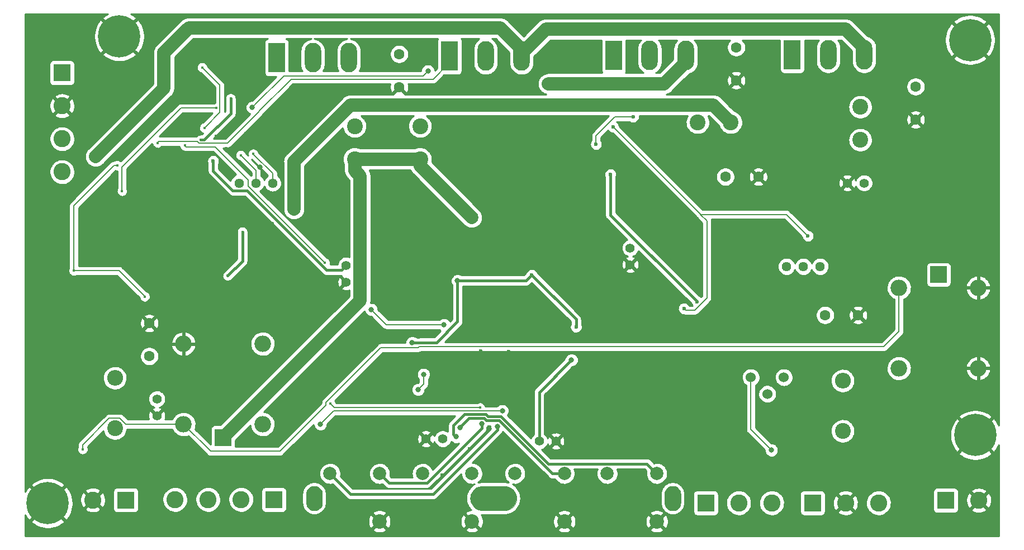
<source format=gbr>
%TF.GenerationSoftware,KiCad,Pcbnew,(5.99.0-1346-gf663f199b)*%
%TF.CreationDate,2020-04-22T12:45:50-04:00*%
%TF.ProjectId,AAMB,41414d42-2e6b-4696-9361-645f70636258,rev?*%
%TF.SameCoordinates,Original*%
%TF.FileFunction,Copper,L2,Bot*%
%TF.FilePolarity,Positive*%
%FSLAX46Y46*%
G04 Gerber Fmt 4.6, Leading zero omitted, Abs format (unit mm)*
G04 Created by KiCad (PCBNEW (5.99.0-1346-gf663f199b)) date 2020-04-22 12:45:50*
%MOMM*%
%LPD*%
G01*
G04 APERTURE LIST*
%TA.AperFunction,EtchedComponent*%
%ADD10C,0.100000*%
%TD*%
%TA.AperFunction,ComponentPad*%
%ADD11C,6.400000*%
%TD*%
%TA.AperFunction,ComponentPad*%
%ADD12C,2.600000*%
%TD*%
%TA.AperFunction,ComponentPad*%
%ADD13R,2.600000X2.600000*%
%TD*%
%TA.AperFunction,ComponentPad*%
%ADD14O,2.500000X2.500000*%
%TD*%
%TA.AperFunction,ComponentPad*%
%ADD15R,2.500000X2.500000*%
%TD*%
%TA.AperFunction,ComponentPad*%
%ADD16C,1.440000*%
%TD*%
%TA.AperFunction,ComponentPad*%
%ADD17C,2.200000*%
%TD*%
%TA.AperFunction,ComponentPad*%
%ADD18C,2.000000*%
%TD*%
%TA.AperFunction,ViaPad*%
%ADD19C,2.400000*%
%TD*%
%TA.AperFunction,ViaPad*%
%ADD20C,3.700000*%
%TD*%
%TA.AperFunction,ComponentPad*%
%ADD21C,1.524000*%
%TD*%
%TA.AperFunction,ComponentPad*%
%ADD22O,2.400000X2.400000*%
%TD*%
%TA.AperFunction,ComponentPad*%
%ADD23C,2.400000*%
%TD*%
%TA.AperFunction,ComponentPad*%
%ADD24R,2.500000X4.500000*%
%TD*%
%TA.AperFunction,ComponentPad*%
%ADD25O,2.500000X4.500000*%
%TD*%
%TA.AperFunction,ComponentPad*%
%ADD26C,1.600000*%
%TD*%
%TA.AperFunction,ComponentPad*%
%ADD27C,1.400000*%
%TD*%
%TA.AperFunction,ViaPad*%
%ADD28C,0.800000*%
%TD*%
%TA.AperFunction,ViaPad*%
%ADD29C,0.400000*%
%TD*%
%TA.AperFunction,ViaPad*%
%ADD30C,0.600000*%
%TD*%
%TA.AperFunction,ViaPad*%
%ADD31C,2.000000*%
%TD*%
%TA.AperFunction,Conductor*%
%ADD32C,0.200000*%
%TD*%
%TA.AperFunction,Conductor*%
%ADD33C,0.400000*%
%TD*%
%TA.AperFunction,Conductor*%
%ADD34C,2.000000*%
%TD*%
%TA.AperFunction,Conductor*%
%ADD35C,0.254000*%
%TD*%
G04 APERTURE END LIST*
G36*
X141308800Y-118314800D02*
G01*
X141590800Y-118381800D01*
X141858800Y-118493800D01*
X142106800Y-118644800D01*
X142326800Y-118833800D01*
X142515800Y-119053800D01*
X142666800Y-119301800D01*
X142778800Y-119569800D01*
X142845800Y-119851800D01*
X142868800Y-120140800D01*
X142845800Y-120429800D01*
X142778800Y-120711800D01*
X142666800Y-120979800D01*
X142515800Y-121227800D01*
X142326800Y-121447800D01*
X142106800Y-121636800D01*
X141858800Y-121787800D01*
X141590800Y-121899800D01*
X141308800Y-121966800D01*
X141019800Y-121989800D01*
X137719800Y-121989800D01*
X137430800Y-121966800D01*
X137148800Y-121899800D01*
X136880800Y-121787800D01*
X136632800Y-121636800D01*
X136412800Y-121447800D01*
X136223800Y-121227800D01*
X136072800Y-120979800D01*
X135960800Y-120711800D01*
X135893800Y-120429800D01*
X135870800Y-120140800D01*
X135893800Y-119851800D01*
X135960800Y-119569800D01*
X136072800Y-119301800D01*
X136223800Y-119053800D01*
X136412800Y-118833800D01*
X136632800Y-118644800D01*
X136880800Y-118493800D01*
X137148800Y-118381800D01*
X137430800Y-118314800D01*
X137719800Y-118291800D01*
X141019800Y-118291800D01*
X141308800Y-118314800D01*
G37*
D10*
X141308800Y-118314800D02*
X141590800Y-118381800D01*
X141858800Y-118493800D01*
X142106800Y-118644800D01*
X142326800Y-118833800D01*
X142515800Y-119053800D01*
X142666800Y-119301800D01*
X142778800Y-119569800D01*
X142845800Y-119851800D01*
X142868800Y-120140800D01*
X142845800Y-120429800D01*
X142778800Y-120711800D01*
X142666800Y-120979800D01*
X142515800Y-121227800D01*
X142326800Y-121447800D01*
X142106800Y-121636800D01*
X141858800Y-121787800D01*
X141590800Y-121899800D01*
X141308800Y-121966800D01*
X141019800Y-121989800D01*
X137719800Y-121989800D01*
X137430800Y-121966800D01*
X137148800Y-121899800D01*
X136880800Y-121787800D01*
X136632800Y-121636800D01*
X136412800Y-121447800D01*
X136223800Y-121227800D01*
X136072800Y-120979800D01*
X135960800Y-120711800D01*
X135893800Y-120429800D01*
X135870800Y-120140800D01*
X135893800Y-119851800D01*
X135960800Y-119569800D01*
X136072800Y-119301800D01*
X136223800Y-119053800D01*
X136412800Y-118833800D01*
X136632800Y-118644800D01*
X136880800Y-118493800D01*
X137148800Y-118381800D01*
X137430800Y-118314800D01*
X137719800Y-118291800D01*
X141019800Y-118291800D01*
X141308800Y-118314800D01*
G36*
X112407800Y-118306800D02*
G01*
X112590800Y-118350800D01*
X112763800Y-118422800D01*
X112924800Y-118520800D01*
X113067800Y-118642800D01*
X113189800Y-118785800D01*
X113287800Y-118946800D01*
X113359800Y-119119800D01*
X113403800Y-119302800D01*
X113418800Y-119490800D01*
X113418800Y-120790800D01*
X113403800Y-120978800D01*
X113359800Y-121161800D01*
X113287800Y-121334800D01*
X113189800Y-121495800D01*
X113067800Y-121638800D01*
X112924800Y-121760800D01*
X112763800Y-121858800D01*
X112590800Y-121930800D01*
X112407800Y-121974800D01*
X112219800Y-121989800D01*
X112031800Y-121974800D01*
X111848800Y-121930800D01*
X111675800Y-121858800D01*
X111514800Y-121760800D01*
X111371800Y-121638800D01*
X111249800Y-121495800D01*
X111151800Y-121334800D01*
X111079800Y-121161800D01*
X111035800Y-120978800D01*
X111020800Y-120790800D01*
X111020800Y-119490800D01*
X111035800Y-119302800D01*
X111079800Y-119119800D01*
X111151800Y-118946800D01*
X111249800Y-118785800D01*
X111371800Y-118642800D01*
X111514800Y-118520800D01*
X111675800Y-118422800D01*
X111848800Y-118350800D01*
X112031800Y-118306800D01*
X112219800Y-118291800D01*
X112407800Y-118306800D01*
G37*
X112407800Y-118306800D02*
X112590800Y-118350800D01*
X112763800Y-118422800D01*
X112924800Y-118520800D01*
X113067800Y-118642800D01*
X113189800Y-118785800D01*
X113287800Y-118946800D01*
X113359800Y-119119800D01*
X113403800Y-119302800D01*
X113418800Y-119490800D01*
X113418800Y-120790800D01*
X113403800Y-120978800D01*
X113359800Y-121161800D01*
X113287800Y-121334800D01*
X113189800Y-121495800D01*
X113067800Y-121638800D01*
X112924800Y-121760800D01*
X112763800Y-121858800D01*
X112590800Y-121930800D01*
X112407800Y-121974800D01*
X112219800Y-121989800D01*
X112031800Y-121974800D01*
X111848800Y-121930800D01*
X111675800Y-121858800D01*
X111514800Y-121760800D01*
X111371800Y-121638800D01*
X111249800Y-121495800D01*
X111151800Y-121334800D01*
X111079800Y-121161800D01*
X111035800Y-120978800D01*
X111020800Y-120790800D01*
X111020800Y-119490800D01*
X111035800Y-119302800D01*
X111079800Y-119119800D01*
X111151800Y-118946800D01*
X111249800Y-118785800D01*
X111371800Y-118642800D01*
X111514800Y-118520800D01*
X111675800Y-118422800D01*
X111848800Y-118350800D01*
X112031800Y-118306800D01*
X112219800Y-118291800D01*
X112407800Y-118306800D01*
G36*
X166707800Y-118306800D02*
G01*
X166890800Y-118350800D01*
X167063800Y-118422800D01*
X167224800Y-118520800D01*
X167367800Y-118642800D01*
X167489800Y-118785800D01*
X167587800Y-118946800D01*
X167659800Y-119119800D01*
X167703800Y-119302800D01*
X167718800Y-119490800D01*
X167718800Y-120790800D01*
X167703800Y-120978800D01*
X167659800Y-121161800D01*
X167587800Y-121334800D01*
X167489800Y-121495800D01*
X167367800Y-121638800D01*
X167224800Y-121760800D01*
X167063800Y-121858800D01*
X166890800Y-121930800D01*
X166707800Y-121974800D01*
X166519800Y-121989800D01*
X166331800Y-121974800D01*
X166148800Y-121930800D01*
X165975800Y-121858800D01*
X165814800Y-121760800D01*
X165671800Y-121638800D01*
X165549800Y-121495800D01*
X165451800Y-121334800D01*
X165379800Y-121161800D01*
X165335800Y-120978800D01*
X165320800Y-120790800D01*
X165320800Y-119490800D01*
X165335800Y-119302800D01*
X165379800Y-119119800D01*
X165451800Y-118946800D01*
X165549800Y-118785800D01*
X165671800Y-118642800D01*
X165814800Y-118520800D01*
X165975800Y-118422800D01*
X166148800Y-118350800D01*
X166331800Y-118306800D01*
X166519800Y-118291800D01*
X166707800Y-118306800D01*
G37*
X166707800Y-118306800D02*
X166890800Y-118350800D01*
X167063800Y-118422800D01*
X167224800Y-118520800D01*
X167367800Y-118642800D01*
X167489800Y-118785800D01*
X167587800Y-118946800D01*
X167659800Y-119119800D01*
X167703800Y-119302800D01*
X167718800Y-119490800D01*
X167718800Y-120790800D01*
X167703800Y-120978800D01*
X167659800Y-121161800D01*
X167587800Y-121334800D01*
X167489800Y-121495800D01*
X167367800Y-121638800D01*
X167224800Y-121760800D01*
X167063800Y-121858800D01*
X166890800Y-121930800D01*
X166707800Y-121974800D01*
X166519800Y-121989800D01*
X166331800Y-121974800D01*
X166148800Y-121930800D01*
X165975800Y-121858800D01*
X165814800Y-121760800D01*
X165671800Y-121638800D01*
X165549800Y-121495800D01*
X165451800Y-121334800D01*
X165379800Y-121161800D01*
X165335800Y-120978800D01*
X165320800Y-120790800D01*
X165320800Y-119490800D01*
X165335800Y-119302800D01*
X165379800Y-119119800D01*
X165451800Y-118946800D01*
X165549800Y-118785800D01*
X165671800Y-118642800D01*
X165814800Y-118520800D01*
X165975800Y-118422800D01*
X166148800Y-118350800D01*
X166331800Y-118306800D01*
X166519800Y-118291800D01*
X166707800Y-118306800D01*
D11*
X71866760Y-120881140D03*
X82697320Y-50162460D03*
X212369400Y-110566200D03*
X211582000Y-50716180D03*
D12*
X212899000Y-120459500D03*
D13*
X207899000Y-120459500D03*
D14*
X212804260Y-88245700D03*
X212804260Y-100445700D03*
X200804260Y-100445700D03*
X200804260Y-88245700D03*
D15*
X206804260Y-86245700D03*
X98425000Y-110934500D03*
D14*
X104425000Y-108934500D03*
X104425000Y-96734500D03*
X92425000Y-96734500D03*
X92425000Y-108934500D03*
D16*
X188849000Y-85026500D03*
X186309000Y-85026500D03*
X183769000Y-85026500D03*
X105918000Y-72390000D03*
X103378000Y-72390000D03*
X100838000Y-72390000D03*
D13*
X83693000Y-120396000D03*
D12*
X78693000Y-120396000D03*
D13*
X74041000Y-55689500D03*
D12*
X74041000Y-60689500D03*
X74041000Y-65689500D03*
X74041000Y-70689500D03*
X91139000Y-120332500D03*
X96139000Y-120332500D03*
X101139000Y-120332500D03*
D13*
X106139000Y-120332500D03*
D17*
X150119800Y-123640800D03*
X136119800Y-123640800D03*
X122119800Y-123640800D03*
X164119800Y-123640800D03*
D18*
X150119800Y-116390800D03*
X142619800Y-116390800D03*
X136119800Y-116390800D03*
X128619800Y-116390800D03*
X122119800Y-116390800D03*
X114619800Y-116390800D03*
X164119800Y-116390800D03*
X156619800Y-116390800D03*
D19*
X166519800Y-120140800D03*
X112219800Y-120140800D03*
D20*
X139369800Y-120140800D03*
D21*
X183363000Y-101822500D03*
X180863000Y-104322500D03*
X178363000Y-101822500D03*
D13*
X187706000Y-120840500D03*
D12*
X192706000Y-120840500D03*
X197706000Y-120840500D03*
X181530000Y-120840500D03*
X176530000Y-120840500D03*
D13*
X171530000Y-120840500D03*
D22*
X192283000Y-102332500D03*
D23*
X192283000Y-109952500D03*
D22*
X82042000Y-101917500D03*
D23*
X82042000Y-109537500D03*
X175307000Y-63182500D03*
X170307000Y-63182500D03*
X194945000Y-65849500D03*
X194945000Y-60849500D03*
X118364000Y-68770500D03*
X118364000Y-63770500D03*
X128270000Y-68770500D03*
X128270000Y-63770500D03*
D24*
X132737000Y-53149500D03*
D25*
X138187000Y-53149500D03*
X143637000Y-53149500D03*
X117453000Y-53403500D03*
X112003000Y-53403500D03*
D24*
X106553000Y-53403500D03*
D26*
X87249000Y-93615500D03*
X87249000Y-98615500D03*
X179498000Y-71437500D03*
X174498000Y-71437500D03*
X176149000Y-56832500D03*
X176149000Y-51832500D03*
X189611000Y-92392500D03*
X194611000Y-92392500D03*
X203327000Y-57785000D03*
X203327000Y-62785000D03*
X125095000Y-52848500D03*
X125095000Y-57848500D03*
D25*
X195542000Y-52916500D03*
X190092000Y-52916500D03*
D24*
X184642000Y-52916500D03*
X157592000Y-53066500D03*
D25*
X163042000Y-53066500D03*
X168492000Y-53066500D03*
D27*
X192976500Y-72390000D03*
X195516500Y-72390000D03*
X88392000Y-107632500D03*
X88392000Y-105092500D03*
X160093000Y-84752500D03*
X160093000Y-82212500D03*
X117059000Y-87376500D03*
X117059000Y-84836500D03*
X148843000Y-111482500D03*
X146303000Y-111482500D03*
X129159000Y-111125000D03*
X131699000Y-111125000D03*
D28*
X104013000Y-69977000D03*
D29*
X92900500Y-68961000D03*
X91630500Y-68580000D03*
X94869000Y-60134500D03*
D28*
X143891000Y-107188000D03*
D29*
X91249500Y-60071000D03*
X97142300Y-58808620D03*
D28*
X131445000Y-87058500D03*
D29*
X89352120Y-65211960D03*
D28*
X127381000Y-91567000D03*
D30*
X141224000Y-82550000D03*
X191135000Y-87757000D03*
X105727500Y-82994500D03*
X100012500Y-84201000D03*
X80200500Y-100965000D03*
X73152000Y-93535500D03*
X117838490Y-113605010D03*
X137477500Y-97853500D03*
X141668500Y-97917000D03*
X156781500Y-84264500D03*
X155384500Y-80518000D03*
X166370000Y-78232000D03*
X168973500Y-82423000D03*
X166814500Y-91313000D03*
X161544000Y-86042500D03*
X138811000Y-82550000D03*
X104457500Y-84010500D03*
D29*
X92641420Y-63025020D03*
D30*
X158623000Y-75946000D03*
X178943000Y-69278500D03*
X105854500Y-78549500D03*
X161671000Y-75946000D03*
X191071500Y-81661000D03*
X80073500Y-98107500D03*
X186372500Y-92837000D03*
X141605000Y-95758000D03*
X108839000Y-109156500D03*
X95440500Y-80137000D03*
X97472500Y-81026000D03*
X173736000Y-93789500D03*
X168846500Y-80645000D03*
X115189000Y-114300000D03*
X112649000Y-114173000D03*
X105918000Y-80454500D03*
X77787500Y-97980500D03*
X126624080Y-105351580D03*
X147066000Y-90678000D03*
X160401000Y-88011000D03*
X193611500Y-69469000D03*
X151701500Y-84010500D03*
X180594000Y-65659000D03*
X131000500Y-105283000D03*
X184531000Y-59753500D03*
X192341500Y-65659000D03*
X183578500Y-72072500D03*
X177038000Y-61912500D03*
X190373000Y-56070500D03*
X137350500Y-95694500D03*
X195961000Y-56070500D03*
X102997000Y-79883000D03*
X80073500Y-95250000D03*
X110617000Y-105727500D03*
X147447000Y-83883500D03*
X80073500Y-102743000D03*
X175133000Y-88265000D03*
X176212500Y-86868000D03*
X176466500Y-92900500D03*
X181737000Y-88138000D03*
X155384500Y-77470000D03*
X200533000Y-81280000D03*
X197358000Y-78105000D03*
X98933000Y-67183000D03*
X116840000Y-95250000D03*
X199326500Y-59372500D03*
X135763000Y-112649000D03*
X101790500Y-116078000D03*
X163195000Y-90678000D03*
X200406000Y-72453500D03*
X81978500Y-95567500D03*
X110617000Y-110871000D03*
X85979000Y-107950000D03*
X76263500Y-89344500D03*
X99631500Y-80899000D03*
X74612500Y-84391500D03*
X77089000Y-104584500D03*
X78867000Y-89344500D03*
X169418000Y-120015000D03*
X174053500Y-121285000D03*
X171704000Y-106616500D03*
X90043000Y-87312500D03*
X103886000Y-62992000D03*
X197358000Y-65976500D03*
X161544000Y-94424500D03*
X109062520Y-58049160D03*
X81978500Y-97536000D03*
X184658000Y-92075000D03*
X101854000Y-67437000D03*
X189357000Y-87503000D03*
X188805820Y-81465420D03*
X111252000Y-100711000D03*
X184658000Y-88773000D03*
X179506880Y-84013040D03*
X105156000Y-106807000D03*
X85915500Y-85598000D03*
X103759000Y-67183000D03*
X106299000Y-61595000D03*
X175691800Y-82722720D03*
X155702000Y-68199000D03*
X88519000Y-116014500D03*
X155448000Y-73914000D03*
X97409000Y-65278000D03*
X108902500Y-103187500D03*
X158496000Y-74295000D03*
X164592000Y-74295000D03*
X177927000Y-112395000D03*
X168849040Y-77739240D03*
X179006500Y-121348500D03*
X94043500Y-90360500D03*
X86233000Y-83439000D03*
X100139500Y-89090500D03*
X128079500Y-95694500D03*
X169545000Y-115443000D03*
X178054000Y-117856000D03*
X119380000Y-92646500D03*
X131572000Y-116586000D03*
X130937000Y-94805500D03*
X160464500Y-103378000D03*
X82613500Y-104584500D03*
X169545000Y-112268000D03*
X124333000Y-94805500D03*
X114173000Y-97917000D03*
X153733500Y-94361000D03*
X163703000Y-103314500D03*
X138684000Y-109347000D03*
X101854000Y-64897000D03*
X144780000Y-103124000D03*
X165227000Y-54610000D03*
X124841000Y-55245000D03*
X161798000Y-62484000D03*
D28*
X88646000Y-70866000D03*
D30*
X103632000Y-120777000D03*
X123698000Y-51435000D03*
X108742480Y-51643280D03*
X116586000Y-110363000D03*
D28*
X153670000Y-108585000D03*
D30*
X173228000Y-74676000D03*
X167005000Y-64897000D03*
X114731800Y-54711600D03*
D28*
X131064000Y-69215000D03*
X138430000Y-69342000D03*
D30*
X174752000Y-73279000D03*
X160401000Y-55372000D03*
X119634000Y-51435000D03*
X133350000Y-102616000D03*
X108331000Y-114554000D03*
D28*
X128270000Y-66294000D03*
D30*
X176022000Y-89916000D03*
X140970000Y-117348000D03*
D28*
X134112000Y-64262000D03*
D30*
X141754860Y-91257120D03*
X165735000Y-51054000D03*
X141696440Y-88356440D03*
X147447000Y-95250000D03*
X128813560Y-53835300D03*
D28*
X137243820Y-89258140D03*
D30*
X119507000Y-55245000D03*
D28*
X106553000Y-69215000D03*
D30*
X113344960Y-110329980D03*
D29*
X148127720Y-98511360D03*
D30*
X178816000Y-86995000D03*
D29*
X151828500Y-100741480D03*
X152829260Y-105062020D03*
X159067500Y-105062020D03*
X154978100Y-101201220D03*
X152473660Y-98071940D03*
D30*
X160401000Y-50927000D03*
X73533000Y-100076000D03*
X179705000Y-92202000D03*
D28*
X144272000Y-109601000D03*
D29*
X115943380Y-105554780D03*
D28*
X171323000Y-109347000D03*
D30*
X161798000Y-66294000D03*
D28*
X85344000Y-71501000D03*
D29*
X87391240Y-64312800D03*
D31*
X79121000Y-68359500D03*
D29*
X114655600Y-105796080D03*
D30*
X168233732Y-91373255D03*
D28*
X127063488Y-96563503D03*
X128802140Y-101362500D03*
D30*
X151892000Y-94176150D03*
D28*
X137577150Y-108806185D03*
D29*
X97435991Y-61023500D03*
X86561524Y-89585478D03*
X99568000Y-59563000D03*
X99123500Y-86423500D03*
D31*
X89471500Y-52641500D03*
D29*
X113855500Y-84455000D03*
D28*
X127972820Y-103675180D03*
D30*
X157520640Y-63891160D03*
D28*
X181483000Y-112839500D03*
X151193500Y-99187000D03*
D31*
X147701000Y-57340500D03*
D28*
X134282180Y-109420660D03*
D29*
X102987488Y-67954498D03*
D28*
X139942852Y-109239717D03*
D31*
X109156500Y-76327000D03*
D29*
X82423000Y-69723000D03*
D28*
X102854760Y-60924440D03*
D29*
X75819000Y-85661500D03*
X137350500Y-106406151D03*
D28*
X133921500Y-87185500D03*
D29*
X92627601Y-66700488D03*
X101346000Y-79756000D03*
D30*
X154913917Y-66510583D03*
X187007500Y-80391000D03*
D29*
X101092000Y-68154510D03*
D28*
X120857562Y-91548500D03*
D29*
X77152500Y-112712500D03*
D28*
X140716000Y-106870500D03*
X113157000Y-108902500D03*
D30*
X157099000Y-71056500D03*
D28*
X133720840Y-110817660D03*
D30*
X170243500Y-90360562D03*
D29*
X94996000Y-65853990D03*
X83121500Y-73596500D03*
D28*
X129451100Y-55392322D03*
D29*
X95585280Y-64041018D03*
X95250000Y-54864000D03*
D30*
X160528000Y-62357000D03*
D28*
X131884420Y-93842840D03*
D30*
X96918780Y-69032120D03*
D29*
X88519000Y-66294000D03*
D30*
X145161000Y-86296500D03*
D31*
X136080500Y-77597000D03*
D30*
X191567000Y-46990000D03*
X181567000Y-46990000D03*
X171567000Y-46990000D03*
X161567000Y-46990000D03*
X151567000Y-46990000D03*
X141567000Y-46990000D03*
X131567000Y-46990000D03*
X121567000Y-46990000D03*
X111567000Y-46990000D03*
X101567000Y-46990000D03*
X131567000Y-46990000D03*
X121567000Y-46990000D03*
X111567000Y-46990000D03*
X101567000Y-46990000D03*
X91567000Y-46990000D03*
D32*
X200804260Y-88245700D02*
X200804260Y-94862474D01*
X200804260Y-94862474D02*
X198483233Y-97183501D01*
D33*
X157099000Y-71056500D02*
X157099000Y-77216062D01*
X99568000Y-59563000D02*
X99568000Y-61858164D01*
X99568000Y-61858164D02*
X95572174Y-65853990D01*
X95572174Y-65853990D02*
X95278842Y-65853990D01*
X95278842Y-65853990D02*
X94996000Y-65853990D01*
X157099000Y-77216062D02*
X169943501Y-90060563D01*
X169943501Y-90060563D02*
X170243500Y-90360562D01*
D32*
X128802140Y-101928185D02*
X128802140Y-101362500D01*
X128802140Y-102845860D02*
X128802140Y-101928185D01*
X131884420Y-93842840D02*
X123151902Y-93842840D01*
X127972820Y-103675180D02*
X128802140Y-102845860D01*
X123151902Y-93842840D02*
X121257561Y-91948499D01*
X121257561Y-91948499D02*
X120857562Y-91548500D01*
D33*
X99884999Y-73510001D02*
X96918780Y-70543782D01*
X102022499Y-73510001D02*
X99884999Y-73510001D01*
X117059000Y-84836500D02*
X116359001Y-85536499D01*
X96918780Y-70543782D02*
X96918780Y-69032120D01*
X116359001Y-85536499D02*
X114048997Y-85536499D01*
X114048997Y-85536499D02*
X102022499Y-73510001D01*
X144272000Y-87185500D02*
X145161000Y-86296500D01*
X133921500Y-87185500D02*
X144272000Y-87185500D01*
X133921500Y-93365002D02*
X130722999Y-96563503D01*
X127629173Y-96563503D02*
X127063488Y-96563503D01*
X133921500Y-87185500D02*
X133921500Y-93365002D01*
X130722999Y-96563503D02*
X127629173Y-96563503D01*
D34*
X128270000Y-69786500D02*
X136080500Y-77597000D01*
X172706999Y-60582499D02*
X131067499Y-60582499D01*
X118364000Y-68770500D02*
X128270000Y-68770500D01*
X175307000Y-63182500D02*
X172706999Y-60582499D01*
D33*
X145161000Y-86296500D02*
X151892000Y-93027500D01*
X151892000Y-93027500D02*
X151892000Y-93751886D01*
D34*
X119189500Y-90170000D02*
X98425000Y-110934500D01*
X119189500Y-71293056D02*
X119189500Y-90170000D01*
X118364000Y-68770500D02*
X118364000Y-70467556D01*
D33*
X151892000Y-93751886D02*
X151892000Y-94176150D01*
D34*
X118364000Y-70467556D02*
X119189500Y-71293056D01*
X128270000Y-68770500D02*
X128270000Y-69786500D01*
X131067499Y-60582499D02*
X117703999Y-60582499D01*
X109156500Y-69129998D02*
X109156500Y-76327000D01*
X117703999Y-60582499D02*
X109156500Y-69129998D01*
D32*
X90657234Y-108934500D02*
X92425000Y-108934500D01*
X113157000Y-108902500D02*
X115153339Y-106906161D01*
X140150315Y-106870500D02*
X140716000Y-106870500D01*
X140114654Y-106906161D02*
X140150315Y-106870500D01*
X115153339Y-106906161D02*
X140114654Y-106906161D01*
X81165700Y-108028740D02*
X82791300Y-108028740D01*
X114018429Y-106031069D02*
X114018429Y-105621149D01*
X82791300Y-108028740D02*
X83697060Y-108934500D01*
X92425000Y-108934500D02*
X96512501Y-113022001D01*
X77152500Y-112712500D02*
X77152500Y-112041940D01*
X128121801Y-97183501D02*
X198483233Y-97183501D01*
X77152500Y-112041940D02*
X81165700Y-108028740D01*
X122310357Y-97329221D02*
X127976081Y-97329221D01*
X127976081Y-97329221D02*
X128121801Y-97183501D01*
X107027497Y-113022001D02*
X114018429Y-106031069D01*
X83697060Y-108934500D02*
X90657234Y-108934500D01*
D34*
X147320000Y-49085500D02*
X192711000Y-49085500D01*
X143637000Y-52149500D02*
X143637000Y-53149500D01*
X192711000Y-49085500D02*
X195542000Y-51916500D01*
X143637000Y-53149500D02*
X143637000Y-52768500D01*
X143637000Y-52768500D02*
X147320000Y-49085500D01*
D32*
X96512501Y-113022001D02*
X107027497Y-113022001D01*
D34*
X89471500Y-58009000D02*
X79121000Y-68359500D01*
X89471500Y-52641500D02*
X93213500Y-48899500D01*
D32*
X114018429Y-105621149D02*
X122310357Y-97329221D01*
D34*
X140387000Y-48899500D02*
X143637000Y-52149500D01*
X93213500Y-48899500D02*
X140387000Y-48899500D01*
X89471500Y-52641500D02*
X89471500Y-58009000D01*
X195542000Y-51916500D02*
X195542000Y-52916500D01*
X168492000Y-54066500D02*
X168492000Y-53066500D01*
X165218000Y-57340500D02*
X168492000Y-54066500D01*
X147701000Y-57340500D02*
X165218000Y-57340500D01*
D33*
X135696657Y-108006183D02*
X134682179Y-109020661D01*
X138256263Y-108301294D02*
X137961152Y-108006183D01*
X134682179Y-109020661D02*
X134282180Y-109420660D01*
X150119800Y-116390800D02*
X148316878Y-116390800D01*
X148316878Y-116390800D02*
X140227372Y-108301294D01*
X140227372Y-108301294D02*
X138256263Y-108301294D01*
X137961152Y-108006183D02*
X135696657Y-108006183D01*
X139942852Y-109805402D02*
X139942852Y-109239717D01*
X137577150Y-109371870D02*
X137577150Y-108806185D01*
X122119800Y-116390800D02*
X123519801Y-117790801D01*
X137577150Y-109505452D02*
X137577150Y-109371870D01*
X123519801Y-117790801D02*
X129291801Y-117790801D01*
X114619800Y-116390800D02*
X117736000Y-119507000D01*
X133320841Y-110417661D02*
X133720840Y-110817660D01*
X162619791Y-114890791D02*
X147665411Y-114890791D01*
X147665411Y-114890791D02*
X140475904Y-107701283D01*
X134985666Y-107406172D02*
X133320841Y-109070997D01*
X117736000Y-119507000D02*
X130241254Y-119507000D01*
X164119800Y-116390800D02*
X162619791Y-114890791D01*
X129291801Y-117790801D02*
X137577150Y-109505452D01*
X138209684Y-107406172D02*
X134985666Y-107406172D01*
X130241254Y-119507000D02*
X139942852Y-109805402D01*
D32*
X181483000Y-112839500D02*
X178363000Y-109719500D01*
D33*
X138504795Y-107701283D02*
X138209684Y-107406172D01*
X133320841Y-109070997D02*
X133320841Y-110417661D01*
D32*
X178363000Y-109719500D02*
X178363000Y-101822500D01*
D33*
X140475904Y-107701283D02*
X138504795Y-107701283D01*
D32*
X82637546Y-85661500D02*
X86361525Y-89385479D01*
X81915000Y-69723000D02*
X82423000Y-69723000D01*
X86361525Y-89385479D02*
X86561524Y-89585478D01*
X75819000Y-75819000D02*
X81915000Y-69723000D01*
X75819000Y-85661500D02*
X75819000Y-75819000D01*
X75819000Y-85661500D02*
X82637546Y-85661500D01*
D33*
X146303000Y-111482500D02*
X146303000Y-104077500D01*
X146303000Y-104077500D02*
X151193500Y-99187000D01*
D32*
X114655600Y-105796080D02*
X115265671Y-106406151D01*
X115265671Y-106406151D02*
X137067658Y-106406151D01*
X137067658Y-106406151D02*
X137350500Y-106406151D01*
D33*
X99123500Y-86423500D02*
X101346000Y-84201000D01*
X101346000Y-84201000D02*
X101346000Y-79756000D01*
D32*
X95785279Y-63841019D02*
X95585280Y-64041018D01*
X97936001Y-61690297D02*
X95785279Y-63841019D01*
X107625690Y-56153510D02*
X103254759Y-60524441D01*
X97936001Y-57550001D02*
X97936001Y-61690297D01*
X95250000Y-54864000D02*
X97936001Y-57550001D01*
X83121500Y-69956498D02*
X92054498Y-61023500D01*
X105939600Y-72351900D02*
X105939600Y-70906610D01*
X83121500Y-73596500D02*
X83121500Y-69956498D01*
X105939600Y-70906610D02*
X103187487Y-68154497D01*
X97153149Y-61023500D02*
X97435991Y-61023500D01*
X92054498Y-61023500D02*
X97153149Y-61023500D01*
X103254759Y-60524441D02*
X102854760Y-60924440D01*
X129451100Y-55392322D02*
X128689912Y-56153510D01*
X128689912Y-56153510D02*
X107625690Y-56153510D01*
X168233732Y-91373255D02*
X168533731Y-91673254D01*
X169844085Y-91673254D02*
X171711620Y-89805719D01*
X187007500Y-80391000D02*
X183761001Y-77144501D01*
X171711620Y-78112620D02*
X171711620Y-89805719D01*
X170743501Y-77144501D02*
X170743501Y-77114021D01*
X170743501Y-77144501D02*
X171711620Y-78112620D01*
X170743501Y-77114021D02*
X157820639Y-64191159D01*
X168533731Y-91673254D02*
X169844085Y-91673254D01*
X103187487Y-68154497D02*
X102987488Y-67954498D01*
X183761001Y-77144501D02*
X170743501Y-77144501D01*
X157820639Y-64191159D02*
X157520640Y-63891160D01*
X132737000Y-54149500D02*
X132737000Y-53149500D01*
X88718999Y-66094001D02*
X94528889Y-66094001D01*
X88519000Y-66294000D02*
X88718999Y-66094001D01*
X103439600Y-70502110D02*
X101291999Y-68354509D01*
X103827502Y-61525500D02*
X108710761Y-56642241D01*
X99058203Y-66354001D02*
X103827502Y-61584702D01*
X103827502Y-61584702D02*
X103827502Y-61525500D01*
X101291999Y-68354509D02*
X101092000Y-68154510D01*
X130244259Y-56642241D02*
X132737000Y-54149500D01*
X94528889Y-66094001D02*
X94788889Y-66354001D01*
X103439600Y-72351900D02*
X103439600Y-70502110D01*
X108710761Y-56642241D02*
X130244259Y-56642241D01*
X94788889Y-66354001D02*
X99058203Y-66354001D01*
X154913917Y-66510583D02*
X154913917Y-65199081D01*
X154913917Y-65199081D02*
X157755998Y-62357000D01*
X157755998Y-62357000D02*
X160528000Y-62357000D01*
X102235000Y-72834500D02*
X102235000Y-71915698D01*
X92827600Y-66900487D02*
X92627601Y-66700488D01*
X102235000Y-71915698D02*
X97219789Y-66900487D01*
X97219789Y-66900487D02*
X92827600Y-66900487D01*
X113855500Y-84455000D02*
X102235000Y-72834500D01*
G36*
X80957350Y-46740309D02*
G01*
X80951470Y-46743305D01*
X80609170Y-46940933D01*
X80603635Y-46944527D01*
X80283868Y-47176852D01*
X80278740Y-47181005D01*
X80136248Y-47309304D01*
X80133414Y-47417535D01*
X82645129Y-49929250D01*
X82749511Y-49929250D01*
X85261226Y-47417535D01*
X85258392Y-47309304D01*
X85115900Y-47181005D01*
X85110772Y-47176852D01*
X84791005Y-46944527D01*
X84785470Y-46940933D01*
X84443170Y-46743305D01*
X84437290Y-46740309D01*
X84425366Y-46735000D01*
X215901000Y-46735000D01*
X215901001Y-109072059D01*
X215791551Y-108826230D01*
X215788555Y-108820350D01*
X215590927Y-108478050D01*
X215587333Y-108472515D01*
X215355008Y-108152748D01*
X215350855Y-108147620D01*
X215222556Y-108005128D01*
X215114325Y-108002294D01*
X212602610Y-110514009D01*
X212602610Y-110618391D01*
X215114325Y-113130106D01*
X215222556Y-113127272D01*
X215350855Y-112984780D01*
X215355008Y-112979652D01*
X215587333Y-112659885D01*
X215590927Y-112654350D01*
X215788555Y-112312050D01*
X215791551Y-112306170D01*
X215901001Y-112060340D01*
X215901001Y-125858000D01*
X68452000Y-125858000D01*
X68452000Y-124895138D01*
X121046482Y-124895138D01*
X121055597Y-125010954D01*
X121206968Y-125120931D01*
X121215410Y-125126104D01*
X121449750Y-125245506D01*
X121458898Y-125249295D01*
X121709031Y-125330568D01*
X121718659Y-125332879D01*
X121978427Y-125374023D01*
X121988297Y-125374800D01*
X122251303Y-125374800D01*
X122261173Y-125374023D01*
X122520941Y-125332879D01*
X122530569Y-125330568D01*
X122780702Y-125249295D01*
X122789850Y-125245506D01*
X123024190Y-125126104D01*
X123032632Y-125120931D01*
X123184003Y-125010954D01*
X123193118Y-124895138D01*
X135046482Y-124895138D01*
X135055597Y-125010954D01*
X135206968Y-125120931D01*
X135215410Y-125126104D01*
X135449750Y-125245506D01*
X135458898Y-125249295D01*
X135709031Y-125330568D01*
X135718659Y-125332879D01*
X135978427Y-125374023D01*
X135988297Y-125374800D01*
X136251303Y-125374800D01*
X136261173Y-125374023D01*
X136520941Y-125332879D01*
X136530569Y-125330568D01*
X136780702Y-125249295D01*
X136789850Y-125245506D01*
X137024190Y-125126104D01*
X137032632Y-125120931D01*
X137184003Y-125010954D01*
X137193118Y-124895138D01*
X149046482Y-124895138D01*
X149055597Y-125010954D01*
X149206968Y-125120931D01*
X149215410Y-125126104D01*
X149449750Y-125245506D01*
X149458898Y-125249295D01*
X149709031Y-125330568D01*
X149718659Y-125332879D01*
X149978427Y-125374023D01*
X149988297Y-125374800D01*
X150251303Y-125374800D01*
X150261173Y-125374023D01*
X150520941Y-125332879D01*
X150530569Y-125330568D01*
X150780702Y-125249295D01*
X150789850Y-125245506D01*
X151024190Y-125126104D01*
X151032632Y-125120931D01*
X151184003Y-125010954D01*
X151193118Y-124895138D01*
X163046482Y-124895138D01*
X163055597Y-125010954D01*
X163206968Y-125120931D01*
X163215410Y-125126104D01*
X163449750Y-125245506D01*
X163458898Y-125249295D01*
X163709031Y-125330568D01*
X163718659Y-125332879D01*
X163978427Y-125374023D01*
X163988297Y-125374800D01*
X164251303Y-125374800D01*
X164261173Y-125374023D01*
X164520941Y-125332879D01*
X164530569Y-125330568D01*
X164780702Y-125249295D01*
X164789850Y-125245506D01*
X165024190Y-125126104D01*
X165032632Y-125120931D01*
X165184003Y-125010954D01*
X165193118Y-124895138D01*
X164171991Y-123874010D01*
X164067609Y-123874010D01*
X163046482Y-124895138D01*
X151193118Y-124895138D01*
X150171991Y-123874010D01*
X150067609Y-123874010D01*
X149046482Y-124895138D01*
X137193118Y-124895138D01*
X136171991Y-123874010D01*
X136067609Y-123874010D01*
X135046482Y-124895138D01*
X123193118Y-124895138D01*
X122171991Y-123874010D01*
X122067609Y-123874010D01*
X121046482Y-124895138D01*
X68452000Y-124895138D01*
X68452000Y-123626065D01*
X69302854Y-123626065D01*
X69305688Y-123734296D01*
X69448180Y-123862595D01*
X69453308Y-123866748D01*
X69773075Y-124099073D01*
X69778610Y-124102667D01*
X70120910Y-124300295D01*
X70126790Y-124303291D01*
X70487873Y-124464055D01*
X70494034Y-124466420D01*
X70869944Y-124588561D01*
X70876318Y-124590269D01*
X71262936Y-124672447D01*
X71269453Y-124673479D01*
X71662543Y-124714794D01*
X71669133Y-124715139D01*
X72064387Y-124715139D01*
X72070977Y-124714794D01*
X72464067Y-124673479D01*
X72470584Y-124672447D01*
X72857202Y-124590269D01*
X72863576Y-124588561D01*
X73239486Y-124466420D01*
X73245647Y-124464055D01*
X73606730Y-124303291D01*
X73612610Y-124300295D01*
X73954910Y-124102667D01*
X73960445Y-124099073D01*
X74280212Y-123866748D01*
X74285340Y-123862595D01*
X74427832Y-123734296D01*
X74430666Y-123626065D01*
X74313898Y-123509297D01*
X120385800Y-123509297D01*
X120385800Y-123772303D01*
X120386577Y-123782173D01*
X120427721Y-124041941D01*
X120430032Y-124051569D01*
X120511305Y-124301702D01*
X120515094Y-124310850D01*
X120634496Y-124545190D01*
X120639669Y-124553632D01*
X120749646Y-124705003D01*
X120865462Y-124714118D01*
X121886590Y-123692991D01*
X121886590Y-123588609D01*
X122353010Y-123588609D01*
X122353010Y-123692991D01*
X123374138Y-124714118D01*
X123489954Y-124705003D01*
X123599931Y-124553632D01*
X123605104Y-124545190D01*
X123724506Y-124310850D01*
X123728295Y-124301702D01*
X123809568Y-124051569D01*
X123811879Y-124041941D01*
X123853023Y-123782173D01*
X123853800Y-123772303D01*
X123853800Y-123509297D01*
X134385800Y-123509297D01*
X134385800Y-123772303D01*
X134386577Y-123782173D01*
X134427721Y-124041941D01*
X134430032Y-124051569D01*
X134511305Y-124301702D01*
X134515094Y-124310850D01*
X134634496Y-124545190D01*
X134639669Y-124553632D01*
X134749646Y-124705003D01*
X134865462Y-124714118D01*
X135886590Y-123692991D01*
X135886590Y-123588609D01*
X134865462Y-122567482D01*
X134749646Y-122576597D01*
X134639669Y-122727968D01*
X134634496Y-122736410D01*
X134515094Y-122970750D01*
X134511305Y-122979898D01*
X134430032Y-123230031D01*
X134427721Y-123239659D01*
X134386577Y-123499427D01*
X134385800Y-123509297D01*
X123853800Y-123509297D01*
X123853023Y-123499427D01*
X123811879Y-123239659D01*
X123809568Y-123230031D01*
X123728295Y-122979898D01*
X123724506Y-122970750D01*
X123605104Y-122736410D01*
X123599931Y-122727968D01*
X123489954Y-122576597D01*
X123374138Y-122567482D01*
X122353010Y-123588609D01*
X121886590Y-123588609D01*
X120865462Y-122567482D01*
X120749646Y-122576597D01*
X120639669Y-122727968D01*
X120634496Y-122736410D01*
X120515094Y-122970750D01*
X120511305Y-122979898D01*
X120430032Y-123230031D01*
X120427721Y-123239659D01*
X120386577Y-123499427D01*
X120385800Y-123509297D01*
X74313898Y-123509297D01*
X71918951Y-121114350D01*
X71814569Y-121114350D01*
X69302854Y-123626065D01*
X68452000Y-123626065D01*
X68452000Y-122634602D01*
X68645233Y-122969290D01*
X68648827Y-122974825D01*
X68881152Y-123294592D01*
X68885305Y-123299720D01*
X69013604Y-123442212D01*
X69121835Y-123445046D01*
X71633550Y-120933331D01*
X71633550Y-120828949D01*
X72099970Y-120828949D01*
X72099970Y-120933331D01*
X74611685Y-123445046D01*
X74719916Y-123442212D01*
X74848215Y-123299720D01*
X74852368Y-123294592D01*
X75084693Y-122974825D01*
X75088287Y-122969290D01*
X75285915Y-122626990D01*
X75288911Y-122621110D01*
X75449675Y-122260027D01*
X75452040Y-122253866D01*
X75574181Y-121877956D01*
X75575889Y-121871582D01*
X75592420Y-121793806D01*
X77476213Y-121793806D01*
X77480539Y-121903947D01*
X77542638Y-121956986D01*
X77550180Y-121962516D01*
X77786004Y-122109876D01*
X77794279Y-122114229D01*
X78049293Y-122225113D01*
X78058121Y-122228196D01*
X78326724Y-122300167D01*
X78335910Y-122301911D01*
X78612200Y-122333390D01*
X78621544Y-122333757D01*
X78899453Y-122324053D01*
X78908748Y-122323035D01*
X79182170Y-122272359D01*
X79191212Y-122269978D01*
X79454140Y-122179445D01*
X79462731Y-122175754D01*
X79709389Y-122047351D01*
X79717341Y-122042431D01*
X79900447Y-121909397D01*
X79909562Y-121793581D01*
X78745191Y-120629210D01*
X78640809Y-120629210D01*
X77476213Y-121793806D01*
X75592420Y-121793806D01*
X75658067Y-121484964D01*
X75659099Y-121478447D01*
X75700414Y-121085357D01*
X75700759Y-121078767D01*
X75700759Y-120683513D01*
X75700414Y-120676923D01*
X75680176Y-120484364D01*
X76755940Y-120484364D01*
X76756388Y-120493703D01*
X76790278Y-120769708D01*
X76792102Y-120778879D01*
X76866415Y-121046843D01*
X76869575Y-121055644D01*
X76982679Y-121309681D01*
X76987105Y-121317918D01*
X77136516Y-121552445D01*
X77142107Y-121559933D01*
X77185166Y-121609475D01*
X77294678Y-121613303D01*
X78459790Y-120448191D01*
X78459790Y-120343809D01*
X78926210Y-120343809D01*
X78926210Y-120448191D01*
X80089944Y-121611925D01*
X80204507Y-121603914D01*
X80321304Y-121448919D01*
X80326362Y-121441055D01*
X80459049Y-121196675D01*
X80462889Y-121188150D01*
X80557998Y-120926841D01*
X80560536Y-120917842D01*
X80616140Y-120644536D01*
X80617386Y-120633605D01*
X80627184Y-120259435D01*
X80626512Y-120248453D01*
X80585288Y-119972612D01*
X80583224Y-119963492D01*
X80501922Y-119697565D01*
X80498533Y-119688850D01*
X80378817Y-119437861D01*
X80374177Y-119429743D01*
X80211360Y-119188355D01*
X80093056Y-119176963D01*
X78926210Y-120343809D01*
X78459790Y-120343809D01*
X77294951Y-119178970D01*
X77178512Y-119188645D01*
X77037693Y-119386065D01*
X77032842Y-119394059D01*
X76906597Y-119641829D01*
X76902981Y-119650452D01*
X76814745Y-119914160D01*
X76812443Y-119923223D01*
X76764155Y-120197077D01*
X76763219Y-120206380D01*
X76755940Y-120484364D01*
X75680176Y-120484364D01*
X75659099Y-120283833D01*
X75658067Y-120277316D01*
X75575889Y-119890698D01*
X75574181Y-119884324D01*
X75452040Y-119508414D01*
X75449675Y-119502253D01*
X75288911Y-119141170D01*
X75285915Y-119135290D01*
X75207359Y-118999227D01*
X77477246Y-118999227D01*
X78640809Y-120162790D01*
X78745191Y-120162790D01*
X79817482Y-119090499D01*
X81751163Y-119090499D01*
X81751163Y-121704258D01*
X81753319Y-121720634D01*
X81828137Y-121999859D01*
X81840880Y-122024339D01*
X81971990Y-122180590D01*
X81988879Y-122194761D01*
X82163120Y-122295359D01*
X82183837Y-122302900D01*
X82376538Y-122336878D01*
X82387499Y-122337837D01*
X85001258Y-122337837D01*
X85017634Y-122335681D01*
X85296859Y-122260863D01*
X85321339Y-122248120D01*
X85477590Y-122117010D01*
X85491761Y-122100121D01*
X85592359Y-121925880D01*
X85599900Y-121905163D01*
X85633878Y-121712462D01*
X85634837Y-121701501D01*
X85634837Y-120420864D01*
X89201940Y-120420864D01*
X89202388Y-120430203D01*
X89236278Y-120706208D01*
X89238102Y-120715379D01*
X89312415Y-120983343D01*
X89315575Y-120992144D01*
X89428679Y-121246181D01*
X89433105Y-121254418D01*
X89582517Y-121488947D01*
X89588111Y-121496439D01*
X89770547Y-121706307D01*
X89777187Y-121712890D01*
X89988640Y-121893487D01*
X89996180Y-121899017D01*
X90232004Y-122046376D01*
X90240279Y-122050729D01*
X90495293Y-122161613D01*
X90504121Y-122164696D01*
X90772724Y-122236667D01*
X90781910Y-122238411D01*
X91058200Y-122269890D01*
X91067544Y-122270257D01*
X91345453Y-122260553D01*
X91354748Y-122259535D01*
X91628170Y-122208859D01*
X91637212Y-122206478D01*
X91900140Y-122115945D01*
X91908731Y-122112254D01*
X92155389Y-121983851D01*
X92163341Y-121978931D01*
X92388310Y-121815481D01*
X92395447Y-121809439D01*
X92593786Y-121614532D01*
X92599951Y-121607502D01*
X92767304Y-121385419D01*
X92772362Y-121377555D01*
X92905049Y-121133175D01*
X92908889Y-121124650D01*
X93003998Y-120863341D01*
X93006536Y-120854342D01*
X93062140Y-120581036D01*
X93063386Y-120570105D01*
X93067294Y-120420864D01*
X94201940Y-120420864D01*
X94202388Y-120430203D01*
X94236278Y-120706208D01*
X94238102Y-120715379D01*
X94312415Y-120983343D01*
X94315575Y-120992144D01*
X94428679Y-121246181D01*
X94433105Y-121254418D01*
X94582517Y-121488947D01*
X94588111Y-121496439D01*
X94770547Y-121706307D01*
X94777187Y-121712890D01*
X94988640Y-121893487D01*
X94996180Y-121899017D01*
X95232004Y-122046376D01*
X95240279Y-122050729D01*
X95495293Y-122161613D01*
X95504121Y-122164696D01*
X95772724Y-122236667D01*
X95781910Y-122238411D01*
X96058200Y-122269890D01*
X96067544Y-122270257D01*
X96345453Y-122260553D01*
X96354748Y-122259535D01*
X96628170Y-122208859D01*
X96637212Y-122206478D01*
X96900140Y-122115945D01*
X96908731Y-122112254D01*
X97155389Y-121983851D01*
X97163341Y-121978931D01*
X97388310Y-121815481D01*
X97395447Y-121809439D01*
X97593786Y-121614532D01*
X97599951Y-121607502D01*
X97767304Y-121385419D01*
X97772362Y-121377555D01*
X97905049Y-121133175D01*
X97908889Y-121124650D01*
X98003998Y-120863341D01*
X98006536Y-120854342D01*
X98062140Y-120581036D01*
X98063386Y-120570105D01*
X98067294Y-120420864D01*
X99201940Y-120420864D01*
X99202388Y-120430203D01*
X99236278Y-120706208D01*
X99238102Y-120715379D01*
X99312415Y-120983343D01*
X99315575Y-120992144D01*
X99428679Y-121246181D01*
X99433105Y-121254418D01*
X99582517Y-121488947D01*
X99588111Y-121496439D01*
X99770547Y-121706307D01*
X99777187Y-121712890D01*
X99988640Y-121893487D01*
X99996180Y-121899017D01*
X100232004Y-122046376D01*
X100240279Y-122050729D01*
X100495293Y-122161613D01*
X100504121Y-122164696D01*
X100772724Y-122236667D01*
X100781910Y-122238411D01*
X101058200Y-122269890D01*
X101067544Y-122270257D01*
X101345453Y-122260553D01*
X101354748Y-122259535D01*
X101628170Y-122208859D01*
X101637212Y-122206478D01*
X101900140Y-122115945D01*
X101908731Y-122112254D01*
X102155389Y-121983851D01*
X102163341Y-121978931D01*
X102388310Y-121815481D01*
X102395447Y-121809439D01*
X102593786Y-121614532D01*
X102599951Y-121607502D01*
X102767304Y-121385419D01*
X102772362Y-121377555D01*
X102905049Y-121133175D01*
X102908889Y-121124650D01*
X103003998Y-120863341D01*
X103006536Y-120854342D01*
X103062140Y-120581036D01*
X103063386Y-120570105D01*
X103073184Y-120195935D01*
X103072512Y-120184953D01*
X103031288Y-119909112D01*
X103029224Y-119899992D01*
X102947922Y-119634065D01*
X102944533Y-119625350D01*
X102824817Y-119374361D01*
X102820177Y-119366243D01*
X102664678Y-119135706D01*
X102658890Y-119128363D01*
X102566007Y-119026999D01*
X104197163Y-119026999D01*
X104197163Y-121640758D01*
X104199319Y-121657134D01*
X104274137Y-121936359D01*
X104286880Y-121960839D01*
X104417990Y-122117090D01*
X104434879Y-122131261D01*
X104609120Y-122231859D01*
X104629837Y-122239400D01*
X104822538Y-122273378D01*
X104833499Y-122274337D01*
X107447258Y-122274337D01*
X107463634Y-122272181D01*
X107742859Y-122197363D01*
X107767339Y-122184620D01*
X107923590Y-122053510D01*
X107937761Y-122036621D01*
X108038359Y-121862380D01*
X108045900Y-121841663D01*
X108079878Y-121648962D01*
X108080837Y-121638001D01*
X108080837Y-119490609D01*
X110380566Y-119490609D01*
X110380566Y-120795283D01*
X110381203Y-120804228D01*
X110382363Y-120812322D01*
X110381736Y-120820675D01*
X110381730Y-120830034D01*
X110382550Y-120841154D01*
X110382579Y-120841532D01*
X110397951Y-121034189D01*
X110399297Y-121043053D01*
X110406501Y-121074985D01*
X110409182Y-121107817D01*
X110410633Y-121117062D01*
X110413175Y-121127919D01*
X110413262Y-121128287D01*
X110458354Y-121315829D01*
X110461064Y-121324374D01*
X110473401Y-121355425D01*
X110481383Y-121388054D01*
X110484271Y-121396946D01*
X110488492Y-121407266D01*
X110488639Y-121407622D01*
X110562436Y-121584940D01*
X110566460Y-121592952D01*
X110582559Y-121620015D01*
X110594670Y-121649287D01*
X110598881Y-121657647D01*
X110604621Y-121667206D01*
X110604815Y-121667527D01*
X110705243Y-121832517D01*
X110710437Y-121839824D01*
X110731903Y-121865884D01*
X110749701Y-121894792D01*
X110755179Y-121902369D01*
X110762363Y-121910895D01*
X110762613Y-121911189D01*
X110887647Y-122057746D01*
X110893936Y-122064136D01*
X110918940Y-122086165D01*
X110940785Y-122111579D01*
X110947390Y-122118201D01*
X110955829Y-122125489D01*
X110956119Y-122125738D01*
X111102675Y-122250772D01*
X111109891Y-122256091D01*
X111138417Y-122274137D01*
X111164360Y-122296045D01*
X111171937Y-122301535D01*
X111181427Y-122307390D01*
X111181751Y-122307588D01*
X111346742Y-122408018D01*
X111354711Y-122412123D01*
X111383656Y-122424516D01*
X111410683Y-122441044D01*
X111419006Y-122445321D01*
X111429275Y-122449667D01*
X111429624Y-122449814D01*
X111606937Y-122523609D01*
X111615437Y-122526456D01*
X111647791Y-122534792D01*
X111678857Y-122547577D01*
X111687742Y-122550484D01*
X111698567Y-122553157D01*
X111698942Y-122553249D01*
X111886487Y-122598341D01*
X111895330Y-122599812D01*
X111927931Y-122602877D01*
X111959964Y-122610515D01*
X111969194Y-122612004D01*
X111980303Y-122612959D01*
X111980687Y-122612990D01*
X112173347Y-122628362D01*
X112182312Y-122628439D01*
X112215910Y-122626332D01*
X112249678Y-122628864D01*
X112259035Y-122628870D01*
X112270154Y-122628050D01*
X112270532Y-122628021D01*
X112463189Y-122612649D01*
X112472053Y-122611303D01*
X112503985Y-122604099D01*
X112536817Y-122601418D01*
X112546062Y-122599967D01*
X112556919Y-122597425D01*
X112557287Y-122597338D01*
X112744829Y-122552246D01*
X112753374Y-122549536D01*
X112784425Y-122537199D01*
X112817054Y-122529217D01*
X112825946Y-122526329D01*
X112836266Y-122522108D01*
X112836622Y-122521961D01*
X113013940Y-122448164D01*
X113021952Y-122444140D01*
X113049015Y-122428041D01*
X113078287Y-122415930D01*
X113086647Y-122411719D01*
X113096206Y-122405979D01*
X113096527Y-122405785D01*
X113128272Y-122386462D01*
X121046482Y-122386462D01*
X122067609Y-123407590D01*
X122171991Y-123407590D01*
X123193118Y-122386462D01*
X123184003Y-122270646D01*
X123032632Y-122160669D01*
X123024190Y-122155496D01*
X122789850Y-122036094D01*
X122780702Y-122032305D01*
X122530569Y-121951032D01*
X122520941Y-121948721D01*
X122261173Y-121907577D01*
X122251303Y-121906800D01*
X121988297Y-121906800D01*
X121978427Y-121907577D01*
X121718659Y-121948721D01*
X121709031Y-121951032D01*
X121458898Y-122032305D01*
X121449750Y-122036094D01*
X121215410Y-122155496D01*
X121206968Y-122160669D01*
X121055597Y-122270646D01*
X121046482Y-122386462D01*
X113128272Y-122386462D01*
X113261517Y-122305357D01*
X113268824Y-122300163D01*
X113294884Y-122278697D01*
X113323792Y-122260899D01*
X113331369Y-122255421D01*
X113339895Y-122248237D01*
X113340189Y-122247987D01*
X113486746Y-122122953D01*
X113493136Y-122116664D01*
X113515165Y-122091660D01*
X113540579Y-122069815D01*
X113547201Y-122063210D01*
X113554489Y-122054771D01*
X113554738Y-122054481D01*
X113679772Y-121907925D01*
X113685091Y-121900709D01*
X113703137Y-121872183D01*
X113725045Y-121846240D01*
X113730535Y-121838663D01*
X113736390Y-121829173D01*
X113736588Y-121828849D01*
X113837018Y-121663858D01*
X113841123Y-121655889D01*
X113853516Y-121626944D01*
X113870044Y-121599917D01*
X113874321Y-121591594D01*
X113878667Y-121581325D01*
X113878814Y-121580976D01*
X113952609Y-121403663D01*
X113955456Y-121395163D01*
X113963792Y-121362809D01*
X113976577Y-121331743D01*
X113979484Y-121322858D01*
X113982157Y-121312033D01*
X113982249Y-121311658D01*
X114027341Y-121124113D01*
X114028812Y-121115270D01*
X114031877Y-121082669D01*
X114039515Y-121050636D01*
X114041004Y-121041406D01*
X114041959Y-121030297D01*
X114041990Y-121029913D01*
X114057362Y-120837253D01*
X114057439Y-120828287D01*
X114056927Y-120820122D01*
X114058215Y-120811847D01*
X114058965Y-120802522D01*
X114059033Y-120791372D01*
X114059034Y-120790991D01*
X114059034Y-119486317D01*
X114058397Y-119477373D01*
X114057237Y-119469278D01*
X114057864Y-119460924D01*
X114057870Y-119451565D01*
X114057050Y-119440445D01*
X114057021Y-119440067D01*
X114041649Y-119247411D01*
X114040303Y-119238547D01*
X114033099Y-119206615D01*
X114030418Y-119173783D01*
X114028967Y-119164538D01*
X114026425Y-119153681D01*
X114026338Y-119153313D01*
X113981246Y-118965771D01*
X113978536Y-118957225D01*
X113966202Y-118926185D01*
X113958217Y-118893542D01*
X113955325Y-118884641D01*
X113951103Y-118874322D01*
X113950959Y-118873973D01*
X113877164Y-118696661D01*
X113873141Y-118688651D01*
X113857044Y-118661591D01*
X113844930Y-118632314D01*
X113840722Y-118623960D01*
X113834983Y-118614401D01*
X113834786Y-118614075D01*
X113734356Y-118449084D01*
X113729163Y-118441777D01*
X113707698Y-118415717D01*
X113689900Y-118386808D01*
X113684421Y-118379231D01*
X113677237Y-118370705D01*
X113676987Y-118370411D01*
X113551953Y-118223854D01*
X113545665Y-118217465D01*
X113520661Y-118195436D01*
X113498814Y-118170018D01*
X113492203Y-118163392D01*
X113483764Y-118156105D01*
X113483479Y-118155860D01*
X113336926Y-118030828D01*
X113329710Y-118025509D01*
X113301179Y-118007459D01*
X113275240Y-117985556D01*
X113267669Y-117980069D01*
X113258181Y-117974214D01*
X113257852Y-117974013D01*
X113092858Y-117873582D01*
X113084888Y-117869477D01*
X113055949Y-117857086D01*
X113028918Y-117840556D01*
X113020600Y-117836282D01*
X113010332Y-117831935D01*
X113009978Y-117831787D01*
X112832662Y-117757991D01*
X112824162Y-117755143D01*
X112791813Y-117746809D01*
X112760740Y-117734021D01*
X112751844Y-117731111D01*
X112741019Y-117728439D01*
X112740653Y-117728350D01*
X112553113Y-117683259D01*
X112544270Y-117681788D01*
X112511669Y-117678723D01*
X112479636Y-117671085D01*
X112470406Y-117669596D01*
X112459297Y-117668641D01*
X112458913Y-117668610D01*
X112266252Y-117653238D01*
X112257287Y-117653161D01*
X112223689Y-117655268D01*
X112189921Y-117652736D01*
X112180564Y-117652730D01*
X112169445Y-117653550D01*
X112169067Y-117653579D01*
X111976411Y-117668951D01*
X111967547Y-117670297D01*
X111935615Y-117677501D01*
X111902783Y-117680182D01*
X111893538Y-117681633D01*
X111882681Y-117684175D01*
X111882313Y-117684262D01*
X111694771Y-117729354D01*
X111686225Y-117732064D01*
X111655185Y-117744398D01*
X111622542Y-117752383D01*
X111613641Y-117755275D01*
X111603322Y-117759497D01*
X111602973Y-117759641D01*
X111425661Y-117833436D01*
X111417651Y-117837459D01*
X111390591Y-117853556D01*
X111361314Y-117865670D01*
X111352960Y-117869878D01*
X111343401Y-117875617D01*
X111343075Y-117875814D01*
X111178084Y-117976244D01*
X111170777Y-117981437D01*
X111144717Y-118002902D01*
X111115808Y-118020700D01*
X111108231Y-118026179D01*
X111099705Y-118033363D01*
X111099411Y-118033613D01*
X110952854Y-118158647D01*
X110946465Y-118164935D01*
X110924436Y-118189939D01*
X110899018Y-118211786D01*
X110892392Y-118218397D01*
X110885105Y-118226836D01*
X110884860Y-118227121D01*
X110759828Y-118373674D01*
X110754509Y-118380890D01*
X110736459Y-118409421D01*
X110714556Y-118435360D01*
X110709069Y-118442931D01*
X110703214Y-118452419D01*
X110703013Y-118452748D01*
X110602582Y-118617742D01*
X110598477Y-118625712D01*
X110586086Y-118654651D01*
X110569556Y-118681682D01*
X110565282Y-118690000D01*
X110560935Y-118700268D01*
X110560787Y-118700622D01*
X110486991Y-118877938D01*
X110484143Y-118886438D01*
X110475809Y-118918787D01*
X110463021Y-118949860D01*
X110460111Y-118958756D01*
X110457439Y-118969581D01*
X110457350Y-118969947D01*
X110412259Y-119157487D01*
X110410788Y-119166330D01*
X110407723Y-119198931D01*
X110400085Y-119230964D01*
X110398596Y-119240194D01*
X110397641Y-119251303D01*
X110397610Y-119251687D01*
X110382238Y-119444349D01*
X110382161Y-119453314D01*
X110382673Y-119461479D01*
X110381385Y-119469753D01*
X110380635Y-119479078D01*
X110380567Y-119490228D01*
X110380566Y-119490609D01*
X108080837Y-119490609D01*
X108080837Y-119024242D01*
X108078681Y-119007866D01*
X108003863Y-118728642D01*
X107991120Y-118704162D01*
X107860010Y-118547910D01*
X107843121Y-118533739D01*
X107668880Y-118433141D01*
X107648163Y-118425600D01*
X107455462Y-118391622D01*
X107444501Y-118390663D01*
X104830742Y-118390663D01*
X104814366Y-118392819D01*
X104535142Y-118467637D01*
X104510662Y-118480380D01*
X104354410Y-118611490D01*
X104340239Y-118628379D01*
X104239641Y-118802620D01*
X104232100Y-118823337D01*
X104198122Y-119016038D01*
X104197163Y-119026999D01*
X102566007Y-119026999D01*
X102471022Y-118923342D01*
X102464212Y-118916935D01*
X102248104Y-118741934D01*
X102240421Y-118736605D01*
X102000821Y-118595470D01*
X101992435Y-118591334D01*
X101734606Y-118487164D01*
X101725700Y-118484314D01*
X101455305Y-118419397D01*
X101446076Y-118417894D01*
X101169056Y-118393658D01*
X101159706Y-118393536D01*
X100882147Y-118410512D01*
X100872882Y-118411773D01*
X100600881Y-118469588D01*
X100591904Y-118472205D01*
X100331436Y-118569591D01*
X100322944Y-118573505D01*
X100079732Y-118708319D01*
X100071912Y-118713446D01*
X99851298Y-118882731D01*
X99844322Y-118888957D01*
X99651153Y-119088989D01*
X99645173Y-119096178D01*
X99483693Y-119322566D01*
X99478842Y-119330559D01*
X99352597Y-119578329D01*
X99348981Y-119586952D01*
X99260745Y-119850660D01*
X99258443Y-119859723D01*
X99210155Y-120133577D01*
X99209219Y-120142880D01*
X99201940Y-120420864D01*
X98067294Y-120420864D01*
X98073184Y-120195935D01*
X98072512Y-120184953D01*
X98031288Y-119909112D01*
X98029224Y-119899992D01*
X97947922Y-119634065D01*
X97944533Y-119625350D01*
X97824817Y-119374361D01*
X97820177Y-119366243D01*
X97664678Y-119135706D01*
X97658890Y-119128363D01*
X97471022Y-118923342D01*
X97464212Y-118916935D01*
X97248104Y-118741934D01*
X97240421Y-118736605D01*
X97000821Y-118595470D01*
X96992435Y-118591334D01*
X96734606Y-118487164D01*
X96725700Y-118484314D01*
X96455305Y-118419397D01*
X96446076Y-118417894D01*
X96169056Y-118393658D01*
X96159706Y-118393536D01*
X95882147Y-118410512D01*
X95872882Y-118411773D01*
X95600881Y-118469588D01*
X95591904Y-118472205D01*
X95331436Y-118569591D01*
X95322944Y-118573505D01*
X95079732Y-118708319D01*
X95071912Y-118713446D01*
X94851298Y-118882731D01*
X94844322Y-118888957D01*
X94651153Y-119088989D01*
X94645173Y-119096178D01*
X94483693Y-119322566D01*
X94478842Y-119330559D01*
X94352597Y-119578329D01*
X94348981Y-119586952D01*
X94260745Y-119850660D01*
X94258443Y-119859723D01*
X94210155Y-120133577D01*
X94209219Y-120142880D01*
X94201940Y-120420864D01*
X93067294Y-120420864D01*
X93073184Y-120195935D01*
X93072512Y-120184953D01*
X93031288Y-119909112D01*
X93029224Y-119899992D01*
X92947922Y-119634065D01*
X92944533Y-119625350D01*
X92824817Y-119374361D01*
X92820177Y-119366243D01*
X92664678Y-119135706D01*
X92658890Y-119128363D01*
X92471022Y-118923342D01*
X92464212Y-118916935D01*
X92248104Y-118741934D01*
X92240421Y-118736605D01*
X92000821Y-118595470D01*
X91992435Y-118591334D01*
X91734606Y-118487164D01*
X91725700Y-118484314D01*
X91455305Y-118419397D01*
X91446076Y-118417894D01*
X91169056Y-118393658D01*
X91159706Y-118393536D01*
X90882147Y-118410512D01*
X90872882Y-118411773D01*
X90600881Y-118469588D01*
X90591904Y-118472205D01*
X90331436Y-118569591D01*
X90322944Y-118573505D01*
X90079732Y-118708319D01*
X90071912Y-118713446D01*
X89851298Y-118882731D01*
X89844322Y-118888957D01*
X89651153Y-119088989D01*
X89645173Y-119096178D01*
X89483693Y-119322566D01*
X89478842Y-119330559D01*
X89352597Y-119578329D01*
X89348981Y-119586952D01*
X89260745Y-119850660D01*
X89258443Y-119859723D01*
X89210155Y-120133577D01*
X89209219Y-120142880D01*
X89201940Y-120420864D01*
X85634837Y-120420864D01*
X85634837Y-119087742D01*
X85632681Y-119071366D01*
X85557863Y-118792142D01*
X85545120Y-118767662D01*
X85414010Y-118611410D01*
X85397121Y-118597239D01*
X85222880Y-118496641D01*
X85202163Y-118489100D01*
X85009462Y-118455122D01*
X84998501Y-118454163D01*
X82384742Y-118454163D01*
X82368366Y-118456319D01*
X82089142Y-118531137D01*
X82064662Y-118543880D01*
X81908410Y-118674990D01*
X81894239Y-118691879D01*
X81793641Y-118866120D01*
X81786100Y-118886837D01*
X81752122Y-119079538D01*
X81751163Y-119090499D01*
X79817482Y-119090499D01*
X79908831Y-118999150D01*
X79902959Y-118887106D01*
X79802104Y-118805435D01*
X79794421Y-118800105D01*
X79554821Y-118658970D01*
X79546435Y-118654834D01*
X79288606Y-118550664D01*
X79279700Y-118547814D01*
X79009305Y-118482897D01*
X79000076Y-118481394D01*
X78723056Y-118457158D01*
X78713706Y-118457036D01*
X78436147Y-118474012D01*
X78426882Y-118475273D01*
X78154881Y-118533088D01*
X78145904Y-118535705D01*
X77885436Y-118633091D01*
X77876944Y-118637005D01*
X77633732Y-118771819D01*
X77625912Y-118776946D01*
X77484714Y-118885291D01*
X77477246Y-118999227D01*
X75207359Y-118999227D01*
X75088287Y-118792990D01*
X75084693Y-118787455D01*
X74852368Y-118467688D01*
X74848215Y-118462560D01*
X74719916Y-118320068D01*
X74611685Y-118317234D01*
X72099970Y-120828949D01*
X71633550Y-120828949D01*
X69121835Y-118317234D01*
X69013604Y-118320068D01*
X68885305Y-118462560D01*
X68881152Y-118467688D01*
X68648827Y-118787455D01*
X68645233Y-118792990D01*
X68452000Y-119127678D01*
X68452000Y-118136215D01*
X69302854Y-118136215D01*
X71814569Y-120647930D01*
X71918951Y-120647930D01*
X74430666Y-118136215D01*
X74427832Y-118027984D01*
X74285340Y-117899685D01*
X74280212Y-117895532D01*
X73960445Y-117663207D01*
X73954910Y-117659613D01*
X73612610Y-117461985D01*
X73606730Y-117458989D01*
X73245647Y-117298225D01*
X73239486Y-117295860D01*
X72863576Y-117173719D01*
X72857202Y-117172011D01*
X72470584Y-117089833D01*
X72464067Y-117088801D01*
X72070977Y-117047486D01*
X72064387Y-117047141D01*
X71669133Y-117047141D01*
X71662543Y-117047486D01*
X71269453Y-117088801D01*
X71262936Y-117089833D01*
X70876318Y-117172011D01*
X70869944Y-117173719D01*
X70494034Y-117295860D01*
X70487873Y-117298225D01*
X70126790Y-117458989D01*
X70120910Y-117461985D01*
X69778610Y-117659613D01*
X69773075Y-117663207D01*
X69453308Y-117895532D01*
X69448180Y-117899685D01*
X69305688Y-118027984D01*
X69302854Y-118136215D01*
X68452000Y-118136215D01*
X68452000Y-105063061D01*
X87053430Y-105063061D01*
X87067675Y-105289474D01*
X87069373Y-105300568D01*
X87123486Y-105520878D01*
X87127121Y-105531496D01*
X87219393Y-105738742D01*
X87224851Y-105748548D01*
X87352365Y-105936180D01*
X87359473Y-105944864D01*
X87518198Y-106106950D01*
X87526733Y-106114239D01*
X87711653Y-106245654D01*
X87721342Y-106251316D01*
X87926610Y-106347908D01*
X87937150Y-106351765D01*
X87974815Y-106361857D01*
X87782909Y-106440172D01*
X87772936Y-106445320D01*
X87617829Y-106543754D01*
X87604551Y-106664031D01*
X88339809Y-107399290D01*
X88444191Y-107399290D01*
X89183392Y-106660089D01*
X89165650Y-106535428D01*
X88935299Y-106408791D01*
X88925022Y-106404280D01*
X88802408Y-106363016D01*
X88860012Y-106346932D01*
X88870510Y-106342965D01*
X89074756Y-106244229D01*
X89084386Y-106238466D01*
X89267920Y-106105121D01*
X89276377Y-106097743D01*
X89433396Y-105934006D01*
X89440413Y-105925247D01*
X89565955Y-105736290D01*
X89571309Y-105726428D01*
X89661407Y-105518227D01*
X89664931Y-105507572D01*
X89716923Y-105285901D01*
X89718570Y-105273131D01*
X89726205Y-104981544D01*
X89725229Y-104968706D01*
X89684909Y-104744618D01*
X89681947Y-104733792D01*
X89602871Y-104521161D01*
X89598039Y-104511032D01*
X89482558Y-104315764D01*
X89476009Y-104306650D01*
X89327775Y-104134919D01*
X89319715Y-104127109D01*
X89143413Y-103984341D01*
X89134097Y-103978082D01*
X88935299Y-103868791D01*
X88925022Y-103864280D01*
X88710012Y-103791921D01*
X88699100Y-103789301D01*
X88474673Y-103756161D01*
X88463469Y-103755515D01*
X88236722Y-103762640D01*
X88225580Y-103763989D01*
X88003678Y-103811156D01*
X87992952Y-103814456D01*
X87782909Y-103900172D01*
X87772936Y-103905320D01*
X87581392Y-104026877D01*
X87572488Y-104033710D01*
X87405498Y-104187265D01*
X87397945Y-104195566D01*
X87260786Y-104376266D01*
X87254822Y-104385773D01*
X87151830Y-104587907D01*
X87147644Y-104598320D01*
X87082074Y-104815497D01*
X87079798Y-104826487D01*
X87053724Y-105051842D01*
X87053430Y-105063061D01*
X68452000Y-105063061D01*
X68452000Y-101869330D01*
X80203598Y-101869330D01*
X80216290Y-102138464D01*
X80217465Y-102147963D01*
X80270721Y-102412081D01*
X80273319Y-102421292D01*
X80365912Y-102674315D01*
X80369873Y-102683028D01*
X80499674Y-102919134D01*
X80504907Y-102927147D01*
X80668928Y-103140901D01*
X80675313Y-103148031D01*
X80869779Y-103334517D01*
X80877169Y-103340598D01*
X81097606Y-103495524D01*
X81105832Y-103500418D01*
X81347165Y-103620216D01*
X81356036Y-103623809D01*
X81612715Y-103705726D01*
X81622027Y-103707936D01*
X81888143Y-103750085D01*
X81897682Y-103750861D01*
X82167112Y-103752271D01*
X82176658Y-103751595D01*
X82443200Y-103712236D01*
X82452535Y-103710124D01*
X82710058Y-103630900D01*
X82718966Y-103627400D01*
X82961541Y-103510134D01*
X82969818Y-103505327D01*
X83191864Y-103352718D01*
X83199317Y-103346715D01*
X83395726Y-103162275D01*
X83402186Y-103155213D01*
X83568436Y-102943187D01*
X83573753Y-102935229D01*
X83706018Y-102700496D01*
X83710070Y-102691825D01*
X83805308Y-102439785D01*
X83808003Y-102430602D01*
X83864210Y-102166167D01*
X83865564Y-102154860D01*
X83876203Y-101785505D01*
X83875503Y-101774139D01*
X83834610Y-101506908D01*
X83832449Y-101497584D01*
X83751878Y-101240480D01*
X83748332Y-101231590D01*
X83629797Y-100989632D01*
X83624947Y-100981382D01*
X83471178Y-100760137D01*
X83465135Y-100752715D01*
X83279670Y-100557275D01*
X83272575Y-100550852D01*
X83059680Y-100385715D01*
X83051695Y-100380439D01*
X82816272Y-100249404D01*
X82807580Y-100245398D01*
X82555046Y-100151480D01*
X82545848Y-100148834D01*
X82282013Y-100094197D01*
X82272521Y-100092973D01*
X82003458Y-100078871D01*
X81993889Y-100079097D01*
X81725788Y-100105857D01*
X81716364Y-100107527D01*
X81455396Y-100174533D01*
X81446333Y-100177609D01*
X81198503Y-100283318D01*
X81190010Y-100287730D01*
X80961021Y-100429709D01*
X80953292Y-100435355D01*
X80748414Y-100610338D01*
X80741629Y-100617087D01*
X80565576Y-100821046D01*
X80559890Y-100828745D01*
X80416713Y-101056987D01*
X80412256Y-101065457D01*
X80305251Y-101312731D01*
X80302128Y-101321778D01*
X80233757Y-101582391D01*
X80232037Y-101591806D01*
X80203874Y-101859764D01*
X80203598Y-101869330D01*
X68452000Y-101869330D01*
X68452000Y-98495564D01*
X85815000Y-98495564D01*
X85815000Y-98735436D01*
X85815959Y-98746397D01*
X85857613Y-98982626D01*
X85860460Y-98993253D01*
X85942502Y-99218660D01*
X85947152Y-99228632D01*
X86067088Y-99436368D01*
X86073399Y-99445381D01*
X86227587Y-99629134D01*
X86235366Y-99636913D01*
X86419119Y-99791101D01*
X86428132Y-99797412D01*
X86635868Y-99917348D01*
X86645840Y-99921998D01*
X86871247Y-100004040D01*
X86881874Y-100006887D01*
X87118103Y-100048541D01*
X87129064Y-100049500D01*
X87368936Y-100049500D01*
X87379897Y-100048541D01*
X87616126Y-100006887D01*
X87626753Y-100004040D01*
X87852160Y-99921998D01*
X87862132Y-99917348D01*
X88069868Y-99797412D01*
X88078881Y-99791101D01*
X88262634Y-99636913D01*
X88270413Y-99629134D01*
X88424601Y-99445381D01*
X88430912Y-99436368D01*
X88550848Y-99228632D01*
X88555498Y-99218660D01*
X88637540Y-98993253D01*
X88640387Y-98982626D01*
X88682041Y-98746397D01*
X88683000Y-98735436D01*
X88683000Y-98495564D01*
X88682041Y-98484603D01*
X88640387Y-98248374D01*
X88637540Y-98237747D01*
X88555498Y-98012340D01*
X88550848Y-98002368D01*
X88430912Y-97794632D01*
X88424601Y-97785619D01*
X88270413Y-97601866D01*
X88262634Y-97594087D01*
X88078881Y-97439899D01*
X88069868Y-97433588D01*
X87862132Y-97313652D01*
X87852160Y-97309002D01*
X87626753Y-97226960D01*
X87616126Y-97224113D01*
X87379897Y-97182459D01*
X87368936Y-97181500D01*
X87129064Y-97181500D01*
X87118103Y-97182459D01*
X86881874Y-97224113D01*
X86871247Y-97226960D01*
X86645840Y-97309002D01*
X86635868Y-97313652D01*
X86428132Y-97433588D01*
X86419119Y-97439899D01*
X86235366Y-97594087D01*
X86227587Y-97601866D01*
X86073399Y-97785619D01*
X86067088Y-97794632D01*
X85947152Y-98002368D01*
X85942502Y-98012340D01*
X85860460Y-98237747D01*
X85857613Y-98248374D01*
X85815959Y-98484603D01*
X85815000Y-98495564D01*
X68452000Y-98495564D01*
X68452000Y-96947519D01*
X90552925Y-96947519D01*
X90571454Y-97098426D01*
X90573278Y-97107597D01*
X90645606Y-97368400D01*
X90648766Y-97377201D01*
X90758847Y-97624449D01*
X90763273Y-97632686D01*
X90908691Y-97860947D01*
X90914285Y-97868439D01*
X91091846Y-98072698D01*
X91098486Y-98079281D01*
X91304288Y-98255052D01*
X91311829Y-98260582D01*
X91541350Y-98404002D01*
X91549625Y-98408355D01*
X91797824Y-98516276D01*
X91806652Y-98519359D01*
X92068076Y-98589407D01*
X92077262Y-98591151D01*
X92212802Y-98606594D01*
X92293536Y-98534536D01*
X92552999Y-98534536D01*
X92643861Y-98610104D01*
X92901404Y-98562371D01*
X92910446Y-98559990D01*
X93166347Y-98471877D01*
X93174938Y-98468186D01*
X93415005Y-98343216D01*
X93422957Y-98338295D01*
X93641914Y-98179213D01*
X93649051Y-98173171D01*
X93842089Y-97983473D01*
X93848254Y-97976443D01*
X94011134Y-97760295D01*
X94016192Y-97752431D01*
X94145334Y-97514581D01*
X94149174Y-97506056D01*
X94241740Y-97251731D01*
X94244278Y-97242732D01*
X94302806Y-96955058D01*
X94227183Y-96862500D01*
X92626809Y-96862499D01*
X92553000Y-96936308D01*
X92552999Y-98534536D01*
X92293536Y-98534536D01*
X92297000Y-98531445D01*
X92297001Y-96936309D01*
X92223192Y-96862500D01*
X90628144Y-96862499D01*
X90552925Y-96947519D01*
X68452000Y-96947519D01*
X68452000Y-96820457D01*
X102538022Y-96820457D01*
X102538470Y-96829797D01*
X102571454Y-97098426D01*
X102573278Y-97107597D01*
X102645606Y-97368400D01*
X102648766Y-97377201D01*
X102758847Y-97624449D01*
X102763273Y-97632686D01*
X102908691Y-97860947D01*
X102914285Y-97868439D01*
X103091846Y-98072698D01*
X103098486Y-98079281D01*
X103304288Y-98255052D01*
X103311829Y-98260582D01*
X103541350Y-98404002D01*
X103549625Y-98408355D01*
X103797824Y-98516276D01*
X103806652Y-98519359D01*
X104068076Y-98589407D01*
X104077262Y-98591151D01*
X104346169Y-98621789D01*
X104355513Y-98622156D01*
X104625995Y-98612711D01*
X104635290Y-98611693D01*
X104901404Y-98562371D01*
X104910446Y-98559990D01*
X105166347Y-98471877D01*
X105174938Y-98468186D01*
X105415005Y-98343216D01*
X105422957Y-98338295D01*
X105641914Y-98179213D01*
X105649051Y-98173171D01*
X105842089Y-97983473D01*
X105848254Y-97976443D01*
X106011134Y-97760295D01*
X106016192Y-97752431D01*
X106145334Y-97514581D01*
X106149174Y-97506056D01*
X106241740Y-97251731D01*
X106244278Y-97242732D01*
X106298401Y-96976710D01*
X106299647Y-96965778D01*
X106309182Y-96601651D01*
X106308510Y-96590669D01*
X106268384Y-96322178D01*
X106266320Y-96313058D01*
X106187192Y-96054237D01*
X106183802Y-96045522D01*
X106067286Y-95801242D01*
X106062646Y-95793124D01*
X105911302Y-95568747D01*
X105905513Y-95561404D01*
X105722667Y-95361863D01*
X105715857Y-95355456D01*
X105505525Y-95185132D01*
X105497842Y-95179803D01*
X105264646Y-95042439D01*
X105256259Y-95038303D01*
X105005320Y-94936917D01*
X104996414Y-94934067D01*
X104733246Y-94870885D01*
X104724017Y-94869382D01*
X104454400Y-94845794D01*
X104445050Y-94845672D01*
X104174908Y-94862194D01*
X104165643Y-94863455D01*
X103900911Y-94919725D01*
X103891934Y-94922342D01*
X103638428Y-95017125D01*
X103629936Y-95021039D01*
X103393223Y-95152252D01*
X103385403Y-95157378D01*
X103170685Y-95322138D01*
X103163709Y-95328364D01*
X102975702Y-95523050D01*
X102969722Y-95530239D01*
X102812557Y-95750578D01*
X102807707Y-95758572D01*
X102684836Y-95999719D01*
X102681220Y-96008342D01*
X102595343Y-96265002D01*
X102593041Y-96274065D01*
X102546043Y-96540600D01*
X102545107Y-96549904D01*
X102538022Y-96820457D01*
X68452000Y-96820457D01*
X68452000Y-96516483D01*
X90550297Y-96516483D01*
X90625830Y-96606500D01*
X92223191Y-96606501D01*
X92297000Y-96532692D01*
X92297000Y-96532691D01*
X92552999Y-96532691D01*
X92626808Y-96606500D01*
X94222400Y-96606501D01*
X94297799Y-96518997D01*
X94268384Y-96322178D01*
X94266320Y-96313058D01*
X94187192Y-96054237D01*
X94183802Y-96045522D01*
X94067286Y-95801242D01*
X94062646Y-95793124D01*
X93911302Y-95568747D01*
X93905513Y-95561404D01*
X93722667Y-95361863D01*
X93715857Y-95355456D01*
X93505525Y-95185132D01*
X93497842Y-95179803D01*
X93264646Y-95042439D01*
X93256259Y-95038303D01*
X93005320Y-94936917D01*
X92996414Y-94934067D01*
X92733246Y-94870885D01*
X92724016Y-94869382D01*
X92634751Y-94861573D01*
X92553000Y-94936484D01*
X92552999Y-96532691D01*
X92297000Y-96532691D01*
X92297001Y-94931032D01*
X92203590Y-94855389D01*
X91900911Y-94919725D01*
X91891934Y-94922342D01*
X91638428Y-95017125D01*
X91629936Y-95021039D01*
X91393223Y-95152252D01*
X91385403Y-95157378D01*
X91170685Y-95322138D01*
X91163709Y-95328364D01*
X90975702Y-95523050D01*
X90969722Y-95530239D01*
X90812557Y-95750578D01*
X90807707Y-95758572D01*
X90684836Y-95999719D01*
X90681220Y-96008342D01*
X90595343Y-96265002D01*
X90593041Y-96274065D01*
X90550297Y-96516483D01*
X68452000Y-96516483D01*
X68452000Y-94659344D01*
X86386177Y-94659344D01*
X86402397Y-94782553D01*
X86635868Y-94917348D01*
X86645840Y-94921998D01*
X86871247Y-95004040D01*
X86881874Y-95006887D01*
X87118103Y-95048541D01*
X87129064Y-95049500D01*
X87368936Y-95049500D01*
X87379897Y-95048541D01*
X87616126Y-95006887D01*
X87626753Y-95004040D01*
X87852160Y-94921998D01*
X87862132Y-94917348D01*
X88095603Y-94782553D01*
X88111823Y-94659344D01*
X87301191Y-93848710D01*
X87196809Y-93848710D01*
X86386177Y-94659344D01*
X68452000Y-94659344D01*
X68452000Y-93495564D01*
X85815000Y-93495564D01*
X85815000Y-93735436D01*
X85815959Y-93746397D01*
X85857613Y-93982626D01*
X85860460Y-93993253D01*
X85942502Y-94218660D01*
X85947152Y-94228632D01*
X86081947Y-94462103D01*
X86205156Y-94478323D01*
X87015790Y-93667691D01*
X87015790Y-93563309D01*
X87482210Y-93563309D01*
X87482210Y-93667691D01*
X88292844Y-94478323D01*
X88416053Y-94462103D01*
X88550848Y-94228632D01*
X88555498Y-94218660D01*
X88637540Y-93993253D01*
X88640387Y-93982626D01*
X88682041Y-93746397D01*
X88683000Y-93735436D01*
X88683000Y-93495564D01*
X88682041Y-93484603D01*
X88640387Y-93248374D01*
X88637540Y-93237747D01*
X88555498Y-93012340D01*
X88550848Y-93002368D01*
X88416053Y-92768897D01*
X88292844Y-92752677D01*
X87482210Y-93563309D01*
X87015790Y-93563309D01*
X86205156Y-92752677D01*
X86081947Y-92768897D01*
X85947152Y-93002368D01*
X85942502Y-93012340D01*
X85860460Y-93237747D01*
X85857613Y-93248374D01*
X85815959Y-93484603D01*
X85815000Y-93495564D01*
X68452000Y-93495564D01*
X68452000Y-92571656D01*
X86386177Y-92571656D01*
X87196809Y-93382290D01*
X87301191Y-93382290D01*
X88111823Y-92571656D01*
X88095603Y-92448447D01*
X87862132Y-92313652D01*
X87852160Y-92309002D01*
X87626753Y-92226960D01*
X87616126Y-92224113D01*
X87379897Y-92182459D01*
X87368936Y-92181500D01*
X87129064Y-92181500D01*
X87118103Y-92182459D01*
X86881874Y-92224113D01*
X86871247Y-92226960D01*
X86645840Y-92309002D01*
X86635868Y-92313652D01*
X86402397Y-92448447D01*
X86386177Y-92571656D01*
X68452000Y-92571656D01*
X68452000Y-85761942D01*
X74981654Y-85761942D01*
X74983982Y-85779744D01*
X75043501Y-85992921D01*
X75050732Y-86009353D01*
X75167691Y-86197256D01*
X75179243Y-86210999D01*
X75344239Y-86358522D01*
X75359184Y-86368470D01*
X75558953Y-86463754D01*
X75576089Y-86469108D01*
X75794572Y-86504495D01*
X75812522Y-86504824D01*
X76032155Y-86477467D01*
X76049476Y-86472745D01*
X76223354Y-86397500D01*
X82332687Y-86397500D01*
X85760437Y-89825251D01*
X85786025Y-89916899D01*
X85793256Y-89933331D01*
X85910215Y-90121234D01*
X85921767Y-90134977D01*
X86086763Y-90282500D01*
X86101708Y-90292448D01*
X86301477Y-90387732D01*
X86318613Y-90393086D01*
X86537096Y-90428473D01*
X86555046Y-90428802D01*
X86774679Y-90401445D01*
X86792000Y-90396723D01*
X86995125Y-90308822D01*
X87010424Y-90299428D01*
X87180715Y-90158051D01*
X87192763Y-90144740D01*
X87316529Y-89961249D01*
X87324357Y-89945093D01*
X87391766Y-89733872D01*
X87394760Y-89715386D01*
X87397685Y-89475966D01*
X87395143Y-89457413D01*
X87332915Y-89244608D01*
X87325484Y-89228265D01*
X87206239Y-89041806D01*
X87194520Y-89028205D01*
X87027734Y-88882708D01*
X87012669Y-88872943D01*
X86811751Y-88780106D01*
X86794551Y-88774962D01*
X86791397Y-88774491D01*
X85363967Y-87347061D01*
X115720430Y-87347061D01*
X115734675Y-87573474D01*
X115736373Y-87584568D01*
X115790486Y-87804878D01*
X115794121Y-87815496D01*
X115886393Y-88022742D01*
X115891851Y-88032549D01*
X115973126Y-88152140D01*
X116091181Y-88163300D01*
X116825790Y-87428691D01*
X116825790Y-87324309D01*
X116090366Y-86588885D01*
X115976057Y-86596676D01*
X115927788Y-86660263D01*
X115921822Y-86669772D01*
X115818830Y-86871907D01*
X115814644Y-86882320D01*
X115749074Y-87099497D01*
X115746798Y-87110487D01*
X115720724Y-87335842D01*
X115720430Y-87347061D01*
X85363967Y-87347061D01*
X84488807Y-86471901D01*
X98281541Y-86471901D01*
X98282762Y-86489813D01*
X98286364Y-86506688D01*
X98286154Y-86523943D01*
X98288482Y-86541744D01*
X98311277Y-86623391D01*
X98328969Y-86706267D01*
X98335169Y-86723115D01*
X98343359Y-86738295D01*
X98348001Y-86754920D01*
X98355232Y-86771353D01*
X98400031Y-86843327D01*
X98440268Y-86917898D01*
X98450947Y-86932330D01*
X98463069Y-86944601D01*
X98472191Y-86959256D01*
X98483743Y-86972999D01*
X98546939Y-87029503D01*
X98606491Y-87089786D01*
X98620790Y-87100640D01*
X98635870Y-87109017D01*
X98648740Y-87120523D01*
X98663684Y-87130471D01*
X98740185Y-87166959D01*
X98814277Y-87208113D01*
X98831050Y-87214518D01*
X98847877Y-87218326D01*
X98863452Y-87225754D01*
X98880588Y-87231108D01*
X98964264Y-87244661D01*
X99046922Y-87263364D01*
X99064817Y-87264804D01*
X99082035Y-87263736D01*
X99099072Y-87266495D01*
X99117022Y-87266824D01*
X99201149Y-87256346D01*
X99285719Y-87251099D01*
X99303298Y-87247459D01*
X99319525Y-87241601D01*
X99336655Y-87239467D01*
X99353976Y-87234745D01*
X99431765Y-87201082D01*
X99511661Y-87172239D01*
X99527828Y-87163579D01*
X99541068Y-87153782D01*
X99557101Y-87146844D01*
X99572400Y-87137450D01*
X99648325Y-87074416D01*
X99669707Y-87058595D01*
X99676791Y-87052491D01*
X99686843Y-87042439D01*
X99742691Y-86996073D01*
X99754739Y-86982762D01*
X99771776Y-86957505D01*
X101870916Y-84858366D01*
X101885724Y-84849023D01*
X101899395Y-84837388D01*
X101956102Y-84773180D01*
X101976359Y-84752924D01*
X101982233Y-84746149D01*
X101994885Y-84729267D01*
X102045908Y-84671495D01*
X102055766Y-84656488D01*
X102066392Y-84633854D01*
X102081387Y-84613847D01*
X102090009Y-84598099D01*
X102117071Y-84525913D01*
X102149910Y-84455967D01*
X102155218Y-84438413D01*
X102158763Y-84414697D01*
X102167701Y-84390853D01*
X102171556Y-84373319D01*
X102178094Y-84285351D01*
X102181307Y-84263852D01*
X102182000Y-84254527D01*
X102182000Y-84232790D01*
X102187959Y-84152599D01*
X102186738Y-84134688D01*
X102182000Y-84112492D01*
X102182000Y-79700539D01*
X102181574Y-79694563D01*
X102182161Y-79646488D01*
X102179619Y-79627935D01*
X102165168Y-79578513D01*
X102157924Y-79527929D01*
X102152885Y-79510698D01*
X102131732Y-79464174D01*
X102117391Y-79415130D01*
X102109960Y-79398788D01*
X102082430Y-79355739D01*
X102061277Y-79309216D01*
X102051605Y-79294092D01*
X102018244Y-79255373D01*
X101990714Y-79212327D01*
X101978996Y-79198727D01*
X101940487Y-79165133D01*
X101907130Y-79126420D01*
X101893602Y-79114619D01*
X101850717Y-79086821D01*
X101812209Y-79053230D01*
X101797145Y-79043465D01*
X101750755Y-79022029D01*
X101707872Y-78994235D01*
X101691575Y-78986705D01*
X101642618Y-78972063D01*
X101596226Y-78950628D01*
X101579026Y-78945484D01*
X101528481Y-78937929D01*
X101479525Y-78923289D01*
X101461770Y-78920635D01*
X101410670Y-78920323D01*
X101360128Y-78912769D01*
X101342175Y-78912660D01*
X101291545Y-78919595D01*
X101240445Y-78919284D01*
X101222659Y-78921720D01*
X101173527Y-78935762D01*
X101122893Y-78942698D01*
X101105632Y-78947631D01*
X101058985Y-78968497D01*
X101009849Y-78982541D01*
X100993461Y-78989871D01*
X100950242Y-79017140D01*
X100903594Y-79038007D01*
X100888412Y-79047587D01*
X100849493Y-79080708D01*
X100806276Y-79107977D01*
X100792604Y-79119613D01*
X100758777Y-79157915D01*
X100719860Y-79191035D01*
X100707976Y-79204491D01*
X100679915Y-79247209D01*
X100646093Y-79285505D01*
X100636236Y-79300510D01*
X100614521Y-79346761D01*
X100586460Y-79389481D01*
X100578830Y-79405732D01*
X100563887Y-79454610D01*
X100542091Y-79501032D01*
X100536783Y-79518587D01*
X100529567Y-79566863D01*
X100514120Y-79617391D01*
X100511358Y-79635130D01*
X100510640Y-79693868D01*
X100510001Y-79702471D01*
X100510001Y-79746155D01*
X100508654Y-79856443D01*
X100510001Y-79866743D01*
X100510000Y-83854719D01*
X98556608Y-85808111D01*
X98497360Y-85858535D01*
X98485476Y-85871991D01*
X98438941Y-85942834D01*
X98388113Y-86010654D01*
X98379492Y-86026401D01*
X98373436Y-86042554D01*
X98363960Y-86056981D01*
X98356330Y-86073232D01*
X98331548Y-86154291D01*
X98301799Y-86233647D01*
X98297944Y-86251181D01*
X98296665Y-86268387D01*
X98291620Y-86284891D01*
X98288858Y-86302629D01*
X98287822Y-86387377D01*
X98281541Y-86471901D01*
X84488807Y-86471901D01*
X83124032Y-85107127D01*
X83082648Y-85065742D01*
X83066603Y-85054085D01*
X83023292Y-85032016D01*
X82983969Y-85003447D01*
X82966297Y-84994443D01*
X82920074Y-84979425D01*
X82876764Y-84957357D01*
X82857902Y-84951228D01*
X82809890Y-84943623D01*
X82763665Y-84928604D01*
X82744076Y-84925501D01*
X82690766Y-84925501D01*
X82690754Y-84925500D01*
X76555000Y-84925500D01*
X76555000Y-76123859D01*
X82156624Y-70522236D01*
X82162952Y-70525254D01*
X82180088Y-70530608D01*
X82385501Y-70563878D01*
X82385500Y-73194145D01*
X82361960Y-73229981D01*
X82354330Y-73246232D01*
X82289620Y-73457891D01*
X82286858Y-73475630D01*
X82284154Y-73696942D01*
X82286482Y-73714744D01*
X82346001Y-73927921D01*
X82353232Y-73944353D01*
X82470191Y-74132256D01*
X82481743Y-74145999D01*
X82646739Y-74293522D01*
X82661684Y-74303470D01*
X82861453Y-74398754D01*
X82878589Y-74404108D01*
X83097072Y-74439495D01*
X83115022Y-74439824D01*
X83334655Y-74412467D01*
X83351976Y-74407745D01*
X83555101Y-74319844D01*
X83570400Y-74310450D01*
X83740691Y-74169073D01*
X83752739Y-74155762D01*
X83876505Y-73972271D01*
X83884333Y-73956115D01*
X83951742Y-73744894D01*
X83954736Y-73726408D01*
X83957661Y-73486988D01*
X83955119Y-73468435D01*
X83892891Y-73255630D01*
X83885460Y-73239287D01*
X83857500Y-73195567D01*
X83857500Y-70261357D01*
X87688921Y-66429936D01*
X87743501Y-66625421D01*
X87750732Y-66641853D01*
X87867691Y-66829756D01*
X87879243Y-66843499D01*
X88044239Y-66991022D01*
X88059184Y-67000970D01*
X88258953Y-67096254D01*
X88276089Y-67101608D01*
X88494572Y-67136995D01*
X88512522Y-67137324D01*
X88732155Y-67109967D01*
X88749476Y-67105245D01*
X88952601Y-67017344D01*
X88967900Y-67007950D01*
X89138191Y-66866573D01*
X89150239Y-66853263D01*
X89165929Y-66830001D01*
X91795728Y-66830001D01*
X91852102Y-67031909D01*
X91859333Y-67048341D01*
X91976292Y-67236244D01*
X91987844Y-67249987D01*
X92152840Y-67397510D01*
X92167785Y-67407458D01*
X92367554Y-67502742D01*
X92384691Y-67508096D01*
X92405555Y-67511475D01*
X92441859Y-67529973D01*
X92481178Y-67558540D01*
X92498848Y-67567543D01*
X92545067Y-67582561D01*
X92588383Y-67604631D01*
X92607244Y-67610759D01*
X92655261Y-67618365D01*
X92701480Y-67633383D01*
X92721069Y-67636485D01*
X92774760Y-67636485D01*
X92774786Y-67636487D01*
X96914930Y-67636487D01*
X100389127Y-71110686D01*
X100219699Y-71179829D01*
X100209726Y-71184976D01*
X100015168Y-71308446D01*
X100006264Y-71315278D01*
X99836645Y-71471250D01*
X99829092Y-71479551D01*
X99689774Y-71663095D01*
X99683811Y-71672602D01*
X99579198Y-71877917D01*
X99575012Y-71888330D01*
X99545004Y-71987724D01*
X97754780Y-70197501D01*
X97754780Y-69461721D01*
X97773173Y-69432738D01*
X97780324Y-69417118D01*
X97849530Y-69187901D01*
X97852229Y-69170263D01*
X97854916Y-68913556D01*
X97852588Y-68895866D01*
X97788199Y-68665249D01*
X97781376Y-68649482D01*
X97657512Y-68444959D01*
X97646701Y-68431608D01*
X97472400Y-68267929D01*
X97458396Y-68257977D01*
X97246500Y-68147201D01*
X97230336Y-68141381D01*
X96996456Y-68091668D01*
X96979322Y-68090410D01*
X96740687Y-68105424D01*
X96723847Y-68108820D01*
X96498042Y-68187453D01*
X96482735Y-68195253D01*
X96286393Y-68331713D01*
X96273747Y-68343342D01*
X96121335Y-68527576D01*
X96112282Y-68542177D01*
X96015028Y-68760611D01*
X96010235Y-68777109D01*
X95975307Y-69013649D01*
X95975127Y-69030828D01*
X96005095Y-69268048D01*
X96009541Y-69284642D01*
X96082781Y-69458874D01*
X96082780Y-70450127D01*
X96078916Y-70467204D01*
X96077476Y-70485099D01*
X96082780Y-70570590D01*
X96082780Y-70599244D01*
X96083417Y-70608188D01*
X96086409Y-70629073D01*
X96091181Y-70706001D01*
X96094821Y-70723581D01*
X96103311Y-70747099D01*
X96106856Y-70771853D01*
X96111895Y-70789084D01*
X96143801Y-70859255D01*
X96170041Y-70931942D01*
X96178701Y-70948110D01*
X96192964Y-70967385D01*
X96203502Y-70990563D01*
X96213175Y-71005688D01*
X96270755Y-71072515D01*
X96283687Y-71089991D01*
X96289790Y-71097074D01*
X96305162Y-71112446D01*
X96357650Y-71173362D01*
X96371179Y-71185164D01*
X96390228Y-71197511D01*
X99227630Y-74034914D01*
X99236975Y-74049725D01*
X99248611Y-74063397D01*
X99312824Y-74120108D01*
X99333075Y-74140360D01*
X99339849Y-74146233D01*
X99356733Y-74158888D01*
X99414504Y-74209909D01*
X99429509Y-74219765D01*
X99452143Y-74230392D01*
X99472153Y-74245388D01*
X99487899Y-74254009D01*
X99560082Y-74281070D01*
X99630032Y-74313911D01*
X99647586Y-74319219D01*
X99671303Y-74322764D01*
X99695145Y-74331702D01*
X99712679Y-74335557D01*
X99800648Y-74342095D01*
X99822147Y-74345308D01*
X99831472Y-74346001D01*
X99853209Y-74346001D01*
X99933400Y-74351960D01*
X99951312Y-74350739D01*
X99973507Y-74346001D01*
X101676218Y-74346001D01*
X113391628Y-86061412D01*
X113400973Y-86076223D01*
X113412609Y-86089895D01*
X113476822Y-86146606D01*
X113497073Y-86166858D01*
X113503847Y-86172731D01*
X113520731Y-86185386D01*
X113578503Y-86236408D01*
X113593509Y-86246265D01*
X113616143Y-86256891D01*
X113636150Y-86271886D01*
X113651898Y-86280508D01*
X113724084Y-86307570D01*
X113794030Y-86340409D01*
X113811584Y-86345717D01*
X113835300Y-86349262D01*
X113859144Y-86358200D01*
X113876678Y-86362055D01*
X113964646Y-86368593D01*
X113986145Y-86371806D01*
X113995470Y-86372499D01*
X114017207Y-86372499D01*
X114097398Y-86378458D01*
X114115309Y-86377237D01*
X114137505Y-86372499D01*
X116265346Y-86372499D01*
X116275227Y-86374735D01*
X116271551Y-86408031D01*
X117240020Y-87376500D01*
X116272157Y-88344362D01*
X116281945Y-88460926D01*
X116378652Y-88529653D01*
X116388342Y-88535316D01*
X116593610Y-88631908D01*
X116604150Y-88635765D01*
X116823279Y-88694480D01*
X116834335Y-88696410D01*
X117060399Y-88715393D01*
X117071622Y-88715334D01*
X117297474Y-88693985D01*
X117308509Y-88691940D01*
X117527012Y-88630932D01*
X117537510Y-88626965D01*
X117553501Y-88619235D01*
X117553501Y-89492347D01*
X98003185Y-109042663D01*
X97166742Y-109042663D01*
X97150366Y-109044819D01*
X96871142Y-109119637D01*
X96846662Y-109132380D01*
X96690410Y-109263490D01*
X96676239Y-109280379D01*
X96575641Y-109454620D01*
X96568100Y-109475337D01*
X96534122Y-109668038D01*
X96533163Y-109678999D01*
X96533163Y-112001802D01*
X94172721Y-109641361D01*
X94241740Y-109451731D01*
X94244278Y-109442732D01*
X94298401Y-109176710D01*
X94299647Y-109165778D01*
X94309182Y-108801651D01*
X94308510Y-108790669D01*
X94268384Y-108522178D01*
X94266320Y-108513058D01*
X94187192Y-108254237D01*
X94183802Y-108245522D01*
X94067286Y-108001242D01*
X94062646Y-107993124D01*
X93911302Y-107768747D01*
X93905513Y-107761404D01*
X93722667Y-107561863D01*
X93715857Y-107555456D01*
X93505525Y-107385132D01*
X93497842Y-107379803D01*
X93264646Y-107242439D01*
X93256259Y-107238303D01*
X93005320Y-107136917D01*
X92996414Y-107134067D01*
X92733246Y-107070885D01*
X92724017Y-107069382D01*
X92454400Y-107045794D01*
X92445050Y-107045672D01*
X92174908Y-107062194D01*
X92165643Y-107063455D01*
X91900911Y-107119725D01*
X91891934Y-107122342D01*
X91638428Y-107217125D01*
X91629936Y-107221039D01*
X91393223Y-107352252D01*
X91385403Y-107357378D01*
X91170685Y-107522138D01*
X91163709Y-107528364D01*
X90975702Y-107723050D01*
X90969722Y-107730239D01*
X90812557Y-107950578D01*
X90807707Y-107958572D01*
X90685457Y-108198500D01*
X89600705Y-108198500D01*
X89661407Y-108058227D01*
X89664931Y-108047572D01*
X89716923Y-107825901D01*
X89718570Y-107813131D01*
X89726205Y-107521544D01*
X89725229Y-107508706D01*
X89684909Y-107284618D01*
X89681947Y-107273792D01*
X89602871Y-107061161D01*
X89598039Y-107051032D01*
X89484472Y-106859000D01*
X89361992Y-106843527D01*
X88392000Y-107813520D01*
X87423366Y-106844885D01*
X87309057Y-106852676D01*
X87260788Y-106916263D01*
X87254822Y-106925772D01*
X87151830Y-107127907D01*
X87147644Y-107138320D01*
X87082074Y-107355497D01*
X87079798Y-107366487D01*
X87053724Y-107591842D01*
X87053430Y-107603061D01*
X87067675Y-107829474D01*
X87069373Y-107840568D01*
X87123486Y-108060878D01*
X87127121Y-108071496D01*
X87183667Y-108198500D01*
X84001921Y-108198500D01*
X83277786Y-107474366D01*
X83236402Y-107432982D01*
X83220357Y-107421325D01*
X83177046Y-107399256D01*
X83137723Y-107370687D01*
X83120051Y-107361683D01*
X83073828Y-107346665D01*
X83030518Y-107324597D01*
X83011656Y-107318468D01*
X82963644Y-107310863D01*
X82917419Y-107295844D01*
X82897830Y-107292741D01*
X82844520Y-107292741D01*
X82844508Y-107292740D01*
X81112492Y-107292740D01*
X81112480Y-107292741D01*
X81059169Y-107292741D01*
X81039581Y-107295843D01*
X80993356Y-107310863D01*
X80945344Y-107318468D01*
X80926482Y-107324597D01*
X80883174Y-107346664D01*
X80836947Y-107361683D01*
X80819276Y-107370687D01*
X80779954Y-107399256D01*
X80736644Y-107421324D01*
X80720599Y-107432982D01*
X80682389Y-107471192D01*
X80682374Y-107471205D01*
X76594965Y-111558615D01*
X76594952Y-111558630D01*
X76556743Y-111596839D01*
X76545085Y-111612884D01*
X76523019Y-111656191D01*
X76494448Y-111695516D01*
X76485443Y-111713187D01*
X76470423Y-111759413D01*
X76448356Y-111802723D01*
X76442228Y-111821585D01*
X76434623Y-111869596D01*
X76419604Y-111915821D01*
X76416501Y-111935410D01*
X76416501Y-111988720D01*
X76416500Y-111988732D01*
X76416500Y-112310145D01*
X76392960Y-112345981D01*
X76385330Y-112362232D01*
X76320620Y-112573891D01*
X76317858Y-112591630D01*
X76315154Y-112812942D01*
X76317482Y-112830744D01*
X76377001Y-113043921D01*
X76384232Y-113060353D01*
X76501191Y-113248256D01*
X76512743Y-113261999D01*
X76677739Y-113409522D01*
X76692684Y-113419470D01*
X76892453Y-113514754D01*
X76909589Y-113520108D01*
X77128072Y-113555495D01*
X77146022Y-113555824D01*
X77365655Y-113528467D01*
X77382976Y-113523745D01*
X77586101Y-113435844D01*
X77601400Y-113426450D01*
X77771691Y-113285073D01*
X77783739Y-113271762D01*
X77907505Y-113088271D01*
X77915333Y-113072115D01*
X77982742Y-112860894D01*
X77985736Y-112842408D01*
X77988661Y-112602988D01*
X77986119Y-112584435D01*
X77923891Y-112371630D01*
X77916460Y-112355287D01*
X77902243Y-112333056D01*
X80259394Y-109975905D01*
X80270721Y-110032081D01*
X80273319Y-110041292D01*
X80365912Y-110294315D01*
X80369873Y-110303028D01*
X80499674Y-110539134D01*
X80504907Y-110547147D01*
X80668928Y-110760901D01*
X80675313Y-110768031D01*
X80869779Y-110954517D01*
X80877169Y-110960598D01*
X81097606Y-111115524D01*
X81105832Y-111120418D01*
X81347165Y-111240216D01*
X81356036Y-111243809D01*
X81612715Y-111325726D01*
X81622027Y-111327936D01*
X81888143Y-111370085D01*
X81897682Y-111370861D01*
X82167112Y-111372271D01*
X82176658Y-111371595D01*
X82443200Y-111332236D01*
X82452535Y-111330124D01*
X82710058Y-111250900D01*
X82718966Y-111247400D01*
X82961541Y-111130134D01*
X82969818Y-111125327D01*
X83191864Y-110972718D01*
X83199317Y-110966715D01*
X83395726Y-110782275D01*
X83402186Y-110775213D01*
X83568436Y-110563187D01*
X83573753Y-110555229D01*
X83706018Y-110320496D01*
X83710070Y-110311825D01*
X83805308Y-110059785D01*
X83808003Y-110050602D01*
X83864210Y-109786167D01*
X83865564Y-109774860D01*
X83868570Y-109670500D01*
X90690304Y-109670500D01*
X90758847Y-109824449D01*
X90763273Y-109832686D01*
X90908691Y-110060947D01*
X90914285Y-110068439D01*
X91091846Y-110272698D01*
X91098486Y-110279281D01*
X91304288Y-110455052D01*
X91311829Y-110460582D01*
X91541350Y-110604002D01*
X91549625Y-110608355D01*
X91797824Y-110716276D01*
X91806652Y-110719359D01*
X92068076Y-110789407D01*
X92077262Y-110791151D01*
X92346169Y-110821789D01*
X92355513Y-110822156D01*
X92625995Y-110812711D01*
X92635290Y-110811693D01*
X92901404Y-110762371D01*
X92910446Y-110759990D01*
X93132999Y-110683359D01*
X96029693Y-113580055D01*
X96029713Y-113580072D01*
X96067400Y-113617759D01*
X96083445Y-113629417D01*
X96126756Y-113651486D01*
X96166077Y-113680053D01*
X96183747Y-113689056D01*
X96229971Y-113704076D01*
X96273284Y-113726145D01*
X96292145Y-113732273D01*
X96340163Y-113739879D01*
X96386382Y-113754897D01*
X96405970Y-113757999D01*
X96459661Y-113757999D01*
X96459687Y-113758001D01*
X107080705Y-113758001D01*
X107080717Y-113758000D01*
X107134027Y-113758000D01*
X107153616Y-113754897D01*
X107199841Y-113739878D01*
X107247853Y-113732273D01*
X107266715Y-113726144D01*
X107310025Y-113704076D01*
X107356248Y-113689058D01*
X107373920Y-113680054D01*
X107413243Y-113651485D01*
X107456554Y-113629416D01*
X107472599Y-113617759D01*
X108997495Y-112092862D01*
X128372157Y-112092862D01*
X128381945Y-112209426D01*
X128478652Y-112278153D01*
X128488342Y-112283816D01*
X128693610Y-112380408D01*
X128704150Y-112384265D01*
X128923279Y-112442980D01*
X128934335Y-112444910D01*
X129160399Y-112463893D01*
X129171622Y-112463834D01*
X129397474Y-112442485D01*
X129408509Y-112440440D01*
X129627012Y-112379432D01*
X129637510Y-112375465D01*
X129841756Y-112276729D01*
X129851386Y-112270965D01*
X129936892Y-112208841D01*
X129946007Y-112093026D01*
X129211191Y-111358210D01*
X129106809Y-111358210D01*
X128372157Y-112092862D01*
X108997495Y-112092862D01*
X109994796Y-111095561D01*
X127820430Y-111095561D01*
X127834675Y-111321974D01*
X127836373Y-111333068D01*
X127890486Y-111553378D01*
X127894121Y-111563996D01*
X127986393Y-111771242D01*
X127991851Y-111781049D01*
X128073126Y-111900640D01*
X128191181Y-111911800D01*
X128925790Y-111177191D01*
X128925790Y-111072809D01*
X128190366Y-110337385D01*
X128076057Y-110345176D01*
X128027788Y-110408763D01*
X128021822Y-110418272D01*
X127918830Y-110620407D01*
X127914644Y-110630820D01*
X127849074Y-110847997D01*
X127846798Y-110858987D01*
X127820724Y-111084342D01*
X127820430Y-111095561D01*
X109994796Y-111095561D01*
X110933826Y-110156531D01*
X128371551Y-110156531D01*
X129106809Y-110891790D01*
X129211191Y-110891790D01*
X129950392Y-110152589D01*
X129932650Y-110027928D01*
X129702299Y-109901291D01*
X129692022Y-109896780D01*
X129477012Y-109824421D01*
X129466100Y-109821801D01*
X129241673Y-109788661D01*
X129230469Y-109788015D01*
X129003722Y-109795140D01*
X128992580Y-109796489D01*
X128770678Y-109843656D01*
X128759952Y-109846956D01*
X128549909Y-109932672D01*
X128539936Y-109937820D01*
X128384829Y-110036254D01*
X128371551Y-110156531D01*
X110933826Y-110156531D01*
X112121000Y-108969357D01*
X112121000Y-109030562D01*
X112123156Y-109046938D01*
X112189446Y-109294335D01*
X112195767Y-109309595D01*
X112323829Y-109531405D01*
X112333884Y-109544509D01*
X112514991Y-109725616D01*
X112528095Y-109735671D01*
X112749905Y-109863733D01*
X112765165Y-109870054D01*
X113012562Y-109936344D01*
X113028938Y-109938500D01*
X113285062Y-109938500D01*
X113301438Y-109936344D01*
X113548835Y-109870054D01*
X113564095Y-109863733D01*
X113785905Y-109735671D01*
X113799009Y-109725616D01*
X113980116Y-109544509D01*
X113990171Y-109531405D01*
X114118233Y-109309595D01*
X114124554Y-109294335D01*
X114190844Y-109046938D01*
X114193000Y-109030562D01*
X114193000Y-108907359D01*
X115458199Y-107642161D01*
X133567395Y-107642161D01*
X132795931Y-108413625D01*
X132781117Y-108422973D01*
X132767445Y-108434609D01*
X132710729Y-108498828D01*
X132690482Y-108519074D01*
X132684609Y-108525848D01*
X132671958Y-108542727D01*
X132620933Y-108600504D01*
X132611077Y-108615508D01*
X132600450Y-108638142D01*
X132585454Y-108658152D01*
X132576833Y-108673898D01*
X132549772Y-108746081D01*
X132516931Y-108816031D01*
X132511623Y-108833585D01*
X132508078Y-108857302D01*
X132499140Y-108881144D01*
X132495285Y-108898678D01*
X132488747Y-108986647D01*
X132485534Y-109008146D01*
X132484841Y-109017471D01*
X132484841Y-109039207D01*
X132478882Y-109119398D01*
X132480103Y-109137309D01*
X132484841Y-109159505D01*
X132484842Y-110044721D01*
X132450413Y-110016841D01*
X132441097Y-110010582D01*
X132242299Y-109901291D01*
X132232022Y-109896780D01*
X132017012Y-109824421D01*
X132006100Y-109821801D01*
X131781673Y-109788661D01*
X131770469Y-109788015D01*
X131543722Y-109795140D01*
X131532580Y-109796489D01*
X131310678Y-109843656D01*
X131299952Y-109846956D01*
X131089909Y-109932672D01*
X131079936Y-109937820D01*
X130888392Y-110059377D01*
X130879488Y-110066210D01*
X130712498Y-110219765D01*
X130704945Y-110228066D01*
X130567786Y-110408766D01*
X130561822Y-110418273D01*
X130458830Y-110620407D01*
X130454644Y-110630820D01*
X130429517Y-110714045D01*
X130369871Y-110553661D01*
X130365039Y-110543532D01*
X130251472Y-110351500D01*
X130128992Y-110336027D01*
X129392210Y-111072809D01*
X129392210Y-111177191D01*
X130126939Y-111911920D01*
X130245738Y-111900062D01*
X130332954Y-111768791D01*
X130338309Y-111758928D01*
X130428407Y-111550727D01*
X130429226Y-111548250D01*
X130430486Y-111553378D01*
X130434121Y-111563996D01*
X130526393Y-111771242D01*
X130531851Y-111781048D01*
X130659365Y-111968680D01*
X130666473Y-111977364D01*
X130825198Y-112139450D01*
X130833733Y-112146739D01*
X131018653Y-112278154D01*
X131028342Y-112283816D01*
X131233610Y-112380408D01*
X131244150Y-112384265D01*
X131463279Y-112442980D01*
X131474335Y-112444910D01*
X131700399Y-112463893D01*
X131711622Y-112463834D01*
X131937474Y-112442485D01*
X131948509Y-112440440D01*
X132167012Y-112379432D01*
X132177510Y-112375465D01*
X132381756Y-112276729D01*
X132391386Y-112270966D01*
X132574920Y-112137621D01*
X132583377Y-112130243D01*
X132740396Y-111966506D01*
X132747413Y-111957747D01*
X132872955Y-111768790D01*
X132878309Y-111758928D01*
X132968407Y-111550727D01*
X132971931Y-111540072D01*
X132973108Y-111535053D01*
X133078831Y-111640776D01*
X133091935Y-111650831D01*
X133313745Y-111778893D01*
X133329005Y-111785214D01*
X133576402Y-111851504D01*
X133592778Y-111853660D01*
X133848902Y-111853660D01*
X133865278Y-111851504D01*
X134112675Y-111785214D01*
X134116826Y-111783495D01*
X130134101Y-115766220D01*
X130130397Y-115755087D01*
X130126442Y-115745771D01*
X130009327Y-115521749D01*
X130003934Y-115513184D01*
X129852508Y-115310769D01*
X129845814Y-115303177D01*
X129663974Y-115127576D01*
X129656153Y-115121151D01*
X129448575Y-114976881D01*
X129439828Y-114971790D01*
X129211856Y-114862564D01*
X129202407Y-114858937D01*
X128959903Y-114787565D01*
X128949996Y-114785495D01*
X128699202Y-114753811D01*
X128689090Y-114753352D01*
X128436456Y-114762174D01*
X128426401Y-114763338D01*
X128178428Y-114812439D01*
X128168689Y-114815194D01*
X127931756Y-114903308D01*
X127922583Y-114907586D01*
X127702784Y-115032449D01*
X127694413Y-115038138D01*
X127497406Y-115196537D01*
X127490052Y-115203491D01*
X127320904Y-115391348D01*
X127314756Y-115399389D01*
X127177819Y-115611875D01*
X127173036Y-115620794D01*
X127071832Y-115852439D01*
X127068537Y-115862009D01*
X127005671Y-116106856D01*
X127003948Y-116116830D01*
X126981038Y-116368577D01*
X126980932Y-116378698D01*
X126998566Y-116630871D01*
X127000079Y-116640878D01*
X127057804Y-116886987D01*
X127060898Y-116896624D01*
X127084877Y-116954801D01*
X123866083Y-116954801D01*
X123706838Y-116795556D01*
X123749863Y-116561132D01*
X123750897Y-116550399D01*
X123753882Y-116265396D01*
X123753073Y-116254644D01*
X123712604Y-116004781D01*
X123710190Y-115994952D01*
X123630397Y-115755087D01*
X123626442Y-115745771D01*
X123509327Y-115521749D01*
X123503934Y-115513184D01*
X123352508Y-115310769D01*
X123345814Y-115303177D01*
X123163974Y-115127576D01*
X123156153Y-115121151D01*
X122948575Y-114976881D01*
X122939828Y-114971790D01*
X122711856Y-114862564D01*
X122702407Y-114858937D01*
X122459903Y-114787565D01*
X122449996Y-114785495D01*
X122199202Y-114753811D01*
X122189090Y-114753352D01*
X121936456Y-114762174D01*
X121926401Y-114763338D01*
X121678428Y-114812439D01*
X121668689Y-114815194D01*
X121431756Y-114903308D01*
X121422583Y-114907586D01*
X121202784Y-115032449D01*
X121194413Y-115038138D01*
X120997406Y-115196537D01*
X120990052Y-115203491D01*
X120820904Y-115391348D01*
X120814756Y-115399389D01*
X120677819Y-115611875D01*
X120673036Y-115620794D01*
X120571832Y-115852439D01*
X120568537Y-115862009D01*
X120505671Y-116106856D01*
X120503948Y-116116830D01*
X120481038Y-116368577D01*
X120480932Y-116378698D01*
X120498566Y-116630871D01*
X120500079Y-116640878D01*
X120557804Y-116886987D01*
X120560898Y-116896624D01*
X120657228Y-117130338D01*
X120661823Y-117139356D01*
X120794280Y-117354662D01*
X120800258Y-117362830D01*
X120965434Y-117554190D01*
X120972641Y-117561297D01*
X121166289Y-117723786D01*
X121174539Y-117729649D01*
X121391673Y-117859087D01*
X121400755Y-117863556D01*
X121635791Y-117956613D01*
X121645470Y-117959572D01*
X121892361Y-118013854D01*
X121902389Y-118015228D01*
X122154783Y-118029339D01*
X122164901Y-118029092D01*
X122416304Y-118002669D01*
X122426253Y-118000807D01*
X122521616Y-117974897D01*
X122862429Y-118315710D01*
X122871777Y-118330525D01*
X122883413Y-118344197D01*
X122947634Y-118400915D01*
X122967877Y-118421159D01*
X122974651Y-118427032D01*
X122991527Y-118439680D01*
X123049307Y-118490709D01*
X123064312Y-118500566D01*
X123086948Y-118511194D01*
X123106954Y-118526188D01*
X123122702Y-118534809D01*
X123194873Y-118561864D01*
X123264834Y-118594711D01*
X123282389Y-118600020D01*
X123306108Y-118603565D01*
X123329946Y-118612501D01*
X123347480Y-118616356D01*
X123435435Y-118622893D01*
X123456948Y-118626108D01*
X123466274Y-118626801D01*
X123488024Y-118626801D01*
X123568202Y-118632759D01*
X123586114Y-118631538D01*
X123608304Y-118626801D01*
X129198146Y-118626801D01*
X129215223Y-118630665D01*
X129233118Y-118632105D01*
X129318609Y-118626801D01*
X129347264Y-118626801D01*
X129356207Y-118626164D01*
X129377092Y-118623173D01*
X129454020Y-118618400D01*
X129471600Y-118614760D01*
X129495118Y-118606270D01*
X129519873Y-118602725D01*
X129537104Y-118597686D01*
X129607283Y-118565777D01*
X129679961Y-118539540D01*
X129696128Y-118530881D01*
X129715402Y-118516619D01*
X129738585Y-118506078D01*
X129753709Y-118496406D01*
X129820539Y-118438822D01*
X129838010Y-118425894D01*
X129845093Y-118419791D01*
X129860457Y-118404426D01*
X129921381Y-118351931D01*
X129933183Y-118338402D01*
X129945530Y-118319353D01*
X138102066Y-110162818D01*
X138116874Y-110153475D01*
X138130545Y-110141840D01*
X138187252Y-110077632D01*
X138207509Y-110057376D01*
X138213382Y-110050602D01*
X138226034Y-110033720D01*
X138277058Y-109975947D01*
X138286915Y-109960941D01*
X138297540Y-109938309D01*
X138312537Y-109918299D01*
X138321159Y-109902552D01*
X138348222Y-109830363D01*
X138381060Y-109760419D01*
X138386368Y-109742865D01*
X138389913Y-109719149D01*
X138398851Y-109695305D01*
X138402706Y-109677771D01*
X138409244Y-109589803D01*
X138412457Y-109568304D01*
X138413150Y-109558979D01*
X138413150Y-109537242D01*
X138419109Y-109457051D01*
X138417888Y-109439139D01*
X138415214Y-109426614D01*
X138538383Y-109213280D01*
X138544704Y-109198021D01*
X138560976Y-109137294D01*
X138906852Y-109137294D01*
X138906852Y-109367779D01*
X138909008Y-109384155D01*
X138966659Y-109599313D01*
X129894973Y-118671000D01*
X118082282Y-118671000D01*
X116206838Y-116795557D01*
X116249863Y-116561132D01*
X116250897Y-116550399D01*
X116253882Y-116265396D01*
X116253073Y-116254644D01*
X116212604Y-116004781D01*
X116210190Y-115994952D01*
X116130397Y-115755087D01*
X116126442Y-115745771D01*
X116009327Y-115521749D01*
X116003934Y-115513184D01*
X115852508Y-115310769D01*
X115845814Y-115303177D01*
X115663974Y-115127576D01*
X115656153Y-115121151D01*
X115448575Y-114976881D01*
X115439828Y-114971790D01*
X115211856Y-114862564D01*
X115202407Y-114858937D01*
X114959903Y-114787565D01*
X114949996Y-114785495D01*
X114699202Y-114753811D01*
X114689090Y-114753352D01*
X114436456Y-114762174D01*
X114426401Y-114763338D01*
X114178428Y-114812439D01*
X114168689Y-114815194D01*
X113931756Y-114903308D01*
X113922583Y-114907586D01*
X113702784Y-115032449D01*
X113694413Y-115038138D01*
X113497406Y-115196537D01*
X113490052Y-115203491D01*
X113320904Y-115391348D01*
X113314756Y-115399389D01*
X113177819Y-115611875D01*
X113173036Y-115620794D01*
X113071832Y-115852439D01*
X113068537Y-115862009D01*
X113005671Y-116106856D01*
X113003948Y-116116830D01*
X112981038Y-116368577D01*
X112980932Y-116378698D01*
X112998566Y-116630871D01*
X113000079Y-116640878D01*
X113057804Y-116886987D01*
X113060898Y-116896624D01*
X113157228Y-117130338D01*
X113161823Y-117139356D01*
X113294280Y-117354662D01*
X113300258Y-117362830D01*
X113465434Y-117554190D01*
X113472641Y-117561297D01*
X113666289Y-117723786D01*
X113674539Y-117729649D01*
X113891673Y-117859087D01*
X113900755Y-117863556D01*
X114135791Y-117956613D01*
X114145470Y-117959572D01*
X114392361Y-118013854D01*
X114402389Y-118015228D01*
X114654783Y-118029339D01*
X114664901Y-118029092D01*
X114916304Y-118002669D01*
X114926253Y-118000807D01*
X115021616Y-117974897D01*
X117078628Y-120031909D01*
X117087976Y-120046724D01*
X117099612Y-120060396D01*
X117163833Y-120117114D01*
X117184076Y-120137358D01*
X117190850Y-120143231D01*
X117207726Y-120155879D01*
X117265506Y-120206908D01*
X117280511Y-120216765D01*
X117303147Y-120227393D01*
X117323153Y-120242387D01*
X117338900Y-120251008D01*
X117411076Y-120278065D01*
X117481033Y-120310910D01*
X117498588Y-120316219D01*
X117522308Y-120319764D01*
X117546146Y-120328700D01*
X117563680Y-120332555D01*
X117651634Y-120339092D01*
X117673147Y-120342307D01*
X117682473Y-120343000D01*
X117704224Y-120343000D01*
X117784401Y-120348958D01*
X117802313Y-120347737D01*
X117824503Y-120343000D01*
X130147599Y-120343000D01*
X130164676Y-120346864D01*
X130182571Y-120348304D01*
X130268062Y-120343000D01*
X130296717Y-120343000D01*
X130305660Y-120342363D01*
X130326545Y-120339372D01*
X130403473Y-120334599D01*
X130421053Y-120330959D01*
X130444571Y-120322469D01*
X130469326Y-120318924D01*
X130486557Y-120313885D01*
X130556736Y-120281976D01*
X130629414Y-120255739D01*
X130645581Y-120247080D01*
X130664855Y-120232818D01*
X130688038Y-120222277D01*
X130703162Y-120212605D01*
X130769992Y-120155021D01*
X130787463Y-120142093D01*
X130794546Y-120135990D01*
X130809910Y-120120625D01*
X130870834Y-120068130D01*
X130882636Y-120054601D01*
X130894983Y-120035552D01*
X134485566Y-116444969D01*
X134498566Y-116630871D01*
X134500079Y-116640878D01*
X134557804Y-116886987D01*
X134560898Y-116896624D01*
X134657228Y-117130338D01*
X134661823Y-117139356D01*
X134794280Y-117354662D01*
X134800258Y-117362830D01*
X134965434Y-117554190D01*
X134972641Y-117561297D01*
X135166289Y-117723786D01*
X135174539Y-117729649D01*
X135391673Y-117859087D01*
X135400755Y-117863556D01*
X135635791Y-117956613D01*
X135645470Y-117959572D01*
X135892361Y-118013854D01*
X135902389Y-118015228D01*
X136154783Y-118029339D01*
X136164901Y-118029092D01*
X136416304Y-118002669D01*
X136426253Y-118000807D01*
X136486104Y-117984546D01*
X136296013Y-118100287D01*
X136288706Y-118105482D01*
X136261836Y-118127621D01*
X136232094Y-118146072D01*
X136224532Y-118151580D01*
X136216030Y-118158795D01*
X136215740Y-118159042D01*
X135992196Y-118351087D01*
X135985828Y-118357398D01*
X135965327Y-118380828D01*
X135941501Y-118401165D01*
X135934854Y-118407751D01*
X135927538Y-118416165D01*
X135927289Y-118416452D01*
X135735245Y-118639996D01*
X135729901Y-118647194D01*
X135711190Y-118676547D01*
X135688601Y-118703292D01*
X135683114Y-118710862D01*
X135677257Y-118720350D01*
X135677056Y-118720678D01*
X135523624Y-118972671D01*
X135519517Y-118980641D01*
X135507289Y-119009192D01*
X135490948Y-119035825D01*
X135486662Y-119044136D01*
X135482300Y-119054398D01*
X135482150Y-119054753D01*
X135368347Y-119327066D01*
X135365487Y-119335562D01*
X135356770Y-119369191D01*
X135343567Y-119401521D01*
X135340681Y-119410420D01*
X135338038Y-119421253D01*
X135337949Y-119421622D01*
X135269869Y-119708168D01*
X135268422Y-119717015D01*
X135265519Y-119748823D01*
X135258069Y-119780094D01*
X135256582Y-119789333D01*
X135255630Y-119800443D01*
X135255599Y-119800820D01*
X135232229Y-120094476D01*
X135232154Y-120103441D01*
X135234260Y-120136907D01*
X135231730Y-120170551D01*
X135231722Y-120179910D01*
X135232541Y-120191030D01*
X135232569Y-120191405D01*
X135255940Y-120485060D01*
X135257284Y-120493923D01*
X135264307Y-120525087D01*
X135266837Y-120557129D01*
X135268263Y-120566374D01*
X135270774Y-120577236D01*
X135270861Y-120577607D01*
X135338942Y-120864154D01*
X135341629Y-120872707D01*
X135354367Y-120905018D01*
X135362716Y-120938934D01*
X135365618Y-120947824D01*
X135369855Y-120958138D01*
X135370002Y-120958493D01*
X135483804Y-121230806D01*
X135487841Y-121238812D01*
X135503760Y-121265485D01*
X135515708Y-121294351D01*
X135519913Y-121302700D01*
X135525653Y-121312260D01*
X135525854Y-121312592D01*
X135679287Y-121564586D01*
X135684482Y-121571893D01*
X135706615Y-121598756D01*
X135725071Y-121628506D01*
X135730579Y-121636068D01*
X135737795Y-121644570D01*
X135738042Y-121644860D01*
X135930086Y-121868404D01*
X135936396Y-121874771D01*
X135959831Y-121895277D01*
X135971295Y-121908707D01*
X135718659Y-121948721D01*
X135709031Y-121951032D01*
X135458898Y-122032305D01*
X135449750Y-122036094D01*
X135215410Y-122155496D01*
X135206968Y-122160669D01*
X135055597Y-122270646D01*
X135046482Y-122386462D01*
X136030704Y-123370685D01*
X137374138Y-124714118D01*
X137489954Y-124705003D01*
X137599931Y-124553632D01*
X137605104Y-124545190D01*
X137724506Y-124310850D01*
X137728295Y-124301702D01*
X137809568Y-124051569D01*
X137811879Y-124041941D01*
X137853023Y-123782173D01*
X137853800Y-123772303D01*
X137853800Y-123509297D01*
X148385800Y-123509297D01*
X148385800Y-123772303D01*
X148386577Y-123782173D01*
X148427721Y-124041941D01*
X148430032Y-124051569D01*
X148511305Y-124301702D01*
X148515094Y-124310850D01*
X148634496Y-124545190D01*
X148639669Y-124553632D01*
X148749646Y-124705003D01*
X148865462Y-124714118D01*
X149886590Y-123692991D01*
X149886590Y-123588609D01*
X150353010Y-123588609D01*
X150353010Y-123692991D01*
X151374138Y-124714118D01*
X151489954Y-124705003D01*
X151599931Y-124553632D01*
X151605104Y-124545190D01*
X151724506Y-124310850D01*
X151728295Y-124301702D01*
X151809568Y-124051569D01*
X151811879Y-124041941D01*
X151853023Y-123782173D01*
X151853800Y-123772303D01*
X151853800Y-123509297D01*
X162385800Y-123509297D01*
X162385800Y-123772303D01*
X162386577Y-123782173D01*
X162427721Y-124041941D01*
X162430032Y-124051569D01*
X162511305Y-124301702D01*
X162515094Y-124310850D01*
X162634496Y-124545190D01*
X162639669Y-124553632D01*
X162749646Y-124705003D01*
X162865462Y-124714118D01*
X163886590Y-123692991D01*
X163886590Y-123588609D01*
X164353010Y-123588609D01*
X164353010Y-123692991D01*
X165374138Y-124714118D01*
X165489954Y-124705003D01*
X165599931Y-124553632D01*
X165605104Y-124545190D01*
X165724506Y-124310850D01*
X165728295Y-124301702D01*
X165809568Y-124051569D01*
X165811879Y-124041941D01*
X165853023Y-123782173D01*
X165853800Y-123772303D01*
X165853800Y-123509297D01*
X165853023Y-123499427D01*
X165811879Y-123239659D01*
X165809568Y-123230031D01*
X165728295Y-122979898D01*
X165724506Y-122970750D01*
X165605104Y-122736410D01*
X165599931Y-122727968D01*
X165489954Y-122576597D01*
X165374138Y-122567482D01*
X164353010Y-123588609D01*
X163886590Y-123588609D01*
X162865462Y-122567482D01*
X162749646Y-122576597D01*
X162639669Y-122727968D01*
X162634496Y-122736410D01*
X162515094Y-122970750D01*
X162511305Y-122979898D01*
X162430032Y-123230031D01*
X162427721Y-123239659D01*
X162386577Y-123499427D01*
X162385800Y-123509297D01*
X151853800Y-123509297D01*
X151853023Y-123499427D01*
X151811879Y-123239659D01*
X151809568Y-123230031D01*
X151728295Y-122979898D01*
X151724506Y-122970750D01*
X151605104Y-122736410D01*
X151599931Y-122727968D01*
X151489954Y-122576597D01*
X151374138Y-122567482D01*
X150353010Y-123588609D01*
X149886590Y-123588609D01*
X148865462Y-122567482D01*
X148749646Y-122576597D01*
X148639669Y-122727968D01*
X148634496Y-122736410D01*
X148515094Y-122970750D01*
X148511305Y-122979898D01*
X148430032Y-123230031D01*
X148427721Y-123239659D01*
X148386577Y-123499427D01*
X148385800Y-123509297D01*
X137853800Y-123509297D01*
X137853023Y-123499427D01*
X137811879Y-123239659D01*
X137809568Y-123230031D01*
X137728295Y-122979898D01*
X137724506Y-122970750D01*
X137605104Y-122736410D01*
X137599931Y-122727968D01*
X137518615Y-122616047D01*
X137673477Y-122628371D01*
X137682442Y-122628446D01*
X137690540Y-122627936D01*
X137698754Y-122629215D01*
X137708079Y-122629965D01*
X137719228Y-122630033D01*
X137719609Y-122630034D01*
X141024282Y-122630034D01*
X141033224Y-122629397D01*
X141041259Y-122628247D01*
X141049551Y-122628870D01*
X141058910Y-122628878D01*
X141070030Y-122628059D01*
X141070405Y-122628031D01*
X141364060Y-122604660D01*
X141372923Y-122603316D01*
X141404087Y-122596293D01*
X141436129Y-122593763D01*
X141445374Y-122592337D01*
X141456236Y-122589826D01*
X141456607Y-122589739D01*
X141743154Y-122521658D01*
X141751707Y-122518971D01*
X141784018Y-122506233D01*
X141817934Y-122497884D01*
X141826824Y-122494982D01*
X141837138Y-122490745D01*
X141837493Y-122490598D01*
X142086676Y-122386462D01*
X149046482Y-122386462D01*
X150067609Y-123407590D01*
X150171991Y-123407590D01*
X151193118Y-122386462D01*
X163046482Y-122386462D01*
X164067609Y-123407590D01*
X164171991Y-123407590D01*
X165193118Y-122386462D01*
X165184003Y-122270646D01*
X165032632Y-122160669D01*
X165024190Y-122155496D01*
X164789850Y-122036094D01*
X164780702Y-122032305D01*
X164530569Y-121951032D01*
X164520941Y-121948721D01*
X164261173Y-121907577D01*
X164251303Y-121906800D01*
X163988297Y-121906800D01*
X163978427Y-121907577D01*
X163718659Y-121948721D01*
X163709031Y-121951032D01*
X163458898Y-122032305D01*
X163449750Y-122036094D01*
X163215410Y-122155496D01*
X163206968Y-122160669D01*
X163055597Y-122270646D01*
X163046482Y-122386462D01*
X151193118Y-122386462D01*
X151184003Y-122270646D01*
X151032632Y-122160669D01*
X151024190Y-122155496D01*
X150789850Y-122036094D01*
X150780702Y-122032305D01*
X150530569Y-121951032D01*
X150520941Y-121948721D01*
X150261173Y-121907577D01*
X150251303Y-121906800D01*
X149988297Y-121906800D01*
X149978427Y-121907577D01*
X149718659Y-121948721D01*
X149709031Y-121951032D01*
X149458898Y-122032305D01*
X149449750Y-122036094D01*
X149215410Y-122155496D01*
X149206968Y-122160669D01*
X149055597Y-122270646D01*
X149046482Y-122386462D01*
X142086676Y-122386462D01*
X142109806Y-122376796D01*
X142117812Y-122372759D01*
X142144485Y-122356840D01*
X142173351Y-122344892D01*
X142181700Y-122340687D01*
X142191260Y-122334947D01*
X142191592Y-122334746D01*
X142443586Y-122181313D01*
X142450893Y-122176118D01*
X142477756Y-122153985D01*
X142507506Y-122135529D01*
X142515068Y-122130021D01*
X142523570Y-122122805D01*
X142523860Y-122122558D01*
X142747404Y-121930514D01*
X142753771Y-121924204D01*
X142774277Y-121900769D01*
X142798097Y-121880435D01*
X142804738Y-121873856D01*
X142812055Y-121865444D01*
X142812308Y-121865151D01*
X143004355Y-121641604D01*
X143009699Y-121634406D01*
X143028414Y-121605048D01*
X143050997Y-121578311D01*
X143056482Y-121570745D01*
X143062339Y-121561258D01*
X143062543Y-121560925D01*
X143215976Y-121308929D01*
X143220082Y-121300960D01*
X143232311Y-121272410D01*
X143248652Y-121245774D01*
X143252938Y-121237464D01*
X143257300Y-121227202D01*
X143257450Y-121226847D01*
X143371253Y-120954534D01*
X143374113Y-120946038D01*
X143382830Y-120912409D01*
X143396033Y-120880079D01*
X143398919Y-120871180D01*
X143401562Y-120860347D01*
X143401651Y-120859978D01*
X143469731Y-120573432D01*
X143471178Y-120564585D01*
X143474081Y-120532775D01*
X143481531Y-120501505D01*
X143483018Y-120492267D01*
X143483970Y-120481158D01*
X143484001Y-120480781D01*
X143507371Y-120187124D01*
X143507446Y-120178159D01*
X143505340Y-120144693D01*
X143507870Y-120111049D01*
X143507878Y-120101690D01*
X143507059Y-120090570D01*
X143507031Y-120090195D01*
X143483660Y-119796540D01*
X143482316Y-119787677D01*
X143475293Y-119756513D01*
X143472763Y-119724471D01*
X143471337Y-119715226D01*
X143468826Y-119704364D01*
X143468739Y-119703993D01*
X143418041Y-119490609D01*
X164680566Y-119490609D01*
X164680566Y-120795283D01*
X164681203Y-120804228D01*
X164682363Y-120812322D01*
X164681736Y-120820675D01*
X164681730Y-120830034D01*
X164682550Y-120841154D01*
X164682579Y-120841532D01*
X164697951Y-121034189D01*
X164699297Y-121043053D01*
X164706501Y-121074985D01*
X164709182Y-121107817D01*
X164710633Y-121117062D01*
X164713175Y-121127919D01*
X164713262Y-121128287D01*
X164758354Y-121315829D01*
X164761064Y-121324374D01*
X164773401Y-121355425D01*
X164781383Y-121388054D01*
X164784271Y-121396946D01*
X164788492Y-121407266D01*
X164788639Y-121407622D01*
X164862436Y-121584940D01*
X164866460Y-121592952D01*
X164882559Y-121620015D01*
X164894670Y-121649287D01*
X164898881Y-121657647D01*
X164904621Y-121667206D01*
X164904815Y-121667527D01*
X165005243Y-121832517D01*
X165010437Y-121839824D01*
X165031903Y-121865884D01*
X165049701Y-121894792D01*
X165055179Y-121902369D01*
X165062363Y-121910895D01*
X165062613Y-121911189D01*
X165187647Y-122057746D01*
X165193936Y-122064136D01*
X165218940Y-122086165D01*
X165240785Y-122111579D01*
X165247390Y-122118201D01*
X165255829Y-122125489D01*
X165256119Y-122125738D01*
X165402675Y-122250772D01*
X165409891Y-122256091D01*
X165438417Y-122274137D01*
X165464360Y-122296045D01*
X165471937Y-122301535D01*
X165481427Y-122307390D01*
X165481751Y-122307588D01*
X165646742Y-122408018D01*
X165654711Y-122412123D01*
X165683656Y-122424516D01*
X165710683Y-122441044D01*
X165719006Y-122445321D01*
X165729275Y-122449667D01*
X165729624Y-122449814D01*
X165906937Y-122523609D01*
X165915437Y-122526456D01*
X165947791Y-122534792D01*
X165978857Y-122547577D01*
X165987742Y-122550484D01*
X165998567Y-122553157D01*
X165998942Y-122553249D01*
X166186487Y-122598341D01*
X166195330Y-122599812D01*
X166227931Y-122602877D01*
X166259964Y-122610515D01*
X166269194Y-122612004D01*
X166280303Y-122612959D01*
X166280687Y-122612990D01*
X166473347Y-122628362D01*
X166482312Y-122628439D01*
X166515910Y-122626332D01*
X166549678Y-122628864D01*
X166559035Y-122628870D01*
X166570154Y-122628050D01*
X166570532Y-122628021D01*
X166763189Y-122612649D01*
X166772053Y-122611303D01*
X166803985Y-122604099D01*
X166836817Y-122601418D01*
X166846062Y-122599967D01*
X166856919Y-122597425D01*
X166857287Y-122597338D01*
X167044829Y-122552246D01*
X167053374Y-122549536D01*
X167084425Y-122537199D01*
X167117054Y-122529217D01*
X167125946Y-122526329D01*
X167136266Y-122522108D01*
X167136622Y-122521961D01*
X167313940Y-122448164D01*
X167321952Y-122444140D01*
X167349015Y-122428041D01*
X167378287Y-122415930D01*
X167386647Y-122411719D01*
X167396206Y-122405979D01*
X167396527Y-122405785D01*
X167561517Y-122305357D01*
X167568824Y-122300163D01*
X167594884Y-122278697D01*
X167623792Y-122260899D01*
X167631369Y-122255421D01*
X167639895Y-122248237D01*
X167640189Y-122247987D01*
X167786746Y-122122953D01*
X167793136Y-122116664D01*
X167815165Y-122091660D01*
X167840579Y-122069815D01*
X167847201Y-122063210D01*
X167854489Y-122054771D01*
X167854738Y-122054481D01*
X167979772Y-121907925D01*
X167985091Y-121900709D01*
X168003137Y-121872183D01*
X168025045Y-121846240D01*
X168030535Y-121838663D01*
X168036390Y-121829173D01*
X168036588Y-121828849D01*
X168137018Y-121663858D01*
X168141123Y-121655889D01*
X168153516Y-121626944D01*
X168170044Y-121599917D01*
X168174321Y-121591594D01*
X168178667Y-121581325D01*
X168178814Y-121580976D01*
X168252609Y-121403663D01*
X168255456Y-121395163D01*
X168263792Y-121362809D01*
X168276577Y-121331743D01*
X168279484Y-121322858D01*
X168282157Y-121312033D01*
X168282249Y-121311658D01*
X168327341Y-121124113D01*
X168328812Y-121115270D01*
X168331877Y-121082669D01*
X168339515Y-121050636D01*
X168341004Y-121041406D01*
X168341959Y-121030297D01*
X168341990Y-121029913D01*
X168357362Y-120837253D01*
X168357439Y-120828287D01*
X168356927Y-120820122D01*
X168358215Y-120811847D01*
X168358965Y-120802522D01*
X168359033Y-120791372D01*
X168359034Y-120790991D01*
X168359034Y-119534999D01*
X169588163Y-119534999D01*
X169588163Y-122148758D01*
X169590319Y-122165134D01*
X169665137Y-122444359D01*
X169677880Y-122468839D01*
X169808990Y-122625090D01*
X169825879Y-122639261D01*
X170000120Y-122739859D01*
X170020837Y-122747400D01*
X170213538Y-122781378D01*
X170224499Y-122782337D01*
X172838258Y-122782337D01*
X172854634Y-122780181D01*
X173133859Y-122705363D01*
X173158339Y-122692620D01*
X173314590Y-122561510D01*
X173328761Y-122544621D01*
X173429359Y-122370380D01*
X173436900Y-122349663D01*
X173470878Y-122156962D01*
X173471837Y-122146001D01*
X173471837Y-120928864D01*
X174592940Y-120928864D01*
X174593388Y-120938203D01*
X174627278Y-121214208D01*
X174629102Y-121223379D01*
X174703415Y-121491343D01*
X174706575Y-121500144D01*
X174819679Y-121754181D01*
X174824105Y-121762418D01*
X174973517Y-121996947D01*
X174979111Y-122004439D01*
X175161547Y-122214307D01*
X175168187Y-122220890D01*
X175379640Y-122401487D01*
X175387180Y-122407017D01*
X175623004Y-122554376D01*
X175631279Y-122558729D01*
X175886293Y-122669613D01*
X175895121Y-122672696D01*
X176163724Y-122744667D01*
X176172910Y-122746411D01*
X176449200Y-122777890D01*
X176458544Y-122778257D01*
X176736453Y-122768553D01*
X176745748Y-122767535D01*
X177019170Y-122716859D01*
X177028212Y-122714478D01*
X177291140Y-122623945D01*
X177299731Y-122620254D01*
X177546389Y-122491851D01*
X177554341Y-122486931D01*
X177779310Y-122323481D01*
X177786447Y-122317439D01*
X177984786Y-122122532D01*
X177990951Y-122115502D01*
X178158304Y-121893419D01*
X178163362Y-121885555D01*
X178296049Y-121641175D01*
X178299889Y-121632650D01*
X178394998Y-121371341D01*
X178397536Y-121362342D01*
X178453140Y-121089036D01*
X178454386Y-121078105D01*
X178458294Y-120928864D01*
X179592940Y-120928864D01*
X179593388Y-120938203D01*
X179627278Y-121214208D01*
X179629102Y-121223379D01*
X179703415Y-121491343D01*
X179706575Y-121500144D01*
X179819679Y-121754181D01*
X179824105Y-121762418D01*
X179973517Y-121996947D01*
X179979111Y-122004439D01*
X180161547Y-122214307D01*
X180168187Y-122220890D01*
X180379640Y-122401487D01*
X180387180Y-122407017D01*
X180623004Y-122554376D01*
X180631279Y-122558729D01*
X180886293Y-122669613D01*
X180895121Y-122672696D01*
X181163724Y-122744667D01*
X181172910Y-122746411D01*
X181449200Y-122777890D01*
X181458544Y-122778257D01*
X181736453Y-122768553D01*
X181745748Y-122767535D01*
X182019170Y-122716859D01*
X182028212Y-122714478D01*
X182291140Y-122623945D01*
X182299731Y-122620254D01*
X182546389Y-122491851D01*
X182554341Y-122486931D01*
X182779310Y-122323481D01*
X182786447Y-122317439D01*
X182984786Y-122122532D01*
X182990951Y-122115502D01*
X183158304Y-121893419D01*
X183163362Y-121885555D01*
X183296049Y-121641175D01*
X183299889Y-121632650D01*
X183394998Y-121371341D01*
X183397536Y-121362342D01*
X183453140Y-121089036D01*
X183454386Y-121078105D01*
X183464184Y-120703935D01*
X183463512Y-120692953D01*
X183422288Y-120417112D01*
X183420224Y-120407992D01*
X183338922Y-120142065D01*
X183335533Y-120133350D01*
X183215817Y-119882361D01*
X183211177Y-119874243D01*
X183055678Y-119643706D01*
X183049890Y-119636363D01*
X182957007Y-119534999D01*
X185764163Y-119534999D01*
X185764163Y-122148758D01*
X185766319Y-122165134D01*
X185841137Y-122444359D01*
X185853880Y-122468839D01*
X185984990Y-122625090D01*
X186001879Y-122639261D01*
X186176120Y-122739859D01*
X186196837Y-122747400D01*
X186389538Y-122781378D01*
X186400499Y-122782337D01*
X189014258Y-122782337D01*
X189030634Y-122780181D01*
X189309859Y-122705363D01*
X189334339Y-122692620D01*
X189490590Y-122561510D01*
X189504761Y-122544621D01*
X189605359Y-122370380D01*
X189612900Y-122349663D01*
X189632535Y-122238306D01*
X191489213Y-122238306D01*
X191493539Y-122348447D01*
X191555638Y-122401486D01*
X191563180Y-122407016D01*
X191799004Y-122554376D01*
X191807279Y-122558729D01*
X192062293Y-122669613D01*
X192071121Y-122672696D01*
X192339724Y-122744667D01*
X192348910Y-122746411D01*
X192625200Y-122777890D01*
X192634544Y-122778257D01*
X192912453Y-122768553D01*
X192921748Y-122767535D01*
X193195170Y-122716859D01*
X193204212Y-122714478D01*
X193467140Y-122623945D01*
X193475731Y-122620254D01*
X193722389Y-122491851D01*
X193730341Y-122486931D01*
X193913447Y-122353897D01*
X193922562Y-122238081D01*
X192758191Y-121073710D01*
X192653809Y-121073710D01*
X191489213Y-122238306D01*
X189632535Y-122238306D01*
X189646878Y-122156962D01*
X189647837Y-122146001D01*
X189647837Y-120928864D01*
X190768940Y-120928864D01*
X190769388Y-120938203D01*
X190803278Y-121214208D01*
X190805102Y-121223379D01*
X190879415Y-121491343D01*
X190882575Y-121500144D01*
X190995679Y-121754181D01*
X191000105Y-121762418D01*
X191149516Y-121996945D01*
X191155107Y-122004433D01*
X191198166Y-122053975D01*
X191307678Y-122057803D01*
X192472790Y-120892691D01*
X192472790Y-120788309D01*
X192939210Y-120788309D01*
X192939210Y-120892691D01*
X194102944Y-122056425D01*
X194217507Y-122048414D01*
X194334304Y-121893419D01*
X194339362Y-121885555D01*
X194472049Y-121641175D01*
X194475889Y-121632650D01*
X194570998Y-121371341D01*
X194573536Y-121362342D01*
X194629140Y-121089036D01*
X194630386Y-121078105D01*
X194634294Y-120928864D01*
X195768940Y-120928864D01*
X195769388Y-120938203D01*
X195803278Y-121214208D01*
X195805102Y-121223379D01*
X195879415Y-121491343D01*
X195882575Y-121500144D01*
X195995679Y-121754181D01*
X196000105Y-121762418D01*
X196149517Y-121996947D01*
X196155111Y-122004439D01*
X196337547Y-122214307D01*
X196344187Y-122220890D01*
X196555640Y-122401487D01*
X196563180Y-122407017D01*
X196799004Y-122554376D01*
X196807279Y-122558729D01*
X197062293Y-122669613D01*
X197071121Y-122672696D01*
X197339724Y-122744667D01*
X197348910Y-122746411D01*
X197625200Y-122777890D01*
X197634544Y-122778257D01*
X197912453Y-122768553D01*
X197921748Y-122767535D01*
X198195170Y-122716859D01*
X198204212Y-122714478D01*
X198467140Y-122623945D01*
X198475731Y-122620254D01*
X198722389Y-122491851D01*
X198730341Y-122486931D01*
X198955310Y-122323481D01*
X198962447Y-122317439D01*
X199160786Y-122122532D01*
X199166951Y-122115502D01*
X199334304Y-121893419D01*
X199339362Y-121885555D01*
X199472049Y-121641175D01*
X199475889Y-121632650D01*
X199570998Y-121371341D01*
X199573536Y-121362342D01*
X199629140Y-121089036D01*
X199630386Y-121078105D01*
X199640184Y-120703935D01*
X199639512Y-120692953D01*
X199598288Y-120417112D01*
X199596224Y-120407992D01*
X199514922Y-120142065D01*
X199511533Y-120133350D01*
X199391817Y-119882361D01*
X199387177Y-119874243D01*
X199231678Y-119643706D01*
X199225890Y-119636363D01*
X199038022Y-119431342D01*
X199031212Y-119424935D01*
X198815104Y-119249934D01*
X198807421Y-119244605D01*
X198653603Y-119153999D01*
X205957163Y-119153999D01*
X205957163Y-121767758D01*
X205959319Y-121784134D01*
X206034137Y-122063359D01*
X206046880Y-122087839D01*
X206177990Y-122244090D01*
X206194879Y-122258261D01*
X206369120Y-122358859D01*
X206389837Y-122366400D01*
X206582538Y-122400378D01*
X206593499Y-122401337D01*
X209207258Y-122401337D01*
X209223634Y-122399181D01*
X209502859Y-122324363D01*
X209527339Y-122311620D01*
X209683590Y-122180510D01*
X209697761Y-122163621D01*
X209798359Y-121989380D01*
X209805900Y-121968663D01*
X209825535Y-121857306D01*
X211682213Y-121857306D01*
X211686539Y-121967447D01*
X211748638Y-122020486D01*
X211756180Y-122026016D01*
X211992004Y-122173376D01*
X212000279Y-122177729D01*
X212255293Y-122288613D01*
X212264121Y-122291696D01*
X212532724Y-122363667D01*
X212541910Y-122365411D01*
X212818200Y-122396890D01*
X212827544Y-122397257D01*
X213105453Y-122387553D01*
X213114748Y-122386535D01*
X213388170Y-122335859D01*
X213397212Y-122333478D01*
X213660140Y-122242945D01*
X213668731Y-122239254D01*
X213915389Y-122110851D01*
X213923341Y-122105931D01*
X214106447Y-121972897D01*
X214115562Y-121857081D01*
X212951191Y-120692710D01*
X212846809Y-120692710D01*
X211682213Y-121857306D01*
X209825535Y-121857306D01*
X209839878Y-121775962D01*
X209840837Y-121765001D01*
X209840837Y-120547864D01*
X210961940Y-120547864D01*
X210962388Y-120557203D01*
X210996278Y-120833208D01*
X210998102Y-120842379D01*
X211072415Y-121110343D01*
X211075575Y-121119144D01*
X211188679Y-121373181D01*
X211193105Y-121381418D01*
X211342516Y-121615945D01*
X211348107Y-121623433D01*
X211391166Y-121672975D01*
X211500678Y-121676803D01*
X212665790Y-120511691D01*
X212665790Y-120407309D01*
X213132210Y-120407309D01*
X213132210Y-120511691D01*
X214295944Y-121675425D01*
X214410507Y-121667414D01*
X214527304Y-121512419D01*
X214532362Y-121504555D01*
X214665049Y-121260175D01*
X214668889Y-121251650D01*
X214763998Y-120990341D01*
X214766536Y-120981342D01*
X214822140Y-120708036D01*
X214823386Y-120697105D01*
X214833184Y-120322935D01*
X214832512Y-120311953D01*
X214791288Y-120036112D01*
X214789224Y-120026992D01*
X214707922Y-119761065D01*
X214704533Y-119752350D01*
X214584817Y-119501361D01*
X214580177Y-119493243D01*
X214417360Y-119251855D01*
X214299056Y-119240463D01*
X213132210Y-120407309D01*
X212665790Y-120407309D01*
X211500951Y-119242470D01*
X211384512Y-119252145D01*
X211243693Y-119449565D01*
X211238842Y-119457559D01*
X211112597Y-119705329D01*
X211108981Y-119713952D01*
X211020745Y-119977660D01*
X211018443Y-119986723D01*
X210970155Y-120260577D01*
X210969219Y-120269880D01*
X210961940Y-120547864D01*
X209840837Y-120547864D01*
X209840837Y-119151242D01*
X209838681Y-119134866D01*
X209819352Y-119062727D01*
X211683246Y-119062727D01*
X212846809Y-120226290D01*
X212951191Y-120226290D01*
X214114831Y-119062650D01*
X214108959Y-118950606D01*
X214008104Y-118868935D01*
X214000421Y-118863605D01*
X213760821Y-118722470D01*
X213752435Y-118718334D01*
X213494606Y-118614164D01*
X213485700Y-118611314D01*
X213215305Y-118546397D01*
X213206076Y-118544894D01*
X212929056Y-118520658D01*
X212919706Y-118520536D01*
X212642147Y-118537512D01*
X212632882Y-118538773D01*
X212360881Y-118596588D01*
X212351904Y-118599205D01*
X212091436Y-118696591D01*
X212082944Y-118700505D01*
X211839732Y-118835319D01*
X211831912Y-118840446D01*
X211690714Y-118948791D01*
X211683246Y-119062727D01*
X209819352Y-119062727D01*
X209763863Y-118855642D01*
X209751120Y-118831162D01*
X209620010Y-118674910D01*
X209603121Y-118660739D01*
X209428880Y-118560141D01*
X209408163Y-118552600D01*
X209215462Y-118518622D01*
X209204501Y-118517663D01*
X206590742Y-118517663D01*
X206574366Y-118519819D01*
X206295142Y-118594637D01*
X206270662Y-118607380D01*
X206114410Y-118738490D01*
X206100239Y-118755379D01*
X205999641Y-118929620D01*
X205992100Y-118950337D01*
X205958122Y-119143038D01*
X205957163Y-119153999D01*
X198653603Y-119153999D01*
X198567821Y-119103470D01*
X198559435Y-119099334D01*
X198301606Y-118995164D01*
X198292700Y-118992314D01*
X198022305Y-118927397D01*
X198013076Y-118925894D01*
X197736056Y-118901658D01*
X197726706Y-118901536D01*
X197449147Y-118918512D01*
X197439882Y-118919773D01*
X197167881Y-118977588D01*
X197158904Y-118980205D01*
X196898436Y-119077591D01*
X196889944Y-119081505D01*
X196646732Y-119216319D01*
X196638912Y-119221446D01*
X196418298Y-119390731D01*
X196411322Y-119396957D01*
X196218153Y-119596989D01*
X196212173Y-119604178D01*
X196050693Y-119830566D01*
X196045842Y-119838559D01*
X195919597Y-120086329D01*
X195915981Y-120094952D01*
X195827745Y-120358660D01*
X195825443Y-120367723D01*
X195777155Y-120641577D01*
X195776219Y-120650880D01*
X195768940Y-120928864D01*
X194634294Y-120928864D01*
X194640184Y-120703935D01*
X194639512Y-120692953D01*
X194598288Y-120417112D01*
X194596224Y-120407992D01*
X194514922Y-120142065D01*
X194511533Y-120133350D01*
X194391817Y-119882361D01*
X194387177Y-119874243D01*
X194224360Y-119632855D01*
X194106056Y-119621463D01*
X192939210Y-120788309D01*
X192472790Y-120788309D01*
X191307951Y-119623470D01*
X191191512Y-119633145D01*
X191050693Y-119830565D01*
X191045842Y-119838559D01*
X190919597Y-120086329D01*
X190915981Y-120094952D01*
X190827745Y-120358660D01*
X190825443Y-120367723D01*
X190777155Y-120641577D01*
X190776219Y-120650880D01*
X190768940Y-120928864D01*
X189647837Y-120928864D01*
X189647837Y-119532242D01*
X189645681Y-119515866D01*
X189626352Y-119443727D01*
X191490246Y-119443727D01*
X192653809Y-120607290D01*
X192758191Y-120607290D01*
X193921831Y-119443650D01*
X193915959Y-119331606D01*
X193815104Y-119249935D01*
X193807421Y-119244605D01*
X193567821Y-119103470D01*
X193559435Y-119099334D01*
X193301606Y-118995164D01*
X193292700Y-118992314D01*
X193022305Y-118927397D01*
X193013076Y-118925894D01*
X192736056Y-118901658D01*
X192726706Y-118901536D01*
X192449147Y-118918512D01*
X192439882Y-118919773D01*
X192167881Y-118977588D01*
X192158904Y-118980205D01*
X191898436Y-119077591D01*
X191889944Y-119081505D01*
X191646732Y-119216319D01*
X191638912Y-119221446D01*
X191497714Y-119329791D01*
X191490246Y-119443727D01*
X189626352Y-119443727D01*
X189570863Y-119236642D01*
X189558120Y-119212162D01*
X189427010Y-119055910D01*
X189410121Y-119041739D01*
X189235880Y-118941141D01*
X189215163Y-118933600D01*
X189022462Y-118899622D01*
X189011501Y-118898663D01*
X186397742Y-118898663D01*
X186381366Y-118900819D01*
X186102142Y-118975637D01*
X186077662Y-118988380D01*
X185921410Y-119119490D01*
X185907239Y-119136379D01*
X185806641Y-119310620D01*
X185799100Y-119331337D01*
X185765122Y-119524038D01*
X185764163Y-119534999D01*
X182957007Y-119534999D01*
X182862022Y-119431342D01*
X182855212Y-119424935D01*
X182639104Y-119249934D01*
X182631421Y-119244605D01*
X182391821Y-119103470D01*
X182383435Y-119099334D01*
X182125606Y-118995164D01*
X182116700Y-118992314D01*
X181846305Y-118927397D01*
X181837076Y-118925894D01*
X181560056Y-118901658D01*
X181550706Y-118901536D01*
X181273147Y-118918512D01*
X181263882Y-118919773D01*
X180991881Y-118977588D01*
X180982904Y-118980205D01*
X180722436Y-119077591D01*
X180713944Y-119081505D01*
X180470732Y-119216319D01*
X180462912Y-119221446D01*
X180242298Y-119390731D01*
X180235322Y-119396957D01*
X180042153Y-119596989D01*
X180036173Y-119604178D01*
X179874693Y-119830566D01*
X179869842Y-119838559D01*
X179743597Y-120086329D01*
X179739981Y-120094952D01*
X179651745Y-120358660D01*
X179649443Y-120367723D01*
X179601155Y-120641577D01*
X179600219Y-120650880D01*
X179592940Y-120928864D01*
X178458294Y-120928864D01*
X178464184Y-120703935D01*
X178463512Y-120692953D01*
X178422288Y-120417112D01*
X178420224Y-120407992D01*
X178338922Y-120142065D01*
X178335533Y-120133350D01*
X178215817Y-119882361D01*
X178211177Y-119874243D01*
X178055678Y-119643706D01*
X178049890Y-119636363D01*
X177862022Y-119431342D01*
X177855212Y-119424935D01*
X177639104Y-119249934D01*
X177631421Y-119244605D01*
X177391821Y-119103470D01*
X177383435Y-119099334D01*
X177125606Y-118995164D01*
X177116700Y-118992314D01*
X176846305Y-118927397D01*
X176837076Y-118925894D01*
X176560056Y-118901658D01*
X176550706Y-118901536D01*
X176273147Y-118918512D01*
X176263882Y-118919773D01*
X175991881Y-118977588D01*
X175982904Y-118980205D01*
X175722436Y-119077591D01*
X175713944Y-119081505D01*
X175470732Y-119216319D01*
X175462912Y-119221446D01*
X175242298Y-119390731D01*
X175235322Y-119396957D01*
X175042153Y-119596989D01*
X175036173Y-119604178D01*
X174874693Y-119830566D01*
X174869842Y-119838559D01*
X174743597Y-120086329D01*
X174739981Y-120094952D01*
X174651745Y-120358660D01*
X174649443Y-120367723D01*
X174601155Y-120641577D01*
X174600219Y-120650880D01*
X174592940Y-120928864D01*
X173471837Y-120928864D01*
X173471837Y-119532242D01*
X173469681Y-119515866D01*
X173394863Y-119236642D01*
X173382120Y-119212162D01*
X173251010Y-119055910D01*
X173234121Y-119041739D01*
X173059880Y-118941141D01*
X173039163Y-118933600D01*
X172846462Y-118899622D01*
X172835501Y-118898663D01*
X170221742Y-118898663D01*
X170205366Y-118900819D01*
X169926142Y-118975637D01*
X169901662Y-118988380D01*
X169745410Y-119119490D01*
X169731239Y-119136379D01*
X169630641Y-119310620D01*
X169623100Y-119331337D01*
X169589122Y-119524038D01*
X169588163Y-119534999D01*
X168359034Y-119534999D01*
X168359034Y-119486317D01*
X168358397Y-119477373D01*
X168357237Y-119469278D01*
X168357864Y-119460924D01*
X168357870Y-119451565D01*
X168357050Y-119440445D01*
X168357021Y-119440067D01*
X168341649Y-119247411D01*
X168340303Y-119238547D01*
X168333099Y-119206615D01*
X168330418Y-119173783D01*
X168328967Y-119164538D01*
X168326425Y-119153681D01*
X168326338Y-119153313D01*
X168281246Y-118965771D01*
X168278536Y-118957225D01*
X168266202Y-118926185D01*
X168258217Y-118893542D01*
X168255325Y-118884641D01*
X168251103Y-118874322D01*
X168250959Y-118873973D01*
X168177164Y-118696661D01*
X168173141Y-118688651D01*
X168157044Y-118661591D01*
X168144930Y-118632314D01*
X168140722Y-118623960D01*
X168134983Y-118614401D01*
X168134786Y-118614075D01*
X168034356Y-118449084D01*
X168029163Y-118441777D01*
X168007698Y-118415717D01*
X167989900Y-118386808D01*
X167984421Y-118379231D01*
X167977237Y-118370705D01*
X167976987Y-118370411D01*
X167851953Y-118223854D01*
X167845665Y-118217465D01*
X167820661Y-118195436D01*
X167798814Y-118170018D01*
X167792203Y-118163392D01*
X167783764Y-118156105D01*
X167783479Y-118155860D01*
X167636926Y-118030828D01*
X167629710Y-118025509D01*
X167601179Y-118007459D01*
X167575240Y-117985556D01*
X167567669Y-117980069D01*
X167558181Y-117974214D01*
X167557852Y-117974013D01*
X167392858Y-117873582D01*
X167384888Y-117869477D01*
X167355949Y-117857086D01*
X167328918Y-117840556D01*
X167320600Y-117836282D01*
X167310332Y-117831935D01*
X167309978Y-117831787D01*
X167132662Y-117757991D01*
X167124162Y-117755143D01*
X167091813Y-117746809D01*
X167060740Y-117734021D01*
X167051844Y-117731111D01*
X167041019Y-117728439D01*
X167040653Y-117728350D01*
X166853113Y-117683259D01*
X166844270Y-117681788D01*
X166811669Y-117678723D01*
X166779636Y-117671085D01*
X166770406Y-117669596D01*
X166759297Y-117668641D01*
X166758913Y-117668610D01*
X166566252Y-117653238D01*
X166557287Y-117653161D01*
X166523689Y-117655268D01*
X166489921Y-117652736D01*
X166480564Y-117652730D01*
X166469445Y-117653550D01*
X166469067Y-117653579D01*
X166276411Y-117668951D01*
X166267547Y-117670297D01*
X166235615Y-117677501D01*
X166202783Y-117680182D01*
X166193538Y-117681633D01*
X166182681Y-117684175D01*
X166182313Y-117684262D01*
X165994771Y-117729354D01*
X165986225Y-117732064D01*
X165955185Y-117744398D01*
X165922542Y-117752383D01*
X165913641Y-117755275D01*
X165903322Y-117759497D01*
X165902973Y-117759641D01*
X165725661Y-117833436D01*
X165717651Y-117837459D01*
X165690591Y-117853556D01*
X165661314Y-117865670D01*
X165652960Y-117869878D01*
X165643401Y-117875617D01*
X165643075Y-117875814D01*
X165478084Y-117976244D01*
X165470777Y-117981437D01*
X165444717Y-118002902D01*
X165415808Y-118020700D01*
X165408231Y-118026179D01*
X165399705Y-118033363D01*
X165399411Y-118033613D01*
X165252854Y-118158647D01*
X165246465Y-118164935D01*
X165224436Y-118189939D01*
X165199018Y-118211786D01*
X165192392Y-118218397D01*
X165185105Y-118226836D01*
X165184860Y-118227121D01*
X165059828Y-118373674D01*
X165054509Y-118380890D01*
X165036459Y-118409421D01*
X165014556Y-118435360D01*
X165009069Y-118442931D01*
X165003214Y-118452419D01*
X165003013Y-118452748D01*
X164902582Y-118617742D01*
X164898477Y-118625712D01*
X164886086Y-118654651D01*
X164869556Y-118681682D01*
X164865282Y-118690000D01*
X164860935Y-118700268D01*
X164860787Y-118700622D01*
X164786991Y-118877938D01*
X164784143Y-118886438D01*
X164775809Y-118918787D01*
X164763021Y-118949860D01*
X164760111Y-118958756D01*
X164757439Y-118969581D01*
X164757350Y-118969947D01*
X164712259Y-119157487D01*
X164710788Y-119166330D01*
X164707723Y-119198931D01*
X164700085Y-119230964D01*
X164698596Y-119240194D01*
X164697641Y-119251303D01*
X164697610Y-119251687D01*
X164682238Y-119444349D01*
X164682161Y-119453314D01*
X164682673Y-119461479D01*
X164681385Y-119469753D01*
X164680635Y-119479078D01*
X164680567Y-119490228D01*
X164680566Y-119490609D01*
X143418041Y-119490609D01*
X143400658Y-119417446D01*
X143397971Y-119408893D01*
X143385233Y-119376582D01*
X143376884Y-119342666D01*
X143373982Y-119333776D01*
X143369745Y-119323462D01*
X143369598Y-119323107D01*
X143255796Y-119050794D01*
X143251759Y-119042788D01*
X143235840Y-119016115D01*
X143223892Y-118987249D01*
X143219687Y-118978900D01*
X143213947Y-118969341D01*
X143213746Y-118969008D01*
X143060313Y-118717013D01*
X143055118Y-118709706D01*
X143032979Y-118682836D01*
X143014528Y-118653094D01*
X143009020Y-118645532D01*
X143001805Y-118637030D01*
X143001558Y-118636740D01*
X142809513Y-118413196D01*
X142803202Y-118406828D01*
X142779772Y-118386327D01*
X142759435Y-118362501D01*
X142752849Y-118355854D01*
X142744435Y-118348538D01*
X142744148Y-118348289D01*
X142520604Y-118156245D01*
X142513406Y-118150901D01*
X142484053Y-118132190D01*
X142457308Y-118109601D01*
X142449738Y-118104114D01*
X142440250Y-118098257D01*
X142439922Y-118098056D01*
X142250352Y-117982631D01*
X142392361Y-118013854D01*
X142402389Y-118015228D01*
X142654783Y-118029339D01*
X142664901Y-118029092D01*
X142916304Y-118002669D01*
X142926253Y-118000807D01*
X143170198Y-117934528D01*
X143179720Y-117931100D01*
X143409931Y-117826673D01*
X143418783Y-117821766D01*
X143629336Y-117681874D01*
X143637289Y-117675615D01*
X143822768Y-117503861D01*
X143829619Y-117496410D01*
X143985251Y-117297211D01*
X143990823Y-117288761D01*
X144112604Y-117067241D01*
X144116753Y-117058009D01*
X144201551Y-116819868D01*
X144204170Y-116810092D01*
X144249863Y-116561132D01*
X144250897Y-116550399D01*
X144253882Y-116265396D01*
X144253073Y-116254644D01*
X144212604Y-116004781D01*
X144210190Y-115994952D01*
X144130397Y-115755087D01*
X144126442Y-115745771D01*
X144009327Y-115521749D01*
X144003934Y-115513184D01*
X143852508Y-115310769D01*
X143845814Y-115303177D01*
X143663974Y-115127576D01*
X143656153Y-115121151D01*
X143448575Y-114976881D01*
X143439828Y-114971790D01*
X143211856Y-114862564D01*
X143202407Y-114858937D01*
X142959903Y-114787565D01*
X142949996Y-114785495D01*
X142699202Y-114753811D01*
X142689090Y-114753352D01*
X142436456Y-114762174D01*
X142426401Y-114763338D01*
X142178428Y-114812439D01*
X142168689Y-114815194D01*
X141931756Y-114903308D01*
X141922583Y-114907586D01*
X141702784Y-115032449D01*
X141694413Y-115038138D01*
X141497406Y-115196537D01*
X141490052Y-115203491D01*
X141320904Y-115391348D01*
X141314756Y-115399389D01*
X141177819Y-115611875D01*
X141173036Y-115620794D01*
X141071832Y-115852439D01*
X141068537Y-115862009D01*
X141005671Y-116106856D01*
X141003948Y-116116830D01*
X140981038Y-116368577D01*
X140980932Y-116378698D01*
X140998566Y-116630871D01*
X141000079Y-116640878D01*
X141057804Y-116886987D01*
X141060898Y-116896624D01*
X141157228Y-117130338D01*
X141161823Y-117139356D01*
X141294280Y-117354662D01*
X141300258Y-117362830D01*
X141465434Y-117554190D01*
X141472641Y-117561297D01*
X141666289Y-117723786D01*
X141674539Y-117729649D01*
X141713559Y-117752910D01*
X141452432Y-117690869D01*
X141443585Y-117689422D01*
X141411777Y-117686519D01*
X141380506Y-117679069D01*
X141371267Y-117677582D01*
X141360157Y-117676630D01*
X141359780Y-117676599D01*
X141066123Y-117653229D01*
X141057158Y-117653154D01*
X141049060Y-117653664D01*
X141040846Y-117652385D01*
X141031521Y-117651635D01*
X141020372Y-117651567D01*
X141019991Y-117651566D01*
X137715318Y-117651566D01*
X137706376Y-117652203D01*
X137698341Y-117653353D01*
X137690049Y-117652730D01*
X137680690Y-117652722D01*
X137669570Y-117653541D01*
X137669195Y-117653569D01*
X137375540Y-117676940D01*
X137366677Y-117678284D01*
X137335513Y-117685307D01*
X137303471Y-117687837D01*
X137294226Y-117689263D01*
X137283364Y-117691774D01*
X137282993Y-117691861D01*
X137020401Y-117754250D01*
X137129336Y-117681874D01*
X137137289Y-117675615D01*
X137322768Y-117503861D01*
X137329619Y-117496410D01*
X137485251Y-117297211D01*
X137490823Y-117288761D01*
X137612604Y-117067241D01*
X137616753Y-117058009D01*
X137701551Y-116819868D01*
X137704170Y-116810092D01*
X137749863Y-116561132D01*
X137750897Y-116550399D01*
X137753882Y-116265396D01*
X137753073Y-116254644D01*
X137712604Y-116004781D01*
X137710190Y-115994952D01*
X137630397Y-115755087D01*
X137626442Y-115745771D01*
X137509327Y-115521749D01*
X137503934Y-115513184D01*
X137352508Y-115310769D01*
X137345814Y-115303177D01*
X137163974Y-115127576D01*
X137156153Y-115121151D01*
X136948575Y-114976881D01*
X136939828Y-114971790D01*
X136711856Y-114862564D01*
X136702407Y-114858937D01*
X136459903Y-114787565D01*
X136449996Y-114785495D01*
X136199202Y-114753811D01*
X136189090Y-114753352D01*
X136176752Y-114753783D01*
X140467764Y-110462771D01*
X140482575Y-110453426D01*
X140496247Y-110441790D01*
X140552961Y-110377574D01*
X140573210Y-110357326D01*
X140579083Y-110350552D01*
X140591734Y-110333672D01*
X140642760Y-110275897D01*
X140652617Y-110260891D01*
X140663245Y-110238255D01*
X140678239Y-110218249D01*
X140686860Y-110202501D01*
X140713915Y-110130330D01*
X140746762Y-110060369D01*
X140752071Y-110042814D01*
X140755616Y-110019095D01*
X140757599Y-110013803D01*
X147659509Y-116915713D01*
X147668854Y-116930524D01*
X147680490Y-116944196D01*
X147744703Y-117000907D01*
X147764954Y-117021159D01*
X147771728Y-117027032D01*
X147788612Y-117039687D01*
X147846383Y-117090708D01*
X147861388Y-117100564D01*
X147884022Y-117111191D01*
X147904032Y-117126187D01*
X147919778Y-117134808D01*
X147991961Y-117161869D01*
X148061911Y-117194710D01*
X148079465Y-117200018D01*
X148103182Y-117203563D01*
X148127024Y-117212501D01*
X148144558Y-117216356D01*
X148232527Y-117222894D01*
X148254026Y-117226107D01*
X148263351Y-117226800D01*
X148285088Y-117226800D01*
X148365279Y-117232759D01*
X148383191Y-117231538D01*
X148405386Y-117226800D01*
X148715619Y-117226800D01*
X148794280Y-117354662D01*
X148800258Y-117362830D01*
X148965434Y-117554190D01*
X148972641Y-117561297D01*
X149166289Y-117723786D01*
X149174539Y-117729649D01*
X149391673Y-117859087D01*
X149400755Y-117863556D01*
X149635791Y-117956613D01*
X149645470Y-117959572D01*
X149892361Y-118013854D01*
X149902389Y-118015228D01*
X150154783Y-118029339D01*
X150164901Y-118029092D01*
X150416304Y-118002669D01*
X150426253Y-118000807D01*
X150670198Y-117934528D01*
X150679720Y-117931100D01*
X150909931Y-117826673D01*
X150918783Y-117821766D01*
X151129336Y-117681874D01*
X151137289Y-117675615D01*
X151322768Y-117503861D01*
X151329619Y-117496410D01*
X151485251Y-117297211D01*
X151490823Y-117288761D01*
X151612604Y-117067241D01*
X151616753Y-117058009D01*
X151701551Y-116819868D01*
X151704170Y-116810092D01*
X151749863Y-116561132D01*
X151750897Y-116550399D01*
X151753882Y-116265396D01*
X151753073Y-116254644D01*
X151712604Y-116004781D01*
X151710190Y-115994952D01*
X151630397Y-115755087D01*
X151626442Y-115745771D01*
X151616520Y-115726791D01*
X155126727Y-115726791D01*
X155071832Y-115852439D01*
X155068537Y-115862009D01*
X155005671Y-116106856D01*
X155003948Y-116116830D01*
X154981038Y-116368577D01*
X154980932Y-116378698D01*
X154998566Y-116630871D01*
X155000079Y-116640878D01*
X155057804Y-116886987D01*
X155060898Y-116896624D01*
X155157228Y-117130338D01*
X155161823Y-117139356D01*
X155294280Y-117354662D01*
X155300258Y-117362830D01*
X155465434Y-117554190D01*
X155472641Y-117561297D01*
X155666289Y-117723786D01*
X155674539Y-117729649D01*
X155891673Y-117859087D01*
X155900755Y-117863556D01*
X156135791Y-117956613D01*
X156145470Y-117959572D01*
X156392361Y-118013854D01*
X156402389Y-118015228D01*
X156654783Y-118029339D01*
X156664901Y-118029092D01*
X156916304Y-118002669D01*
X156926253Y-118000807D01*
X157170198Y-117934528D01*
X157179720Y-117931100D01*
X157409931Y-117826673D01*
X157418783Y-117821766D01*
X157629336Y-117681874D01*
X157637289Y-117675615D01*
X157822768Y-117503861D01*
X157829619Y-117496410D01*
X157985251Y-117297211D01*
X157990823Y-117288761D01*
X158112604Y-117067241D01*
X158116753Y-117058009D01*
X158201551Y-116819868D01*
X158204170Y-116810092D01*
X158249863Y-116561132D01*
X158250897Y-116550399D01*
X158253882Y-116265396D01*
X158253073Y-116254644D01*
X158212604Y-116004781D01*
X158210190Y-115994952D01*
X158130397Y-115755087D01*
X158126442Y-115745771D01*
X158116520Y-115726791D01*
X162273509Y-115726791D01*
X162535888Y-115989171D01*
X162505671Y-116106856D01*
X162503948Y-116116830D01*
X162481038Y-116368577D01*
X162480932Y-116378698D01*
X162498566Y-116630871D01*
X162500079Y-116640878D01*
X162557804Y-116886987D01*
X162560898Y-116896624D01*
X162657228Y-117130338D01*
X162661823Y-117139356D01*
X162794280Y-117354662D01*
X162800258Y-117362830D01*
X162965434Y-117554190D01*
X162972641Y-117561297D01*
X163166289Y-117723786D01*
X163174539Y-117729649D01*
X163391673Y-117859087D01*
X163400755Y-117863556D01*
X163635791Y-117956613D01*
X163645470Y-117959572D01*
X163892361Y-118013854D01*
X163902389Y-118015228D01*
X164154783Y-118029339D01*
X164164901Y-118029092D01*
X164416304Y-118002669D01*
X164426253Y-118000807D01*
X164670198Y-117934528D01*
X164679720Y-117931100D01*
X164909931Y-117826673D01*
X164918783Y-117821766D01*
X165129336Y-117681874D01*
X165137289Y-117675615D01*
X165322768Y-117503861D01*
X165329619Y-117496410D01*
X165485251Y-117297211D01*
X165490823Y-117288761D01*
X165612604Y-117067241D01*
X165616753Y-117058009D01*
X165701551Y-116819868D01*
X165704170Y-116810092D01*
X165749863Y-116561132D01*
X165750897Y-116550399D01*
X165753882Y-116265396D01*
X165753073Y-116254644D01*
X165712604Y-116004781D01*
X165710190Y-115994952D01*
X165630397Y-115755087D01*
X165626442Y-115745771D01*
X165509327Y-115521749D01*
X165503934Y-115513184D01*
X165352508Y-115310769D01*
X165345814Y-115303177D01*
X165163974Y-115127576D01*
X165156153Y-115121151D01*
X164948575Y-114976881D01*
X164939828Y-114971790D01*
X164711856Y-114862564D01*
X164702407Y-114858937D01*
X164459903Y-114787565D01*
X164449996Y-114785495D01*
X164199202Y-114753811D01*
X164189090Y-114753352D01*
X163936456Y-114762174D01*
X163926401Y-114763338D01*
X163716234Y-114804953D01*
X163277163Y-114365882D01*
X163267815Y-114351067D01*
X163256179Y-114337395D01*
X163191958Y-114280677D01*
X163171714Y-114260432D01*
X163164940Y-114254559D01*
X163148058Y-114241906D01*
X163090285Y-114190882D01*
X163075280Y-114181026D01*
X163052643Y-114170398D01*
X163032637Y-114155404D01*
X163016890Y-114146783D01*
X162944712Y-114119724D01*
X162874758Y-114086881D01*
X162857204Y-114081572D01*
X162833484Y-114078027D01*
X162809644Y-114069090D01*
X162792110Y-114065235D01*
X162704141Y-114058697D01*
X162682643Y-114055484D01*
X162673318Y-114054791D01*
X162651581Y-114054791D01*
X162571390Y-114048832D01*
X162553478Y-114050053D01*
X162531283Y-114054791D01*
X148011693Y-114054791D01*
X146710679Y-112753777D01*
X146771012Y-112736932D01*
X146781510Y-112732965D01*
X146985756Y-112634229D01*
X146995386Y-112628466D01*
X147178920Y-112495121D01*
X147187377Y-112487743D01*
X147223224Y-112450362D01*
X148056157Y-112450362D01*
X148065945Y-112566926D01*
X148162652Y-112635653D01*
X148172342Y-112641316D01*
X148377610Y-112737908D01*
X148388150Y-112741765D01*
X148607279Y-112800480D01*
X148618335Y-112802410D01*
X148844399Y-112821393D01*
X148855622Y-112821334D01*
X149081474Y-112799985D01*
X149092509Y-112797940D01*
X149311012Y-112736932D01*
X149321510Y-112732965D01*
X149525756Y-112634229D01*
X149535386Y-112628465D01*
X149620892Y-112566341D01*
X149630007Y-112450526D01*
X148895191Y-111715710D01*
X148790809Y-111715710D01*
X148056157Y-112450362D01*
X147223224Y-112450362D01*
X147344396Y-112324006D01*
X147351413Y-112315247D01*
X147476955Y-112126290D01*
X147482309Y-112116428D01*
X147572407Y-111908227D01*
X147573226Y-111905750D01*
X147574486Y-111910878D01*
X147578121Y-111921496D01*
X147670393Y-112128742D01*
X147675851Y-112138549D01*
X147757126Y-112258140D01*
X147875181Y-112269300D01*
X148609790Y-111534691D01*
X148609790Y-111430309D01*
X149076210Y-111430309D01*
X149076210Y-111534691D01*
X149810939Y-112269420D01*
X149929738Y-112257562D01*
X150016954Y-112126291D01*
X150022309Y-112116428D01*
X150112407Y-111908227D01*
X150115931Y-111897572D01*
X150167923Y-111675901D01*
X150169570Y-111663131D01*
X150177205Y-111371544D01*
X150176229Y-111358706D01*
X150135909Y-111134618D01*
X150132947Y-111123792D01*
X150053871Y-110911161D01*
X150049039Y-110901032D01*
X149935472Y-110709000D01*
X149812992Y-110693527D01*
X149076210Y-111430309D01*
X148609790Y-111430309D01*
X147874366Y-110694885D01*
X147760057Y-110702676D01*
X147711788Y-110766263D01*
X147705822Y-110775772D01*
X147602830Y-110977907D01*
X147598644Y-110988320D01*
X147573517Y-111071545D01*
X147513871Y-110911161D01*
X147509039Y-110901032D01*
X147393558Y-110705764D01*
X147387009Y-110696650D01*
X147238775Y-110524919D01*
X147230715Y-110517109D01*
X147226915Y-110514031D01*
X148055551Y-110514031D01*
X148790809Y-111249290D01*
X148895191Y-111249290D01*
X149634392Y-110510089D01*
X149616650Y-110385428D01*
X149386299Y-110258791D01*
X149376022Y-110254280D01*
X149161012Y-110181921D01*
X149150100Y-110179301D01*
X148925673Y-110146161D01*
X148914469Y-110145515D01*
X148687722Y-110152640D01*
X148676580Y-110153989D01*
X148454678Y-110201156D01*
X148443952Y-110204456D01*
X148233909Y-110290172D01*
X148223936Y-110295320D01*
X148068829Y-110393754D01*
X148055551Y-110514031D01*
X147226915Y-110514031D01*
X147139000Y-110442839D01*
X147139000Y-104423781D01*
X149771349Y-101791432D01*
X176962200Y-101791432D01*
X176977140Y-102028890D01*
X176978838Y-102039984D01*
X177035591Y-102271043D01*
X177039226Y-102281661D01*
X177136000Y-102499017D01*
X177141458Y-102508823D01*
X177275193Y-102705609D01*
X177282301Y-102714293D01*
X177448769Y-102884286D01*
X177457304Y-102891575D01*
X177627001Y-103012172D01*
X177627000Y-109772707D01*
X177627001Y-109772719D01*
X177627001Y-109826030D01*
X177630103Y-109845618D01*
X177645123Y-109891843D01*
X177652728Y-109939855D01*
X177658857Y-109958717D01*
X177680924Y-110002025D01*
X177695943Y-110048252D01*
X177704947Y-110065923D01*
X177733516Y-110105245D01*
X177755584Y-110148555D01*
X177767242Y-110164600D01*
X177804217Y-110201575D01*
X177804226Y-110201586D01*
X180447000Y-112844361D01*
X180447000Y-112967562D01*
X180449156Y-112983938D01*
X180515446Y-113231335D01*
X180521767Y-113246595D01*
X180649829Y-113468405D01*
X180659884Y-113481509D01*
X180840991Y-113662616D01*
X180854095Y-113672671D01*
X181075905Y-113800733D01*
X181091165Y-113807054D01*
X181338562Y-113873344D01*
X181354938Y-113875500D01*
X181611062Y-113875500D01*
X181627438Y-113873344D01*
X181874835Y-113807054D01*
X181890095Y-113800733D01*
X182111905Y-113672671D01*
X182125009Y-113662616D01*
X182306116Y-113481509D01*
X182316171Y-113468405D01*
X182406976Y-113311125D01*
X209805494Y-113311125D01*
X209808328Y-113419356D01*
X209950820Y-113547655D01*
X209955948Y-113551808D01*
X210275715Y-113784133D01*
X210281250Y-113787727D01*
X210623550Y-113985355D01*
X210629430Y-113988351D01*
X210990513Y-114149115D01*
X210996674Y-114151480D01*
X211372584Y-114273621D01*
X211378958Y-114275329D01*
X211765576Y-114357507D01*
X211772093Y-114358539D01*
X212165183Y-114399854D01*
X212171773Y-114400199D01*
X212567027Y-114400199D01*
X212573617Y-114399854D01*
X212966707Y-114358539D01*
X212973224Y-114357507D01*
X213359842Y-114275329D01*
X213366216Y-114273621D01*
X213742126Y-114151480D01*
X213748287Y-114149115D01*
X214109370Y-113988351D01*
X214115250Y-113985355D01*
X214457550Y-113787727D01*
X214463085Y-113784133D01*
X214782852Y-113551808D01*
X214787980Y-113547655D01*
X214930472Y-113419356D01*
X214933306Y-113311125D01*
X212421591Y-110799410D01*
X212317209Y-110799410D01*
X209805494Y-113311125D01*
X182406976Y-113311125D01*
X182444233Y-113246595D01*
X182450554Y-113231335D01*
X182516844Y-112983938D01*
X182519000Y-112967562D01*
X182519000Y-112711438D01*
X182516844Y-112695062D01*
X182450554Y-112447665D01*
X182444233Y-112432405D01*
X182316171Y-112210595D01*
X182306116Y-112197491D01*
X182125009Y-112016384D01*
X182111905Y-112006329D01*
X181890095Y-111878267D01*
X181874835Y-111871946D01*
X181627438Y-111805656D01*
X181611062Y-111803500D01*
X181487861Y-111803500D01*
X179588690Y-109904330D01*
X190444598Y-109904330D01*
X190457290Y-110173464D01*
X190458465Y-110182963D01*
X190511721Y-110447081D01*
X190514319Y-110456292D01*
X190606912Y-110709315D01*
X190610873Y-110718028D01*
X190740674Y-110954134D01*
X190745907Y-110962147D01*
X190909928Y-111175901D01*
X190916313Y-111183031D01*
X191110779Y-111369517D01*
X191118169Y-111375598D01*
X191338606Y-111530524D01*
X191346832Y-111535418D01*
X191588165Y-111655216D01*
X191597036Y-111658809D01*
X191853715Y-111740726D01*
X191863027Y-111742936D01*
X192129143Y-111785085D01*
X192138682Y-111785861D01*
X192408112Y-111787271D01*
X192417658Y-111786595D01*
X192684200Y-111747236D01*
X192693535Y-111745124D01*
X192951058Y-111665900D01*
X192959966Y-111662400D01*
X193202541Y-111545134D01*
X193210818Y-111540327D01*
X193432864Y-111387718D01*
X193440317Y-111381715D01*
X193636726Y-111197275D01*
X193643186Y-111190213D01*
X193809436Y-110978187D01*
X193814753Y-110970229D01*
X193947018Y-110735496D01*
X193951070Y-110726825D01*
X194046308Y-110474785D01*
X194049003Y-110465602D01*
X194069627Y-110368573D01*
X208535401Y-110368573D01*
X208535401Y-110763827D01*
X208535746Y-110770417D01*
X208577061Y-111163507D01*
X208578093Y-111170024D01*
X208660271Y-111556642D01*
X208661979Y-111563016D01*
X208784120Y-111938926D01*
X208786485Y-111945087D01*
X208947249Y-112306170D01*
X208950245Y-112312050D01*
X209147873Y-112654350D01*
X209151467Y-112659885D01*
X209383792Y-112979652D01*
X209387945Y-112984780D01*
X209516244Y-113127272D01*
X209624475Y-113130106D01*
X212136190Y-110618391D01*
X212136190Y-110514009D01*
X209624475Y-108002294D01*
X209516244Y-108005128D01*
X209387945Y-108147620D01*
X209383792Y-108152748D01*
X209151467Y-108472515D01*
X209147873Y-108478050D01*
X208950245Y-108820350D01*
X208947249Y-108826230D01*
X208786485Y-109187313D01*
X208784120Y-109193474D01*
X208661979Y-109569384D01*
X208660271Y-109575758D01*
X208578093Y-109962376D01*
X208577061Y-109968893D01*
X208535746Y-110361983D01*
X208535401Y-110368573D01*
X194069627Y-110368573D01*
X194105210Y-110201167D01*
X194106564Y-110189860D01*
X194117203Y-109820505D01*
X194116503Y-109809139D01*
X194075610Y-109541908D01*
X194073449Y-109532584D01*
X193992878Y-109275480D01*
X193989332Y-109266590D01*
X193870797Y-109024632D01*
X193865947Y-109016382D01*
X193712178Y-108795137D01*
X193706135Y-108787715D01*
X193520670Y-108592275D01*
X193513575Y-108585852D01*
X193300680Y-108420715D01*
X193292695Y-108415439D01*
X193057272Y-108284404D01*
X193048580Y-108280398D01*
X192796046Y-108186480D01*
X192786848Y-108183834D01*
X192523013Y-108129197D01*
X192513521Y-108127973D01*
X192244458Y-108113871D01*
X192234889Y-108114097D01*
X191966788Y-108140857D01*
X191957364Y-108142527D01*
X191696396Y-108209533D01*
X191687333Y-108212609D01*
X191439503Y-108318318D01*
X191431010Y-108322730D01*
X191202021Y-108464709D01*
X191194292Y-108470355D01*
X190989414Y-108645338D01*
X190982629Y-108652087D01*
X190806576Y-108856046D01*
X190800890Y-108863745D01*
X190657713Y-109091987D01*
X190653256Y-109100457D01*
X190546251Y-109347731D01*
X190543128Y-109356778D01*
X190474757Y-109617391D01*
X190473037Y-109626806D01*
X190444874Y-109894764D01*
X190444598Y-109904330D01*
X179588690Y-109904330D01*
X179099000Y-109414641D01*
X179099000Y-107821275D01*
X209805494Y-107821275D01*
X212317209Y-110332990D01*
X212421591Y-110332990D01*
X214933306Y-107821275D01*
X214930472Y-107713044D01*
X214787980Y-107584745D01*
X214782852Y-107580592D01*
X214463085Y-107348267D01*
X214457550Y-107344673D01*
X214115250Y-107147045D01*
X214109370Y-107144049D01*
X213748287Y-106983285D01*
X213742126Y-106980920D01*
X213366216Y-106858779D01*
X213359842Y-106857071D01*
X212973224Y-106774893D01*
X212966707Y-106773861D01*
X212573617Y-106732546D01*
X212567027Y-106732201D01*
X212171773Y-106732201D01*
X212165183Y-106732546D01*
X211772093Y-106773861D01*
X211765576Y-106774893D01*
X211378958Y-106857071D01*
X211372584Y-106858779D01*
X210996674Y-106980920D01*
X210990513Y-106983285D01*
X210629430Y-107144049D01*
X210623550Y-107147045D01*
X210281250Y-107344673D01*
X210275715Y-107348267D01*
X209955948Y-107580592D01*
X209950820Y-107584745D01*
X209808328Y-107713044D01*
X209805494Y-107821275D01*
X179099000Y-107821275D01*
X179099000Y-104291432D01*
X179462200Y-104291432D01*
X179477140Y-104528890D01*
X179478838Y-104539984D01*
X179535591Y-104771043D01*
X179539226Y-104781661D01*
X179636000Y-104999017D01*
X179641458Y-105008823D01*
X179775193Y-105205609D01*
X179782301Y-105214293D01*
X179948769Y-105384286D01*
X179957304Y-105391575D01*
X180151245Y-105529401D01*
X180160934Y-105535063D01*
X180376217Y-105636367D01*
X180386757Y-105640224D01*
X180616577Y-105701804D01*
X180627633Y-105703733D01*
X180864725Y-105723644D01*
X180875948Y-105723585D01*
X181112819Y-105701194D01*
X181123854Y-105699149D01*
X181353016Y-105635165D01*
X181363514Y-105631198D01*
X181577724Y-105527645D01*
X181587354Y-105521882D01*
X181779841Y-105382032D01*
X181788299Y-105374654D01*
X181952979Y-105202928D01*
X181959996Y-105194169D01*
X182091662Y-104995994D01*
X182097018Y-104986131D01*
X182191510Y-104767773D01*
X182195034Y-104757117D01*
X182249553Y-104524672D01*
X182251200Y-104511902D01*
X182259210Y-104206010D01*
X182258234Y-104193171D01*
X182215954Y-103958191D01*
X182212992Y-103947366D01*
X182130058Y-103724361D01*
X182125226Y-103714232D01*
X182004112Y-103509438D01*
X181997563Y-103500324D01*
X181842096Y-103320214D01*
X181834036Y-103312404D01*
X181649132Y-103162672D01*
X181639817Y-103156413D01*
X181431321Y-103041790D01*
X181421044Y-103037279D01*
X181195544Y-102961390D01*
X181184632Y-102958770D01*
X180949257Y-102924013D01*
X180938053Y-102923367D01*
X180700243Y-102930840D01*
X180689102Y-102932189D01*
X180456373Y-102981657D01*
X180445646Y-102984957D01*
X180225358Y-103074856D01*
X180215385Y-103080003D01*
X180014496Y-103207490D01*
X180005592Y-103214323D01*
X179830455Y-103375370D01*
X179822902Y-103383671D01*
X179679052Y-103573186D01*
X179673088Y-103582693D01*
X179565071Y-103794688D01*
X179560885Y-103805101D01*
X179492117Y-104032873D01*
X179489841Y-104043863D01*
X179462494Y-104280213D01*
X179462200Y-104291432D01*
X179099000Y-104291432D01*
X179099000Y-103013421D01*
X179279841Y-102882032D01*
X179288299Y-102874654D01*
X179452979Y-102702928D01*
X179459996Y-102694169D01*
X179591662Y-102495994D01*
X179597018Y-102486131D01*
X179691510Y-102267773D01*
X179695034Y-102257117D01*
X179749553Y-102024672D01*
X179751200Y-102011902D01*
X179756973Y-101791432D01*
X181962200Y-101791432D01*
X181977140Y-102028890D01*
X181978838Y-102039984D01*
X182035591Y-102271043D01*
X182039226Y-102281661D01*
X182136000Y-102499017D01*
X182141458Y-102508823D01*
X182275193Y-102705609D01*
X182282301Y-102714293D01*
X182448769Y-102884286D01*
X182457304Y-102891575D01*
X182651245Y-103029401D01*
X182660934Y-103035063D01*
X182876217Y-103136367D01*
X182886757Y-103140224D01*
X183116577Y-103201804D01*
X183127633Y-103203733D01*
X183364725Y-103223644D01*
X183375948Y-103223585D01*
X183612819Y-103201194D01*
X183623854Y-103199149D01*
X183853016Y-103135165D01*
X183863514Y-103131198D01*
X184077724Y-103027645D01*
X184087354Y-103021882D01*
X184279841Y-102882032D01*
X184288299Y-102874654D01*
X184452979Y-102702928D01*
X184459996Y-102694169D01*
X184591662Y-102495994D01*
X184597018Y-102486131D01*
X184684345Y-102284330D01*
X190444598Y-102284330D01*
X190457290Y-102553464D01*
X190458465Y-102562963D01*
X190511721Y-102827081D01*
X190514319Y-102836292D01*
X190606912Y-103089315D01*
X190610873Y-103098028D01*
X190740674Y-103334134D01*
X190745907Y-103342147D01*
X190909928Y-103555901D01*
X190916313Y-103563031D01*
X191110779Y-103749517D01*
X191118169Y-103755598D01*
X191338606Y-103910524D01*
X191346832Y-103915418D01*
X191588165Y-104035216D01*
X191597036Y-104038809D01*
X191853715Y-104120726D01*
X191863027Y-104122936D01*
X192129143Y-104165085D01*
X192138682Y-104165861D01*
X192408112Y-104167271D01*
X192417658Y-104166595D01*
X192684200Y-104127236D01*
X192693535Y-104125124D01*
X192951058Y-104045900D01*
X192959966Y-104042400D01*
X193202541Y-103925134D01*
X193210818Y-103920327D01*
X193432864Y-103767718D01*
X193440317Y-103761715D01*
X193636726Y-103577275D01*
X193643186Y-103570213D01*
X193809436Y-103358187D01*
X193814753Y-103350229D01*
X193947018Y-103115496D01*
X193951070Y-103106825D01*
X194046308Y-102854785D01*
X194049003Y-102845602D01*
X194105210Y-102581167D01*
X194106564Y-102569860D01*
X194117203Y-102200505D01*
X194116503Y-102189139D01*
X194075610Y-101921908D01*
X194073449Y-101912584D01*
X193992878Y-101655480D01*
X193989332Y-101646590D01*
X193870797Y-101404632D01*
X193865947Y-101396382D01*
X193712178Y-101175137D01*
X193706135Y-101167715D01*
X193520670Y-100972275D01*
X193513575Y-100965852D01*
X193300680Y-100800715D01*
X193292695Y-100795439D01*
X193057272Y-100664404D01*
X193048580Y-100660398D01*
X192796046Y-100566480D01*
X192786848Y-100563834D01*
X192631470Y-100531657D01*
X198917282Y-100531657D01*
X198917730Y-100540997D01*
X198950714Y-100809626D01*
X198952538Y-100818797D01*
X199024866Y-101079600D01*
X199028026Y-101088401D01*
X199138107Y-101335649D01*
X199142533Y-101343886D01*
X199287951Y-101572147D01*
X199293545Y-101579639D01*
X199471106Y-101783898D01*
X199477746Y-101790481D01*
X199683548Y-101966252D01*
X199691089Y-101971782D01*
X199920610Y-102115202D01*
X199928885Y-102119555D01*
X200177084Y-102227476D01*
X200185912Y-102230559D01*
X200447336Y-102300607D01*
X200456522Y-102302351D01*
X200725429Y-102332989D01*
X200734773Y-102333356D01*
X201005255Y-102323911D01*
X201014550Y-102322893D01*
X201280664Y-102273571D01*
X201289706Y-102271190D01*
X201545607Y-102183077D01*
X201554198Y-102179386D01*
X201794265Y-102054416D01*
X201802217Y-102049495D01*
X202021174Y-101890413D01*
X202028311Y-101884371D01*
X202221349Y-101694673D01*
X202227514Y-101687643D01*
X202390394Y-101471495D01*
X202395452Y-101463631D01*
X202524594Y-101225781D01*
X202528434Y-101217256D01*
X202621000Y-100962931D01*
X202623538Y-100953932D01*
X202677661Y-100687910D01*
X202678907Y-100676978D01*
X202679385Y-100658720D01*
X210932185Y-100658720D01*
X210950714Y-100809626D01*
X210952538Y-100818797D01*
X211024866Y-101079600D01*
X211028026Y-101088401D01*
X211138107Y-101335649D01*
X211142533Y-101343886D01*
X211287951Y-101572147D01*
X211293545Y-101579639D01*
X211471106Y-101783898D01*
X211477746Y-101790481D01*
X211683548Y-101966252D01*
X211691089Y-101971782D01*
X211920610Y-102115202D01*
X211928885Y-102119555D01*
X212177084Y-102227476D01*
X212185912Y-102230559D01*
X212447336Y-102300607D01*
X212456522Y-102302351D01*
X212592062Y-102317794D01*
X212676260Y-102242645D01*
X212676260Y-100647509D01*
X212932260Y-100647509D01*
X212932260Y-102245736D01*
X213023122Y-102321305D01*
X213280664Y-102273571D01*
X213289706Y-102271190D01*
X213545607Y-102183077D01*
X213554198Y-102179386D01*
X213794265Y-102054416D01*
X213802217Y-102049495D01*
X214021174Y-101890413D01*
X214028311Y-101884371D01*
X214221349Y-101694673D01*
X214227514Y-101687643D01*
X214390394Y-101471495D01*
X214395452Y-101463631D01*
X214524594Y-101225781D01*
X214528434Y-101217256D01*
X214621000Y-100962931D01*
X214623538Y-100953932D01*
X214682066Y-100666258D01*
X214606443Y-100573700D01*
X213006069Y-100573700D01*
X212932260Y-100647509D01*
X212676260Y-100647509D01*
X212602451Y-100573700D01*
X211007404Y-100573700D01*
X210932185Y-100658720D01*
X202679385Y-100658720D01*
X202688442Y-100312851D01*
X202687770Y-100301869D01*
X202676683Y-100227683D01*
X210929557Y-100227683D01*
X211005090Y-100317700D01*
X212602451Y-100317700D01*
X212676260Y-100243891D01*
X212676260Y-98647684D01*
X212932260Y-98647684D01*
X212932260Y-100243891D01*
X213006069Y-100317700D01*
X214601660Y-100317700D01*
X214677059Y-100230195D01*
X214647644Y-100033378D01*
X214645580Y-100024258D01*
X214566452Y-99765437D01*
X214563062Y-99756722D01*
X214446546Y-99512442D01*
X214441906Y-99504324D01*
X214290562Y-99279947D01*
X214284773Y-99272604D01*
X214101927Y-99073063D01*
X214095117Y-99066656D01*
X213884785Y-98896332D01*
X213877102Y-98891003D01*
X213643906Y-98753639D01*
X213635519Y-98749503D01*
X213384580Y-98648117D01*
X213375674Y-98645267D01*
X213112506Y-98582085D01*
X213103276Y-98580582D01*
X213014011Y-98572773D01*
X212932260Y-98647684D01*
X212676260Y-98647684D01*
X212676260Y-98642233D01*
X212582849Y-98566590D01*
X212280171Y-98630925D01*
X212271194Y-98633542D01*
X212017688Y-98728325D01*
X212009196Y-98732239D01*
X211772483Y-98863452D01*
X211764663Y-98868578D01*
X211549945Y-99033338D01*
X211542969Y-99039564D01*
X211354962Y-99234250D01*
X211348982Y-99241439D01*
X211191817Y-99461778D01*
X211186967Y-99469772D01*
X211064096Y-99710919D01*
X211060480Y-99719542D01*
X210974603Y-99976202D01*
X210972301Y-99985265D01*
X210929557Y-100227683D01*
X202676683Y-100227683D01*
X202647644Y-100033378D01*
X202645580Y-100024258D01*
X202566452Y-99765437D01*
X202563062Y-99756722D01*
X202446546Y-99512442D01*
X202441906Y-99504324D01*
X202290562Y-99279947D01*
X202284773Y-99272604D01*
X202101927Y-99073063D01*
X202095117Y-99066656D01*
X201884785Y-98896332D01*
X201877102Y-98891003D01*
X201643906Y-98753639D01*
X201635519Y-98749503D01*
X201384580Y-98648117D01*
X201375674Y-98645267D01*
X201112506Y-98582085D01*
X201103277Y-98580582D01*
X200833660Y-98556994D01*
X200824310Y-98556872D01*
X200554168Y-98573394D01*
X200544903Y-98574655D01*
X200280171Y-98630925D01*
X200271194Y-98633542D01*
X200017688Y-98728325D01*
X200009196Y-98732239D01*
X199772483Y-98863452D01*
X199764663Y-98868578D01*
X199549945Y-99033338D01*
X199542969Y-99039564D01*
X199354962Y-99234250D01*
X199348982Y-99241439D01*
X199191817Y-99461778D01*
X199186967Y-99469772D01*
X199064096Y-99710919D01*
X199060480Y-99719542D01*
X198974603Y-99976202D01*
X198972301Y-99985265D01*
X198925303Y-100251800D01*
X198924367Y-100261104D01*
X198917282Y-100531657D01*
X192631470Y-100531657D01*
X192523013Y-100509197D01*
X192513521Y-100507973D01*
X192244458Y-100493871D01*
X192234889Y-100494097D01*
X191966788Y-100520857D01*
X191957364Y-100522527D01*
X191696396Y-100589533D01*
X191687333Y-100592609D01*
X191439503Y-100698318D01*
X191431010Y-100702730D01*
X191202021Y-100844709D01*
X191194292Y-100850355D01*
X190989414Y-101025338D01*
X190982629Y-101032087D01*
X190806576Y-101236046D01*
X190800890Y-101243745D01*
X190657713Y-101471987D01*
X190653256Y-101480457D01*
X190546251Y-101727731D01*
X190543128Y-101736778D01*
X190474757Y-101997391D01*
X190473037Y-102006806D01*
X190444874Y-102274764D01*
X190444598Y-102284330D01*
X184684345Y-102284330D01*
X184691510Y-102267773D01*
X184695034Y-102257117D01*
X184749553Y-102024672D01*
X184751200Y-102011902D01*
X184759210Y-101706010D01*
X184758234Y-101693171D01*
X184715954Y-101458191D01*
X184712992Y-101447366D01*
X184630058Y-101224361D01*
X184625226Y-101214232D01*
X184504112Y-101009438D01*
X184497563Y-101000324D01*
X184342096Y-100820214D01*
X184334036Y-100812404D01*
X184149132Y-100662672D01*
X184139817Y-100656413D01*
X183931321Y-100541790D01*
X183921044Y-100537279D01*
X183695544Y-100461390D01*
X183684632Y-100458770D01*
X183449257Y-100424013D01*
X183438053Y-100423367D01*
X183200243Y-100430840D01*
X183189102Y-100432189D01*
X182956373Y-100481657D01*
X182945646Y-100484957D01*
X182725358Y-100574856D01*
X182715385Y-100580003D01*
X182514496Y-100707490D01*
X182505592Y-100714323D01*
X182330455Y-100875370D01*
X182322902Y-100883671D01*
X182179052Y-101073186D01*
X182173088Y-101082693D01*
X182065071Y-101294688D01*
X182060885Y-101305101D01*
X181992117Y-101532873D01*
X181989841Y-101543863D01*
X181962494Y-101780213D01*
X181962200Y-101791432D01*
X179756973Y-101791432D01*
X179759210Y-101706010D01*
X179758234Y-101693171D01*
X179715954Y-101458191D01*
X179712992Y-101447366D01*
X179630058Y-101224361D01*
X179625226Y-101214232D01*
X179504112Y-101009438D01*
X179497563Y-101000324D01*
X179342096Y-100820214D01*
X179334036Y-100812404D01*
X179149132Y-100662672D01*
X179139817Y-100656413D01*
X178931321Y-100541790D01*
X178921044Y-100537279D01*
X178695544Y-100461390D01*
X178684632Y-100458770D01*
X178449257Y-100424013D01*
X178438053Y-100423367D01*
X178200243Y-100430840D01*
X178189102Y-100432189D01*
X177956373Y-100481657D01*
X177945646Y-100484957D01*
X177725358Y-100574856D01*
X177715385Y-100580003D01*
X177514496Y-100707490D01*
X177505592Y-100714323D01*
X177330455Y-100875370D01*
X177322902Y-100883671D01*
X177179052Y-101073186D01*
X177173088Y-101082693D01*
X177065071Y-101294688D01*
X177060885Y-101305101D01*
X176992117Y-101532873D01*
X176989841Y-101543863D01*
X176962494Y-101780213D01*
X176962200Y-101791432D01*
X149771349Y-101791432D01*
X151343401Y-100219380D01*
X151585335Y-100154554D01*
X151600595Y-100148233D01*
X151822405Y-100020171D01*
X151835509Y-100010116D01*
X152016616Y-99829009D01*
X152026671Y-99815905D01*
X152154733Y-99594095D01*
X152161054Y-99578835D01*
X152227344Y-99331438D01*
X152229500Y-99315062D01*
X152229500Y-99058938D01*
X152227344Y-99042562D01*
X152161054Y-98795165D01*
X152154733Y-98779905D01*
X152026671Y-98558095D01*
X152016616Y-98544991D01*
X151835509Y-98363884D01*
X151822405Y-98353829D01*
X151600595Y-98225767D01*
X151585335Y-98219446D01*
X151337938Y-98153156D01*
X151321562Y-98151000D01*
X151065438Y-98151000D01*
X151049062Y-98153156D01*
X150801665Y-98219446D01*
X150786405Y-98225767D01*
X150564595Y-98353829D01*
X150551491Y-98363884D01*
X150370384Y-98544991D01*
X150360329Y-98558095D01*
X150232267Y-98779905D01*
X150225946Y-98795165D01*
X150161120Y-99037098D01*
X145778088Y-103420131D01*
X145763277Y-103429476D01*
X145749605Y-103441112D01*
X145692894Y-103505325D01*
X145672641Y-103525577D01*
X145666768Y-103532351D01*
X145654114Y-103549234D01*
X145603092Y-103607006D01*
X145593236Y-103622011D01*
X145582610Y-103644643D01*
X145567613Y-103664654D01*
X145558992Y-103680401D01*
X145531929Y-103752589D01*
X145499091Y-103822534D01*
X145493782Y-103840089D01*
X145490239Y-103863802D01*
X145481299Y-103887646D01*
X145477444Y-103905181D01*
X145470905Y-103993162D01*
X145467694Y-104014648D01*
X145467001Y-104023973D01*
X145467001Y-104045697D01*
X145461041Y-104125901D01*
X145462262Y-104143813D01*
X145467001Y-104166013D01*
X145467000Y-110438871D01*
X145316498Y-110577265D01*
X145308945Y-110585566D01*
X145171786Y-110766266D01*
X145165822Y-110775773D01*
X145062830Y-110977907D01*
X145058644Y-110988320D01*
X145032341Y-111075439D01*
X141504263Y-107547361D01*
X141539116Y-107512509D01*
X141549171Y-107499405D01*
X141677233Y-107277595D01*
X141683554Y-107262335D01*
X141749844Y-107014938D01*
X141752000Y-106998562D01*
X141752000Y-106742438D01*
X141749844Y-106726062D01*
X141683554Y-106478665D01*
X141677233Y-106463405D01*
X141549171Y-106241595D01*
X141539116Y-106228491D01*
X141358009Y-106047384D01*
X141344905Y-106037329D01*
X141123095Y-105909267D01*
X141107835Y-105902946D01*
X140860438Y-105836656D01*
X140844062Y-105834500D01*
X140587938Y-105834500D01*
X140571562Y-105836656D01*
X140324165Y-105902946D01*
X140308905Y-105909267D01*
X140087095Y-106037329D01*
X140073991Y-106047384D01*
X139967018Y-106154358D01*
X139929960Y-106160228D01*
X139911098Y-106166356D01*
X139903630Y-106170161D01*
X138152560Y-106170161D01*
X138121891Y-106065281D01*
X138114460Y-106048938D01*
X137995215Y-105862479D01*
X137983496Y-105848878D01*
X137816710Y-105703381D01*
X137801645Y-105693616D01*
X137600726Y-105600779D01*
X137583526Y-105595635D01*
X137364628Y-105562920D01*
X137346675Y-105562811D01*
X137127393Y-105592849D01*
X137110131Y-105597783D01*
X136948350Y-105670151D01*
X115570532Y-105670151D01*
X115456499Y-105556119D01*
X115426991Y-105455210D01*
X115419560Y-105438867D01*
X115350132Y-105330305D01*
X117133319Y-103547118D01*
X126936820Y-103547118D01*
X126936820Y-103803242D01*
X126938976Y-103819618D01*
X127005266Y-104067015D01*
X127011587Y-104082275D01*
X127139649Y-104304085D01*
X127149704Y-104317189D01*
X127330811Y-104498296D01*
X127343915Y-104508351D01*
X127565725Y-104636413D01*
X127580985Y-104642734D01*
X127828382Y-104709024D01*
X127844758Y-104711180D01*
X128100882Y-104711180D01*
X128117258Y-104709024D01*
X128364655Y-104642734D01*
X128379915Y-104636413D01*
X128601725Y-104508351D01*
X128614829Y-104498296D01*
X128795936Y-104317189D01*
X128805991Y-104304085D01*
X128934053Y-104082275D01*
X128940374Y-104067015D01*
X129006664Y-103819618D01*
X129008820Y-103803242D01*
X129008820Y-103680040D01*
X129361977Y-103326884D01*
X129361983Y-103326876D01*
X129397898Y-103290963D01*
X129409556Y-103274917D01*
X129431624Y-103231606D01*
X129460193Y-103192285D01*
X129469197Y-103174613D01*
X129484216Y-103128388D01*
X129506284Y-103085077D01*
X129512412Y-103066215D01*
X129520017Y-103018204D01*
X129535036Y-102971979D01*
X129538139Y-102952390D01*
X129538139Y-102899080D01*
X129538140Y-102899068D01*
X129538140Y-102091624D01*
X129625256Y-102004509D01*
X129635311Y-101991405D01*
X129763373Y-101769595D01*
X129769694Y-101754335D01*
X129835984Y-101506938D01*
X129838140Y-101490562D01*
X129838140Y-101234438D01*
X129835984Y-101218062D01*
X129769694Y-100970665D01*
X129763373Y-100955405D01*
X129635311Y-100733595D01*
X129625256Y-100720491D01*
X129444149Y-100539384D01*
X129431045Y-100529329D01*
X129209235Y-100401267D01*
X129193975Y-100394946D01*
X128946578Y-100328656D01*
X128930202Y-100326500D01*
X128674078Y-100326500D01*
X128657702Y-100328656D01*
X128410305Y-100394946D01*
X128395045Y-100401267D01*
X128173235Y-100529329D01*
X128160131Y-100539384D01*
X127979024Y-100720491D01*
X127968969Y-100733595D01*
X127840907Y-100955405D01*
X127834586Y-100970665D01*
X127768296Y-101218062D01*
X127766140Y-101234438D01*
X127766140Y-101490562D01*
X127768296Y-101506938D01*
X127834586Y-101754335D01*
X127840907Y-101769595D01*
X127968969Y-101991405D01*
X127979024Y-102004509D01*
X128066141Y-102091625D01*
X128066140Y-102541000D01*
X127967960Y-102639180D01*
X127844758Y-102639180D01*
X127828382Y-102641336D01*
X127580985Y-102707626D01*
X127565725Y-102713947D01*
X127343915Y-102842009D01*
X127330811Y-102852064D01*
X127149704Y-103033171D01*
X127139649Y-103046275D01*
X127011587Y-103268085D01*
X127005266Y-103283345D01*
X126938976Y-103530742D01*
X126936820Y-103547118D01*
X117133319Y-103547118D01*
X122615217Y-98065221D01*
X128029289Y-98065221D01*
X128029301Y-98065220D01*
X128082611Y-98065220D01*
X128102200Y-98062117D01*
X128148425Y-98047098D01*
X128196437Y-98039493D01*
X128215299Y-98033364D01*
X128258609Y-98011296D01*
X128304832Y-97996278D01*
X128322504Y-97987274D01*
X128361827Y-97958705D01*
X128405138Y-97936636D01*
X128421183Y-97924979D01*
X128426661Y-97919501D01*
X198536441Y-97919501D01*
X198536453Y-97919500D01*
X198589763Y-97919500D01*
X198609352Y-97916397D01*
X198655577Y-97901378D01*
X198703589Y-97893773D01*
X198722451Y-97887644D01*
X198765761Y-97865576D01*
X198811984Y-97850558D01*
X198829656Y-97841554D01*
X198868979Y-97812985D01*
X198912290Y-97790916D01*
X198928335Y-97779259D01*
X199071979Y-97635614D01*
X201361795Y-95345800D01*
X201361808Y-95345785D01*
X201400018Y-95307575D01*
X201411676Y-95291530D01*
X201433744Y-95248220D01*
X201462313Y-95208898D01*
X201471317Y-95191227D01*
X201486336Y-95145000D01*
X201508403Y-95101692D01*
X201514532Y-95082830D01*
X201522137Y-95034818D01*
X201537157Y-94988593D01*
X201540259Y-94969005D01*
X201540259Y-94915694D01*
X201540260Y-94915682D01*
X201540260Y-89984918D01*
X201545607Y-89983077D01*
X201554198Y-89979386D01*
X201794265Y-89854416D01*
X201802217Y-89849495D01*
X202021174Y-89690413D01*
X202028311Y-89684371D01*
X202221349Y-89494673D01*
X202227514Y-89487643D01*
X202390394Y-89271495D01*
X202395452Y-89263631D01*
X202524594Y-89025781D01*
X202528434Y-89017256D01*
X202621000Y-88762931D01*
X202623538Y-88753932D01*
X202677661Y-88487910D01*
X202678907Y-88476978D01*
X202679385Y-88458720D01*
X210932185Y-88458720D01*
X210950714Y-88609626D01*
X210952538Y-88618797D01*
X211024866Y-88879600D01*
X211028026Y-88888401D01*
X211138107Y-89135649D01*
X211142533Y-89143886D01*
X211287951Y-89372147D01*
X211293545Y-89379639D01*
X211471106Y-89583898D01*
X211477746Y-89590481D01*
X211683548Y-89766252D01*
X211691089Y-89771782D01*
X211920610Y-89915202D01*
X211928885Y-89919555D01*
X212177084Y-90027476D01*
X212185912Y-90030559D01*
X212447336Y-90100607D01*
X212456522Y-90102351D01*
X212592062Y-90117794D01*
X212676260Y-90042645D01*
X212676260Y-88447509D01*
X212932260Y-88447509D01*
X212932260Y-90045736D01*
X213023122Y-90121305D01*
X213280664Y-90073571D01*
X213289706Y-90071190D01*
X213545607Y-89983077D01*
X213554198Y-89979386D01*
X213794265Y-89854416D01*
X213802217Y-89849495D01*
X214021174Y-89690413D01*
X214028311Y-89684371D01*
X214221349Y-89494673D01*
X214227514Y-89487643D01*
X214390394Y-89271495D01*
X214395452Y-89263631D01*
X214524594Y-89025781D01*
X214528434Y-89017256D01*
X214621000Y-88762931D01*
X214623538Y-88753932D01*
X214682066Y-88466258D01*
X214606443Y-88373700D01*
X213006069Y-88373700D01*
X212932260Y-88447509D01*
X212676260Y-88447509D01*
X212602451Y-88373700D01*
X211007404Y-88373700D01*
X210932185Y-88458720D01*
X202679385Y-88458720D01*
X202688442Y-88112851D01*
X202687770Y-88101869D01*
X202647644Y-87833378D01*
X202645580Y-87824258D01*
X202566452Y-87565437D01*
X202563062Y-87556722D01*
X202446546Y-87312442D01*
X202441906Y-87304324D01*
X202290562Y-87079947D01*
X202284773Y-87072604D01*
X202101927Y-86873063D01*
X202095117Y-86866656D01*
X201884785Y-86696332D01*
X201877102Y-86691003D01*
X201643906Y-86553639D01*
X201635519Y-86549503D01*
X201384580Y-86448117D01*
X201375674Y-86445267D01*
X201112506Y-86382085D01*
X201103277Y-86380582D01*
X200833660Y-86356994D01*
X200824310Y-86356872D01*
X200554168Y-86373394D01*
X200544903Y-86374655D01*
X200280171Y-86430925D01*
X200271194Y-86433542D01*
X200017688Y-86528325D01*
X200009196Y-86532239D01*
X199772483Y-86663452D01*
X199764663Y-86668578D01*
X199549945Y-86833338D01*
X199542969Y-86839564D01*
X199354962Y-87034250D01*
X199348982Y-87041439D01*
X199191817Y-87261778D01*
X199186967Y-87269772D01*
X199064096Y-87510919D01*
X199060480Y-87519542D01*
X198974603Y-87776202D01*
X198972301Y-87785265D01*
X198925303Y-88051800D01*
X198924367Y-88061104D01*
X198917282Y-88331657D01*
X198917730Y-88340997D01*
X198950714Y-88609626D01*
X198952538Y-88618797D01*
X199024866Y-88879600D01*
X199028026Y-88888401D01*
X199138107Y-89135649D01*
X199142533Y-89143886D01*
X199287951Y-89372147D01*
X199293545Y-89379639D01*
X199471106Y-89583898D01*
X199477746Y-89590481D01*
X199683548Y-89766252D01*
X199691089Y-89771782D01*
X199920610Y-89915202D01*
X199928885Y-89919555D01*
X200068260Y-89980158D01*
X200068261Y-94557613D01*
X198178374Y-96447501D01*
X132021282Y-96447501D01*
X134446409Y-94022374D01*
X134461224Y-94013026D01*
X134474896Y-94001390D01*
X134531614Y-93937169D01*
X134551858Y-93916926D01*
X134557731Y-93910152D01*
X134570379Y-93893276D01*
X134621408Y-93835496D01*
X134631265Y-93820491D01*
X134641893Y-93797855D01*
X134656887Y-93777849D01*
X134665508Y-93762101D01*
X134692563Y-93689930D01*
X134725410Y-93619969D01*
X134730719Y-93602414D01*
X134734264Y-93578695D01*
X134743200Y-93554857D01*
X134747055Y-93537323D01*
X134753592Y-93449368D01*
X134756807Y-93427855D01*
X134757500Y-93418529D01*
X134757500Y-93396779D01*
X134763458Y-93316601D01*
X134762237Y-93298689D01*
X134757500Y-93276499D01*
X134757500Y-88021500D01*
X144178345Y-88021500D01*
X144195422Y-88025364D01*
X144213317Y-88026804D01*
X144298808Y-88021500D01*
X144327463Y-88021500D01*
X144336406Y-88020863D01*
X144357291Y-88017872D01*
X144434219Y-88013099D01*
X144451799Y-88009459D01*
X144475317Y-88000969D01*
X144500072Y-87997424D01*
X144517303Y-87992385D01*
X144587482Y-87960476D01*
X144660160Y-87934239D01*
X144676327Y-87925580D01*
X144695601Y-87911318D01*
X144718784Y-87900777D01*
X144733908Y-87891105D01*
X144800738Y-87833521D01*
X144818209Y-87820593D01*
X144825292Y-87814490D01*
X144840656Y-87799125D01*
X144901580Y-87746630D01*
X144913382Y-87733100D01*
X144925727Y-87714054D01*
X145161000Y-87478781D01*
X151056000Y-93373781D01*
X151056000Y-93752469D01*
X150988249Y-93904641D01*
X150983455Y-93921139D01*
X150948527Y-94157679D01*
X150948347Y-94174858D01*
X150978315Y-94412078D01*
X150982761Y-94428672D01*
X151075418Y-94649095D01*
X151084163Y-94663883D01*
X151232683Y-94851268D01*
X151245083Y-94863159D01*
X151438523Y-95003702D01*
X151453664Y-95011820D01*
X151677774Y-95095166D01*
X151694540Y-95098913D01*
X151932807Y-95118921D01*
X151949963Y-95118022D01*
X152184833Y-95073219D01*
X152201116Y-95067739D01*
X152415286Y-94961423D01*
X152429495Y-94951767D01*
X152607185Y-94791775D01*
X152618274Y-94778653D01*
X152746393Y-94576768D01*
X152753544Y-94561148D01*
X152822750Y-94331931D01*
X152825449Y-94314293D01*
X152828136Y-94057586D01*
X152825808Y-94039896D01*
X152761419Y-93809279D01*
X152754596Y-93793512D01*
X152728000Y-93749597D01*
X152728000Y-93121151D01*
X152731863Y-93104078D01*
X152733303Y-93086184D01*
X152728000Y-93000702D01*
X152728000Y-92972038D01*
X152727363Y-92963096D01*
X152724371Y-92942202D01*
X152719599Y-92865279D01*
X152715959Y-92847699D01*
X152707469Y-92824181D01*
X152703924Y-92799427D01*
X152698885Y-92782197D01*
X152666978Y-92712021D01*
X152640738Y-92639337D01*
X152632079Y-92623171D01*
X152617819Y-92603900D01*
X152607277Y-92580716D01*
X152597604Y-92565591D01*
X152540032Y-92498777D01*
X152527096Y-92481293D01*
X152520991Y-92474208D01*
X152505614Y-92458832D01*
X152453128Y-92397920D01*
X152439600Y-92386118D01*
X152420558Y-92373776D01*
X146051339Y-86004558D01*
X146030419Y-85929629D01*
X146023596Y-85913862D01*
X145906408Y-85720362D01*
X159306157Y-85720362D01*
X159315945Y-85836926D01*
X159412652Y-85905653D01*
X159422342Y-85911316D01*
X159627610Y-86007908D01*
X159638150Y-86011765D01*
X159857279Y-86070480D01*
X159868335Y-86072410D01*
X160094399Y-86091393D01*
X160105622Y-86091334D01*
X160331474Y-86069985D01*
X160342509Y-86067940D01*
X160561012Y-86006932D01*
X160571510Y-86002965D01*
X160775756Y-85904229D01*
X160785386Y-85898465D01*
X160870892Y-85836341D01*
X160880007Y-85720526D01*
X160145191Y-84985710D01*
X160040809Y-84985710D01*
X159306157Y-85720362D01*
X145906408Y-85720362D01*
X145899732Y-85709339D01*
X145888921Y-85695988D01*
X145714620Y-85532309D01*
X145700616Y-85522357D01*
X145488720Y-85411581D01*
X145472556Y-85405761D01*
X145238676Y-85356048D01*
X145221542Y-85354790D01*
X144982907Y-85369804D01*
X144966067Y-85373200D01*
X144740262Y-85451833D01*
X144724955Y-85459633D01*
X144528613Y-85596093D01*
X144515967Y-85607722D01*
X144363555Y-85791956D01*
X144354502Y-85806557D01*
X144262885Y-86012332D01*
X143925718Y-86349500D01*
X134545505Y-86349500D01*
X134328595Y-86224267D01*
X134313335Y-86217946D01*
X134065938Y-86151656D01*
X134049562Y-86149500D01*
X133793438Y-86149500D01*
X133777062Y-86151656D01*
X133529665Y-86217946D01*
X133514405Y-86224267D01*
X133292595Y-86352329D01*
X133279491Y-86362384D01*
X133098384Y-86543491D01*
X133088329Y-86556595D01*
X132960267Y-86778405D01*
X132953946Y-86793665D01*
X132887656Y-87041062D01*
X132885500Y-87057438D01*
X132885500Y-87313562D01*
X132887656Y-87329938D01*
X132953946Y-87577335D01*
X132960267Y-87592595D01*
X133085500Y-87809505D01*
X133085501Y-93018719D01*
X132780801Y-93323419D01*
X132717591Y-93213935D01*
X132707536Y-93200831D01*
X132526429Y-93019724D01*
X132513325Y-93009669D01*
X132291515Y-92881607D01*
X132276255Y-92875286D01*
X132028858Y-92808996D01*
X132012482Y-92806840D01*
X131756358Y-92806840D01*
X131739982Y-92808996D01*
X131492585Y-92875286D01*
X131477325Y-92881607D01*
X131255515Y-93009669D01*
X131242411Y-93019724D01*
X131155296Y-93106840D01*
X123456762Y-93106840D01*
X121893562Y-91543641D01*
X121893562Y-91420438D01*
X121891406Y-91404062D01*
X121825116Y-91156665D01*
X121818795Y-91141405D01*
X121690733Y-90919595D01*
X121680678Y-90906491D01*
X121499571Y-90725384D01*
X121486467Y-90715329D01*
X121264657Y-90587267D01*
X121249397Y-90580946D01*
X121002000Y-90514656D01*
X120985624Y-90512500D01*
X120796722Y-90512500D01*
X120798292Y-90504984D01*
X120798495Y-90503050D01*
X120799167Y-90500852D01*
X120801603Y-90488771D01*
X120832775Y-90181898D01*
X120832818Y-90169573D01*
X120825500Y-90092158D01*
X120825500Y-84723061D01*
X158754430Y-84723061D01*
X158768675Y-84949474D01*
X158770373Y-84960568D01*
X158824486Y-85180878D01*
X158828121Y-85191496D01*
X158920393Y-85398742D01*
X158925851Y-85408549D01*
X159007126Y-85528140D01*
X159125181Y-85539300D01*
X159859790Y-84804691D01*
X159859790Y-84700309D01*
X160326210Y-84700309D01*
X160326210Y-84804691D01*
X161060939Y-85539420D01*
X161179738Y-85527562D01*
X161266954Y-85396291D01*
X161272309Y-85386428D01*
X161362407Y-85178227D01*
X161365931Y-85167572D01*
X161417923Y-84945901D01*
X161419570Y-84933131D01*
X161427205Y-84641544D01*
X161426229Y-84628706D01*
X161385909Y-84404618D01*
X161382947Y-84393792D01*
X161303871Y-84181161D01*
X161299039Y-84171032D01*
X161185472Y-83979000D01*
X161062992Y-83963527D01*
X160326210Y-84700309D01*
X159859790Y-84700309D01*
X159124366Y-83964885D01*
X159010057Y-83972676D01*
X158961788Y-84036263D01*
X158955822Y-84045772D01*
X158852830Y-84247907D01*
X158848644Y-84258320D01*
X158783074Y-84475497D01*
X158780798Y-84486487D01*
X158754724Y-84711842D01*
X158754430Y-84723061D01*
X120825500Y-84723061D01*
X120825500Y-71382250D01*
X120832651Y-71316426D01*
X120832780Y-71304102D01*
X120825500Y-71220890D01*
X120825500Y-71215465D01*
X120825199Y-71209313D01*
X120818588Y-71141885D01*
X120805896Y-70996825D01*
X120803630Y-70984711D01*
X120802945Y-70982355D01*
X120802706Y-70979912D01*
X120800312Y-70967823D01*
X120758201Y-70828345D01*
X120717574Y-70688506D01*
X120712997Y-70677062D01*
X120711868Y-70674884D01*
X120711160Y-70672539D01*
X120706463Y-70661144D01*
X120638072Y-70532519D01*
X120572750Y-70406500D01*
X126748183Y-70406500D01*
X126748338Y-70407013D01*
X126753036Y-70418411D01*
X126821419Y-70547020D01*
X126888553Y-70676534D01*
X126895541Y-70687213D01*
X126896763Y-70688722D01*
X126897847Y-70690761D01*
X126904667Y-70701025D01*
X127099617Y-70940057D01*
X127108301Y-70948803D01*
X127168224Y-70998375D01*
X134910945Y-78741098D01*
X135010748Y-78844447D01*
X135020133Y-78852434D01*
X135092815Y-78902950D01*
X135161215Y-78959133D01*
X135171456Y-78965989D01*
X135224233Y-78994288D01*
X135273419Y-79028472D01*
X135284177Y-79034485D01*
X135365296Y-79069925D01*
X135443296Y-79111747D01*
X135454674Y-79116484D01*
X135511934Y-79133990D01*
X135566830Y-79157973D01*
X135578552Y-79161782D01*
X135665021Y-79180793D01*
X135749646Y-79206666D01*
X135761728Y-79209102D01*
X135821300Y-79215154D01*
X135879808Y-79228017D01*
X135892045Y-79229476D01*
X135980550Y-79231330D01*
X136068601Y-79240274D01*
X136080925Y-79240317D01*
X136140550Y-79234681D01*
X136200429Y-79235935D01*
X136212717Y-79234990D01*
X136299887Y-79219620D01*
X136388008Y-79211290D01*
X136400107Y-79208938D01*
X136457499Y-79191828D01*
X136516482Y-79181428D01*
X136528353Y-79178113D01*
X136610885Y-79146102D01*
X136695701Y-79120816D01*
X136707112Y-79116159D01*
X136760081Y-79088233D01*
X136815929Y-79066570D01*
X136826930Y-79061013D01*
X136901673Y-79013580D01*
X136979963Y-78972302D01*
X136990252Y-78965518D01*
X137036792Y-78927831D01*
X137087365Y-78895736D01*
X137097076Y-78888148D01*
X137161184Y-78827100D01*
X137229964Y-78771403D01*
X137238739Y-78762749D01*
X137277072Y-78716741D01*
X137320448Y-78675435D01*
X137328501Y-78666105D01*
X137379529Y-78593768D01*
X137436182Y-78525772D01*
X137443110Y-78515578D01*
X137471776Y-78463000D01*
X137506302Y-78414056D01*
X137512391Y-78403339D01*
X137548393Y-78322475D01*
X137590763Y-78244763D01*
X137595578Y-78233418D01*
X137613485Y-78176276D01*
X137637848Y-78121555D01*
X137641739Y-78109860D01*
X137661350Y-78023539D01*
X137687818Y-77939082D01*
X137690339Y-77927017D01*
X137696805Y-77867487D01*
X137710174Y-77808646D01*
X137711738Y-77795531D01*
X137712787Y-77720370D01*
X137723651Y-77620371D01*
X137723780Y-77608047D01*
X137715653Y-77515150D01*
X137716645Y-77444093D01*
X137715448Y-77430941D01*
X137702617Y-77366141D01*
X137696898Y-77300769D01*
X137694630Y-77288654D01*
X137671530Y-77209144D01*
X137655450Y-77127932D01*
X137651888Y-77116133D01*
X137626882Y-77055462D01*
X137608575Y-76992449D01*
X137603997Y-76981005D01*
X137565900Y-76907509D01*
X137534347Y-76830956D01*
X137528561Y-76820074D01*
X137492243Y-76765411D01*
X137461946Y-76706963D01*
X137454956Y-76696282D01*
X137406817Y-76636836D01*
X137357866Y-76563158D01*
X137350076Y-76553606D01*
X137291277Y-76494397D01*
X137288815Y-76491662D01*
X137252614Y-76455462D01*
X137132730Y-76334738D01*
X137127871Y-76330719D01*
X130043848Y-69246696D01*
X130092210Y-69019167D01*
X130093564Y-69007860D01*
X130104203Y-68638505D01*
X130103503Y-68627139D01*
X130062610Y-68359908D01*
X130060449Y-68350584D01*
X129979878Y-68093480D01*
X129976332Y-68084590D01*
X129857797Y-67842632D01*
X129852947Y-67834382D01*
X129699178Y-67613137D01*
X129693135Y-67605715D01*
X129507670Y-67410275D01*
X129500575Y-67403852D01*
X129287680Y-67238715D01*
X129279695Y-67233439D01*
X129044272Y-67102404D01*
X129035580Y-67098398D01*
X128783046Y-67004480D01*
X128773848Y-67001834D01*
X128510013Y-66947197D01*
X128500521Y-66945973D01*
X128231458Y-66931871D01*
X128221889Y-66932097D01*
X127953788Y-66958857D01*
X127944364Y-66960527D01*
X127683396Y-67027533D01*
X127674333Y-67030609D01*
X127430765Y-67134500D01*
X119195936Y-67134500D01*
X119138272Y-67102404D01*
X119129580Y-67098398D01*
X118877046Y-67004480D01*
X118867848Y-67001834D01*
X118604013Y-66947197D01*
X118594521Y-66945973D01*
X118325458Y-66931871D01*
X118315889Y-66932097D01*
X118047788Y-66958857D01*
X118038364Y-66960527D01*
X117777396Y-67027533D01*
X117768333Y-67030609D01*
X117520503Y-67136318D01*
X117512010Y-67140730D01*
X117283021Y-67282709D01*
X117275292Y-67288355D01*
X117070414Y-67463338D01*
X117063629Y-67470087D01*
X116887576Y-67674046D01*
X116881890Y-67681745D01*
X116738713Y-67909987D01*
X116734256Y-67918457D01*
X116627251Y-68165731D01*
X116624128Y-68174778D01*
X116555757Y-68435391D01*
X116554037Y-68444806D01*
X116525874Y-68712764D01*
X116525598Y-68722330D01*
X116538290Y-68991464D01*
X116539465Y-69000963D01*
X116592721Y-69265081D01*
X116595319Y-69274292D01*
X116687912Y-69527315D01*
X116691873Y-69536027D01*
X116728000Y-69601743D01*
X116728000Y-70378362D01*
X116720849Y-70444186D01*
X116720720Y-70456509D01*
X116728000Y-70539724D01*
X116728000Y-70545147D01*
X116728301Y-70551299D01*
X116734906Y-70618671D01*
X116747603Y-70763786D01*
X116749870Y-70775901D01*
X116750556Y-70778263D01*
X116750795Y-70780698D01*
X116753189Y-70792788D01*
X116795247Y-70932090D01*
X116835925Y-71072105D01*
X116840502Y-71083548D01*
X116841634Y-71085731D01*
X116842341Y-71088074D01*
X116847038Y-71099469D01*
X116915359Y-71227962D01*
X116982554Y-71357592D01*
X116989544Y-71368274D01*
X116990766Y-71369783D01*
X116991846Y-71371814D01*
X116998667Y-71382080D01*
X117193617Y-71621113D01*
X117202301Y-71629859D01*
X117262224Y-71679431D01*
X117553500Y-71970707D01*
X117553501Y-83595316D01*
X117377012Y-83535921D01*
X117366100Y-83533301D01*
X117141673Y-83500161D01*
X117130469Y-83499515D01*
X116903722Y-83506640D01*
X116892580Y-83507989D01*
X116670678Y-83555156D01*
X116659952Y-83558456D01*
X116449909Y-83644172D01*
X116439936Y-83649320D01*
X116248392Y-83770877D01*
X116239488Y-83777710D01*
X116072498Y-83931265D01*
X116064945Y-83939566D01*
X115927786Y-84120266D01*
X115921822Y-84129773D01*
X115818830Y-84331907D01*
X115814644Y-84342320D01*
X115749074Y-84559497D01*
X115746798Y-84570487D01*
X115731755Y-84700499D01*
X114654752Y-84700499D01*
X114685742Y-84603394D01*
X114688736Y-84584908D01*
X114691661Y-84345488D01*
X114689119Y-84326935D01*
X114626891Y-84114130D01*
X114619460Y-84097787D01*
X114500215Y-83911328D01*
X114488496Y-83897727D01*
X114321710Y-83752230D01*
X114306645Y-83742465D01*
X114105727Y-83649628D01*
X114088527Y-83644484D01*
X114085373Y-83644013D01*
X104023375Y-73582016D01*
X104071068Y-73558960D01*
X104080698Y-73553197D01*
X104267120Y-73417754D01*
X104275577Y-73410376D01*
X104435068Y-73244061D01*
X104442085Y-73235302D01*
X104569602Y-73043372D01*
X104574958Y-73033509D01*
X104647572Y-72865707D01*
X104727847Y-73046009D01*
X104733305Y-73055816D01*
X104862826Y-73246399D01*
X104869934Y-73255084D01*
X105031158Y-73419719D01*
X105039691Y-73427007D01*
X105227520Y-73560492D01*
X105237211Y-73566154D01*
X105445709Y-73664266D01*
X105456249Y-73668122D01*
X105678827Y-73727762D01*
X105689883Y-73729692D01*
X105919504Y-73748974D01*
X105930727Y-73748915D01*
X106160134Y-73727230D01*
X106171169Y-73725185D01*
X106393110Y-73663217D01*
X106403608Y-73659250D01*
X106611068Y-73558960D01*
X106620698Y-73553197D01*
X106807120Y-73417754D01*
X106815577Y-73410376D01*
X106975068Y-73244061D01*
X106982085Y-73235302D01*
X107109602Y-73043372D01*
X107114958Y-73033509D01*
X107206472Y-72822032D01*
X107209995Y-72811377D01*
X107262804Y-72586231D01*
X107264451Y-72573460D01*
X107272207Y-72277259D01*
X107271231Y-72264421D01*
X107230279Y-72036819D01*
X107227317Y-72025993D01*
X107146995Y-71810016D01*
X107142164Y-71799887D01*
X107024866Y-71601546D01*
X107018317Y-71592432D01*
X106867750Y-71417998D01*
X106859690Y-71410188D01*
X106680612Y-71265174D01*
X106675600Y-71261806D01*
X106675600Y-70853402D01*
X106675599Y-70853390D01*
X106675599Y-70800080D01*
X106672496Y-70780491D01*
X106657477Y-70734266D01*
X106649872Y-70686255D01*
X106643744Y-70667393D01*
X106621676Y-70624082D01*
X106606657Y-70577857D01*
X106597653Y-70560185D01*
X106569084Y-70520863D01*
X106547016Y-70477554D01*
X106535358Y-70461509D01*
X106497148Y-70423299D01*
X106497135Y-70423284D01*
X103788387Y-67714538D01*
X103758879Y-67613628D01*
X103751448Y-67597285D01*
X103632203Y-67410826D01*
X103620484Y-67397225D01*
X103453698Y-67251728D01*
X103438633Y-67241963D01*
X103237714Y-67149126D01*
X103220514Y-67143982D01*
X103001616Y-67111267D01*
X102983663Y-67111158D01*
X102764381Y-67141196D01*
X102747119Y-67146130D01*
X102545082Y-67236505D01*
X102529899Y-67246085D01*
X102361348Y-67389533D01*
X102349464Y-67402989D01*
X102227948Y-67587979D01*
X102220318Y-67604230D01*
X102155608Y-67815889D01*
X102152846Y-67833628D01*
X102150142Y-68054940D01*
X102152470Y-68072742D01*
X102191739Y-68213389D01*
X101892899Y-67914550D01*
X101863391Y-67813640D01*
X101855960Y-67797297D01*
X101736715Y-67610838D01*
X101724996Y-67597237D01*
X101558210Y-67451740D01*
X101543145Y-67441975D01*
X101342226Y-67349138D01*
X101325026Y-67343994D01*
X101106128Y-67311279D01*
X101088175Y-67311170D01*
X100868893Y-67341208D01*
X100851631Y-67346142D01*
X100649594Y-67436517D01*
X100634411Y-67446097D01*
X100465860Y-67589545D01*
X100453976Y-67603001D01*
X100332460Y-67787991D01*
X100324830Y-67804242D01*
X100260120Y-68015901D01*
X100257358Y-68033640D01*
X100254654Y-68254952D01*
X100256982Y-68272754D01*
X100316501Y-68485931D01*
X100323732Y-68502363D01*
X100440691Y-68690266D01*
X100452243Y-68704009D01*
X100617239Y-68851532D01*
X100632184Y-68861480D01*
X100831953Y-68956764D01*
X100849090Y-68962118D01*
X100860614Y-68963984D01*
X102703601Y-70806973D01*
X102703601Y-71214248D01*
X102624567Y-71264404D01*
X98450162Y-67090001D01*
X99111411Y-67090001D01*
X99111423Y-67090000D01*
X99164733Y-67090000D01*
X99184322Y-67086897D01*
X99230547Y-67071878D01*
X99278559Y-67064273D01*
X99297421Y-67058144D01*
X99340731Y-67036076D01*
X99386954Y-67021058D01*
X99404626Y-67012054D01*
X99443949Y-66983485D01*
X99487260Y-66961416D01*
X99503305Y-66949759D01*
X99646949Y-66806114D01*
X104385037Y-62068029D01*
X104385057Y-62068006D01*
X104423260Y-62029803D01*
X104434918Y-62013758D01*
X104456987Y-61970447D01*
X104485554Y-61931126D01*
X104494558Y-61913455D01*
X104501369Y-61892492D01*
X109015621Y-57378241D01*
X123740130Y-57378241D01*
X123706460Y-57470747D01*
X123703613Y-57481374D01*
X123661959Y-57717603D01*
X123661000Y-57728564D01*
X123661000Y-57968436D01*
X123661959Y-57979397D01*
X123703613Y-58215626D01*
X123706460Y-58226253D01*
X123788502Y-58451660D01*
X123793152Y-58461632D01*
X123927947Y-58695103D01*
X124051156Y-58711323D01*
X125095000Y-57667480D01*
X126138844Y-58711323D01*
X126262053Y-58695103D01*
X126396848Y-58461632D01*
X126401498Y-58451660D01*
X126483540Y-58226253D01*
X126486387Y-58215626D01*
X126528041Y-57979397D01*
X126529000Y-57968436D01*
X126529000Y-57728564D01*
X126528041Y-57717603D01*
X126486387Y-57481374D01*
X126483540Y-57470747D01*
X126449870Y-57378241D01*
X130297467Y-57378241D01*
X130297479Y-57378240D01*
X130350789Y-57378240D01*
X130370378Y-57375137D01*
X130416603Y-57360118D01*
X130464615Y-57352513D01*
X130483477Y-57346384D01*
X130526787Y-57324316D01*
X130573010Y-57309298D01*
X130590682Y-57300294D01*
X130630005Y-57271725D01*
X130673316Y-57249656D01*
X130689361Y-57237999D01*
X131886022Y-56041337D01*
X133995258Y-56041337D01*
X134011634Y-56039181D01*
X134290859Y-55964363D01*
X134315339Y-55951620D01*
X134471590Y-55820510D01*
X134485761Y-55803621D01*
X134586359Y-55629380D01*
X134593900Y-55608663D01*
X134627878Y-55415962D01*
X134628837Y-55405001D01*
X134628837Y-50891242D01*
X134626681Y-50874866D01*
X134551863Y-50595642D01*
X134539120Y-50571162D01*
X134509196Y-50535500D01*
X137212493Y-50535500D01*
X137040802Y-50648065D01*
X137033384Y-50653758D01*
X136831466Y-50833977D01*
X136824970Y-50840703D01*
X136651908Y-51048788D01*
X136646478Y-51056401D01*
X136506075Y-51287780D01*
X136501830Y-51296111D01*
X136397168Y-51545701D01*
X136394201Y-51554568D01*
X136327478Y-51817288D01*
X136325777Y-51827321D01*
X136303240Y-52084920D01*
X136303000Y-52090414D01*
X136303001Y-54218165D01*
X136303174Y-54222835D01*
X136318129Y-54424077D01*
X136319511Y-54433325D01*
X136379243Y-54697299D01*
X136381977Y-54706241D01*
X136480068Y-54958485D01*
X136484094Y-54966924D01*
X136618394Y-55201899D01*
X136623622Y-55209651D01*
X136791177Y-55422195D01*
X136797495Y-55429089D01*
X136994626Y-55614531D01*
X137001893Y-55620416D01*
X137224269Y-55774683D01*
X137232326Y-55779429D01*
X137475061Y-55899133D01*
X137483730Y-55902636D01*
X137741493Y-55985146D01*
X137750585Y-55987329D01*
X138017713Y-56030834D01*
X138027028Y-56031649D01*
X138297650Y-56035191D01*
X138306983Y-56034621D01*
X138575158Y-55998124D01*
X138584304Y-55996180D01*
X138844138Y-55920445D01*
X138852897Y-55917170D01*
X139098682Y-55803861D01*
X139106860Y-55799328D01*
X139333198Y-55650935D01*
X139340616Y-55645242D01*
X139542534Y-55465023D01*
X139549029Y-55458297D01*
X139722092Y-55250213D01*
X139727522Y-55242600D01*
X139867925Y-55011221D01*
X139872170Y-55002890D01*
X139976832Y-54753300D01*
X139979799Y-54744433D01*
X140046522Y-54481713D01*
X140048223Y-54471680D01*
X140070760Y-54214081D01*
X140071000Y-54208587D01*
X140071000Y-52080835D01*
X140070827Y-52076165D01*
X140055872Y-51874923D01*
X140054490Y-51865675D01*
X139994758Y-51601701D01*
X139992024Y-51592759D01*
X139893933Y-51340515D01*
X139889907Y-51332076D01*
X139755607Y-51097101D01*
X139750379Y-51089349D01*
X139582824Y-50876805D01*
X139576506Y-50869911D01*
X139379374Y-50684469D01*
X139372108Y-50678584D01*
X139165851Y-50535500D01*
X139709349Y-50535500D01*
X141753000Y-52579153D01*
X141753001Y-54218165D01*
X141753174Y-54222835D01*
X141768129Y-54424077D01*
X141769511Y-54433325D01*
X141829243Y-54697299D01*
X141831977Y-54706241D01*
X141930068Y-54958485D01*
X141934094Y-54966924D01*
X142068394Y-55201899D01*
X142073622Y-55209651D01*
X142241177Y-55422195D01*
X142247495Y-55429089D01*
X142444626Y-55614531D01*
X142451893Y-55620416D01*
X142674269Y-55774683D01*
X142682326Y-55779429D01*
X142925061Y-55899133D01*
X142933730Y-55902636D01*
X143191493Y-55985146D01*
X143200585Y-55987329D01*
X143467713Y-56030834D01*
X143477028Y-56031649D01*
X143747650Y-56035191D01*
X143756983Y-56034621D01*
X144025158Y-55998124D01*
X144034304Y-55996180D01*
X144294138Y-55920445D01*
X144302897Y-55917170D01*
X144548682Y-55803861D01*
X144556860Y-55799328D01*
X144783198Y-55650935D01*
X144790616Y-55645242D01*
X144992534Y-55465023D01*
X144999029Y-55458297D01*
X145172092Y-55250213D01*
X145177522Y-55242600D01*
X145317925Y-55011221D01*
X145322170Y-55002890D01*
X145426832Y-54753300D01*
X145429799Y-54744433D01*
X145496522Y-54481713D01*
X145498223Y-54471680D01*
X145520760Y-54214081D01*
X145521000Y-54208587D01*
X145521000Y-53198151D01*
X147997652Y-50721500D01*
X155714970Y-50721500D01*
X155701122Y-50800038D01*
X155700163Y-50810999D01*
X155700163Y-55324758D01*
X155702319Y-55341134D01*
X155777137Y-55620359D01*
X155789880Y-55644839D01*
X155839941Y-55704500D01*
X147715931Y-55704500D01*
X147558200Y-55703399D01*
X147545926Y-55704516D01*
X147467416Y-55719493D01*
X147387859Y-55727294D01*
X147375768Y-55729688D01*
X147310211Y-55749481D01*
X147242939Y-55762313D01*
X147231116Y-55765793D01*
X147157003Y-55795736D01*
X147080482Y-55818840D01*
X147069088Y-55823537D01*
X147008630Y-55855683D01*
X146945124Y-55881341D01*
X146934201Y-55887052D01*
X146867313Y-55930822D01*
X146796742Y-55968345D01*
X146786476Y-55975166D01*
X146733405Y-56018450D01*
X146676101Y-56055948D01*
X146666495Y-56063671D01*
X146609384Y-56119598D01*
X146547443Y-56170115D01*
X146538698Y-56178800D01*
X146495042Y-56231570D01*
X146446115Y-56279483D01*
X146438194Y-56288924D01*
X146393035Y-56354875D01*
X146342083Y-56416466D01*
X146335191Y-56426683D01*
X146302619Y-56486924D01*
X146263929Y-56543432D01*
X146257991Y-56554232D01*
X146226506Y-56627694D01*
X146188485Y-56698012D01*
X146183709Y-56709374D01*
X146163460Y-56774789D01*
X146136479Y-56837739D01*
X146132753Y-56849487D01*
X146116131Y-56927683D01*
X146092498Y-57004031D01*
X146090019Y-57016104D01*
X146082861Y-57084215D01*
X146068622Y-57151198D01*
X146067248Y-57163447D01*
X146066132Y-57243373D01*
X146057777Y-57322865D01*
X146057691Y-57335189D01*
X146063897Y-57403389D01*
X146062941Y-57471868D01*
X146063973Y-57484150D01*
X146078404Y-57562779D01*
X146085647Y-57642372D01*
X146087957Y-57654478D01*
X146107293Y-57720178D01*
X146119654Y-57787532D01*
X146123051Y-57799379D01*
X146152477Y-57873700D01*
X146175044Y-57950380D01*
X146179661Y-57961807D01*
X146211391Y-58022500D01*
X146236600Y-58086170D01*
X146242234Y-58097133D01*
X146285530Y-58164316D01*
X146322565Y-58235157D01*
X146329314Y-58245471D01*
X146372226Y-58298843D01*
X146409324Y-58356406D01*
X146416979Y-58366065D01*
X146472509Y-58423568D01*
X146522591Y-58485858D01*
X146531214Y-58494663D01*
X146583674Y-58538683D01*
X146631248Y-58587947D01*
X146640634Y-58595935D01*
X146706269Y-58641553D01*
X146767502Y-58692933D01*
X146777671Y-58699896D01*
X146837687Y-58732890D01*
X146893918Y-58771972D01*
X146904677Y-58777985D01*
X146977921Y-58809984D01*
X147047969Y-58848493D01*
X147059297Y-58853349D01*
X147124575Y-58874056D01*
X147187330Y-58901473D01*
X147199052Y-58905281D01*
X147277123Y-58922447D01*
X147352945Y-58946499D01*
X125950694Y-58946499D01*
X125957823Y-58892344D01*
X125147191Y-58081710D01*
X125042809Y-58081710D01*
X124232177Y-58892344D01*
X124239306Y-58946499D01*
X117793193Y-58946499D01*
X117727369Y-58939348D01*
X117715046Y-58939219D01*
X117631830Y-58946499D01*
X117626408Y-58946499D01*
X117620257Y-58946800D01*
X117552870Y-58953407D01*
X117407766Y-58966102D01*
X117395648Y-58968370D01*
X117393296Y-58969053D01*
X117390861Y-58969292D01*
X117378769Y-58971686D01*
X117239403Y-59013764D01*
X117099448Y-59054424D01*
X117088005Y-59059001D01*
X117085821Y-59060133D01*
X117083480Y-59060840D01*
X117072086Y-59065536D01*
X116943482Y-59133916D01*
X116813961Y-59201054D01*
X116803275Y-59208047D01*
X116801773Y-59209264D01*
X116799746Y-59210341D01*
X116789477Y-59217164D01*
X116550442Y-59412115D01*
X116541696Y-59420799D01*
X116492124Y-59480722D01*
X108062756Y-67910090D01*
X108011142Y-67951589D01*
X108002336Y-67960212D01*
X107948637Y-68024208D01*
X107944808Y-68028037D01*
X107940671Y-68032599D01*
X107897748Y-68084855D01*
X107804068Y-68196499D01*
X107797107Y-68206666D01*
X107795922Y-68208822D01*
X107794364Y-68210718D01*
X107787510Y-68220957D01*
X107718758Y-68349180D01*
X107648506Y-68476969D01*
X107643650Y-68488300D01*
X107642907Y-68490641D01*
X107641754Y-68492792D01*
X107637017Y-68504172D01*
X107594478Y-68643312D01*
X107550320Y-68782517D01*
X107547709Y-68795009D01*
X107547505Y-68796954D01*
X107546833Y-68799151D01*
X107544398Y-68811229D01*
X107513225Y-69118099D01*
X107513182Y-69130424D01*
X107520500Y-69207840D01*
X107520501Y-76310853D01*
X107518441Y-76458367D01*
X107519473Y-76470649D01*
X107534937Y-76554907D01*
X107543295Y-76640142D01*
X107545688Y-76652231D01*
X107563823Y-76712295D01*
X107575155Y-76774033D01*
X107578552Y-76785880D01*
X107610090Y-76865537D01*
X107634841Y-76947517D01*
X107639538Y-76958913D01*
X107668994Y-77014311D01*
X107692099Y-77072670D01*
X107697733Y-77083632D01*
X107744143Y-77155645D01*
X107784347Y-77231259D01*
X107791167Y-77241524D01*
X107830823Y-77290147D01*
X107864824Y-77342906D01*
X107872480Y-77352565D01*
X107931980Y-77414178D01*
X107986116Y-77480557D01*
X107994801Y-77489303D01*
X108043151Y-77529301D01*
X108086748Y-77574447D01*
X108096134Y-77582435D01*
X108166474Y-77631323D01*
X108232467Y-77685917D01*
X108242685Y-77692809D01*
X108297889Y-77722657D01*
X108349418Y-77758472D01*
X108360177Y-77764485D01*
X108438676Y-77798780D01*
X108514013Y-77839515D01*
X108525375Y-77844291D01*
X108585314Y-77862845D01*
X108642830Y-77887973D01*
X108654551Y-77891781D01*
X108738223Y-77910178D01*
X108820032Y-77935502D01*
X108832105Y-77937981D01*
X108894507Y-77944539D01*
X108955807Y-77958017D01*
X108968046Y-77959476D01*
X109053679Y-77961269D01*
X109138866Y-77970223D01*
X109151191Y-77970309D01*
X109213687Y-77964621D01*
X109276428Y-77965935D01*
X109288717Y-77964990D01*
X109373079Y-77950115D01*
X109458372Y-77942353D01*
X109470479Y-77940043D01*
X109530678Y-77922325D01*
X109592482Y-77911428D01*
X109604353Y-77908114D01*
X109684212Y-77877139D01*
X109766380Y-77852956D01*
X109777808Y-77848338D01*
X109833423Y-77819263D01*
X109891929Y-77796570D01*
X109902930Y-77791013D01*
X109975245Y-77745120D01*
X110051157Y-77705435D01*
X110061471Y-77698686D01*
X110110386Y-77659357D01*
X110163364Y-77625736D01*
X110173076Y-77618148D01*
X110235107Y-77559077D01*
X110301858Y-77505409D01*
X110310664Y-77496786D01*
X110351002Y-77448712D01*
X110396448Y-77405435D01*
X110404501Y-77396105D01*
X110453877Y-77326110D01*
X110508933Y-77260499D01*
X110515896Y-77250329D01*
X110546129Y-77195335D01*
X110582303Y-77144056D01*
X110588390Y-77133339D01*
X110623228Y-77055094D01*
X110664494Y-76980030D01*
X1106693
... [358102 chars truncated]
</source>
